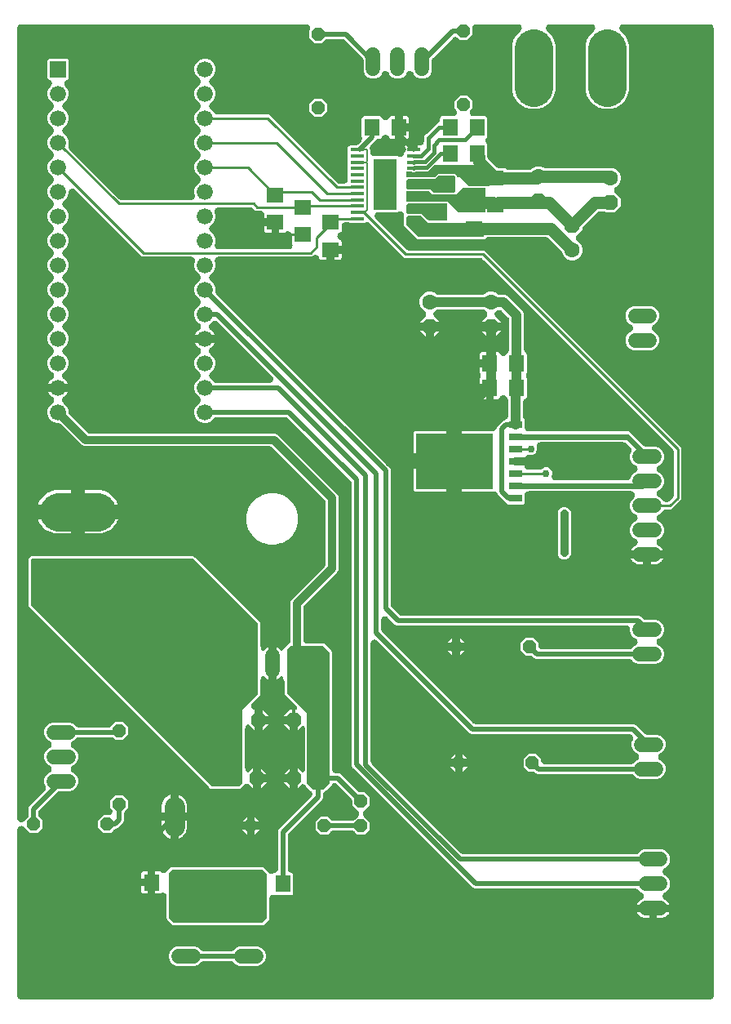
<source format=gbr>
G04 EAGLE Gerber RS-274X export*
G75*
%MOMM*%
%FSLAX34Y34*%
%LPD*%
%INTop Copper*%
%IPPOS*%
%AMOC8*
5,1,8,0,0,1.08239X$1,22.5*%
G01*
%ADD10R,1.600000X1.800000*%
%ADD11R,1.800000X1.600000*%
%ADD12P,1.732040X8X112.500000*%
%ADD13C,1.600200*%
%ADD14P,1.732040X8X292.500000*%
%ADD15R,1.803000X1.600000*%
%ADD16R,1.676400X1.676400*%
%ADD17C,1.676400*%
%ADD18R,1.473200X0.355600*%
%ADD19R,2.413000X5.283200*%
%ADD20R,1.400000X0.800000*%
%ADD21R,8.000000X5.800000*%
%ADD22C,1.524000*%
%ADD23R,1.600000X1.803000*%
%ADD24C,2.095500*%
%ADD25P,1.732040X8X22.500000*%
%ADD26P,1.732040X8X202.500000*%
%ADD27C,4.016000*%
%ADD28C,1.508000*%
%ADD29P,1.429621X8X22.500000*%
%ADD30P,1.429621X8X292.500000*%
%ADD31P,1.429621X8X112.500000*%
%ADD32P,1.429621X8X202.500000*%
%ADD33C,0.152400*%
%ADD34C,0.508000*%
%ADD35C,0.812800*%
%ADD36C,0.254000*%
%ADD37C,1.016000*%
%ADD38C,0.756400*%
%ADD39C,6.000000*%
%ADD40C,0.406400*%
%ADD41C,1.270000*%
%ADD42C,0.609600*%

G36*
X722405Y-21573D02*
X722405Y-21573D01*
X722636Y-21563D01*
X722690Y-21553D01*
X722744Y-21549D01*
X722970Y-21501D01*
X723196Y-21459D01*
X723248Y-21442D01*
X723302Y-21430D01*
X723518Y-21351D01*
X723736Y-21278D01*
X723785Y-21253D01*
X723837Y-21234D01*
X724040Y-21126D01*
X724245Y-21023D01*
X724291Y-20992D01*
X724339Y-20966D01*
X724525Y-20830D01*
X724714Y-20699D01*
X724755Y-20662D01*
X724799Y-20629D01*
X724964Y-20469D01*
X725133Y-20313D01*
X725168Y-20270D01*
X725207Y-20232D01*
X725348Y-20050D01*
X725494Y-19872D01*
X725522Y-19824D01*
X725556Y-19781D01*
X725670Y-19581D01*
X725789Y-19384D01*
X725811Y-19334D01*
X725838Y-19286D01*
X725923Y-19072D01*
X726014Y-18861D01*
X726028Y-18808D01*
X726048Y-18757D01*
X726103Y-18532D01*
X726163Y-18311D01*
X726167Y-18267D01*
X726183Y-18203D01*
X726238Y-17636D01*
X726235Y-17570D01*
X726239Y-17526D01*
X726239Y985776D01*
X726223Y986005D01*
X726213Y986236D01*
X726203Y986290D01*
X726199Y986344D01*
X726151Y986570D01*
X726109Y986796D01*
X726092Y986848D01*
X726080Y986902D01*
X726001Y987118D01*
X725928Y987336D01*
X725903Y987385D01*
X725884Y987437D01*
X725776Y987640D01*
X725673Y987845D01*
X725642Y987891D01*
X725616Y987939D01*
X725480Y988125D01*
X725349Y988314D01*
X725312Y988355D01*
X725279Y988399D01*
X725119Y988564D01*
X724963Y988733D01*
X724920Y988768D01*
X724882Y988807D01*
X724700Y988948D01*
X724522Y989094D01*
X724474Y989122D01*
X724431Y989156D01*
X724231Y989270D01*
X724034Y989389D01*
X723984Y989411D01*
X723936Y989438D01*
X723722Y989523D01*
X723511Y989614D01*
X723458Y989628D01*
X723407Y989648D01*
X723182Y989703D01*
X722961Y989763D01*
X722917Y989767D01*
X722853Y989783D01*
X722286Y989838D01*
X722220Y989835D01*
X722176Y989839D01*
X632553Y989839D01*
X632438Y989831D01*
X632323Y989833D01*
X632155Y989811D01*
X631985Y989799D01*
X631872Y989775D01*
X631758Y989761D01*
X631594Y989716D01*
X631428Y989680D01*
X631320Y989641D01*
X631208Y989610D01*
X631052Y989543D01*
X630893Y989484D01*
X630791Y989430D01*
X630685Y989384D01*
X630540Y989296D01*
X630390Y989216D01*
X630297Y989148D01*
X630199Y989088D01*
X630067Y988980D01*
X629930Y988879D01*
X629848Y988799D01*
X629759Y988726D01*
X629644Y988600D01*
X629522Y988482D01*
X629452Y988391D01*
X629374Y988306D01*
X629277Y988166D01*
X629173Y988031D01*
X629116Y987931D01*
X629051Y987836D01*
X628975Y987684D01*
X628891Y987536D01*
X628849Y987429D01*
X628797Y987326D01*
X628744Y987165D01*
X628681Y987007D01*
X628654Y986894D01*
X628617Y986785D01*
X628587Y986618D01*
X628547Y986453D01*
X628536Y986338D01*
X628515Y986225D01*
X628508Y986055D01*
X628492Y985886D01*
X628497Y985771D01*
X628492Y985655D01*
X628509Y985486D01*
X628516Y985316D01*
X628537Y985203D01*
X628549Y985089D01*
X628589Y984923D01*
X628620Y984756D01*
X628657Y984647D01*
X628684Y984535D01*
X628747Y984377D01*
X628801Y984216D01*
X628853Y984113D01*
X628896Y984006D01*
X628980Y983859D01*
X629057Y983707D01*
X629122Y983612D01*
X629179Y983512D01*
X629253Y983423D01*
X629380Y983238D01*
X629605Y982994D01*
X629680Y982903D01*
X634051Y978532D01*
X637029Y973374D01*
X638571Y967621D01*
X638571Y921504D01*
X637029Y915751D01*
X634051Y910593D01*
X629839Y906381D01*
X624681Y903403D01*
X618928Y901862D01*
X612972Y901862D01*
X607219Y903403D01*
X602061Y906381D01*
X597849Y910593D01*
X594871Y915751D01*
X593329Y921504D01*
X593329Y967621D01*
X594871Y973374D01*
X597849Y978532D01*
X602220Y982903D01*
X602295Y982990D01*
X602378Y983070D01*
X602482Y983205D01*
X602593Y983333D01*
X602656Y983430D01*
X602727Y983521D01*
X602811Y983668D01*
X602903Y983811D01*
X602952Y983916D01*
X603009Y984016D01*
X603072Y984174D01*
X603143Y984328D01*
X603177Y984438D01*
X603219Y984545D01*
X603259Y984711D01*
X603308Y984873D01*
X603326Y984987D01*
X603353Y985099D01*
X603370Y985269D01*
X603396Y985436D01*
X603397Y985551D01*
X603408Y985666D01*
X603401Y985836D01*
X603403Y986006D01*
X603389Y986120D01*
X603384Y986236D01*
X603353Y986403D01*
X603331Y986571D01*
X603301Y986683D01*
X603280Y986796D01*
X603226Y986957D01*
X603181Y987121D01*
X603135Y987227D01*
X603099Y987336D01*
X603022Y987488D01*
X602955Y987644D01*
X602895Y987742D01*
X602843Y987845D01*
X602747Y987985D01*
X602658Y988130D01*
X602585Y988219D01*
X602520Y988314D01*
X602404Y988439D01*
X602296Y988571D01*
X602211Y988648D01*
X602133Y988733D01*
X602001Y988841D01*
X601876Y988956D01*
X601782Y989021D01*
X601692Y989094D01*
X601547Y989182D01*
X601407Y989278D01*
X601304Y989330D01*
X601205Y989389D01*
X601049Y989456D01*
X600897Y989532D01*
X600787Y989568D01*
X600681Y989614D01*
X600517Y989658D01*
X600356Y989712D01*
X600243Y989733D01*
X600131Y989763D01*
X600017Y989774D01*
X599795Y989814D01*
X599464Y989828D01*
X599347Y989839D01*
X556353Y989839D01*
X556238Y989831D01*
X556123Y989833D01*
X555955Y989811D01*
X555785Y989799D01*
X555672Y989775D01*
X555558Y989761D01*
X555394Y989716D01*
X555228Y989680D01*
X555120Y989641D01*
X555008Y989610D01*
X554852Y989543D01*
X554693Y989484D01*
X554591Y989430D01*
X554485Y989384D01*
X554340Y989296D01*
X554190Y989216D01*
X554097Y989148D01*
X553999Y989088D01*
X553867Y988980D01*
X553730Y988879D01*
X553648Y988799D01*
X553559Y988726D01*
X553444Y988600D01*
X553322Y988482D01*
X553252Y988391D01*
X553174Y988306D01*
X553077Y988166D01*
X552973Y988031D01*
X552916Y987931D01*
X552851Y987836D01*
X552775Y987684D01*
X552691Y987536D01*
X552649Y987429D01*
X552597Y987326D01*
X552544Y987165D01*
X552481Y987007D01*
X552454Y986894D01*
X552417Y986785D01*
X552387Y986618D01*
X552347Y986453D01*
X552336Y986338D01*
X552315Y986225D01*
X552308Y986055D01*
X552292Y985886D01*
X552297Y985771D01*
X552292Y985655D01*
X552309Y985486D01*
X552316Y985316D01*
X552337Y985203D01*
X552349Y985089D01*
X552389Y984923D01*
X552420Y984756D01*
X552457Y984647D01*
X552484Y984535D01*
X552547Y984377D01*
X552601Y984216D01*
X552653Y984113D01*
X552696Y984006D01*
X552780Y983859D01*
X552857Y983707D01*
X552922Y983612D01*
X552979Y983512D01*
X553053Y983423D01*
X553180Y983238D01*
X553405Y982994D01*
X553480Y982903D01*
X557851Y978532D01*
X560829Y973374D01*
X562371Y967621D01*
X562371Y921504D01*
X560829Y915751D01*
X557851Y910593D01*
X553639Y906381D01*
X548481Y903403D01*
X542728Y901862D01*
X536772Y901862D01*
X531019Y903403D01*
X525861Y906381D01*
X521649Y910593D01*
X518671Y915751D01*
X517129Y921504D01*
X517129Y967621D01*
X518671Y973374D01*
X521649Y978532D01*
X526020Y982903D01*
X526095Y982990D01*
X526178Y983070D01*
X526282Y983205D01*
X526393Y983333D01*
X526456Y983430D01*
X526527Y983521D01*
X526611Y983668D01*
X526703Y983811D01*
X526752Y983916D01*
X526809Y984016D01*
X526872Y984174D01*
X526943Y984328D01*
X526977Y984438D01*
X527019Y984545D01*
X527059Y984711D01*
X527108Y984873D01*
X527126Y984987D01*
X527153Y985099D01*
X527170Y985269D01*
X527196Y985436D01*
X527197Y985551D01*
X527208Y985666D01*
X527201Y985836D01*
X527203Y986006D01*
X527189Y986120D01*
X527184Y986236D01*
X527153Y986403D01*
X527131Y986571D01*
X527101Y986683D01*
X527080Y986796D01*
X527026Y986957D01*
X526981Y987121D01*
X526935Y987227D01*
X526899Y987336D01*
X526822Y987488D01*
X526755Y987644D01*
X526695Y987742D01*
X526643Y987845D01*
X526547Y987985D01*
X526458Y988130D01*
X526385Y988219D01*
X526320Y988314D01*
X526204Y988439D01*
X526096Y988571D01*
X526011Y988648D01*
X525933Y988733D01*
X525801Y988841D01*
X525676Y988956D01*
X525582Y989021D01*
X525492Y989094D01*
X525347Y989182D01*
X525207Y989278D01*
X525104Y989330D01*
X525005Y989389D01*
X524849Y989456D01*
X524697Y989532D01*
X524587Y989568D01*
X524481Y989614D01*
X524317Y989658D01*
X524156Y989712D01*
X524043Y989733D01*
X523931Y989763D01*
X523817Y989774D01*
X523595Y989814D01*
X523264Y989828D01*
X523147Y989839D01*
X479933Y989839D01*
X479704Y989823D01*
X479473Y989813D01*
X479419Y989803D01*
X479365Y989799D01*
X479139Y989751D01*
X478913Y989709D01*
X478861Y989692D01*
X478807Y989680D01*
X478591Y989601D01*
X478373Y989528D01*
X478324Y989503D01*
X478272Y989484D01*
X478069Y989376D01*
X477864Y989273D01*
X477818Y989242D01*
X477770Y989216D01*
X477584Y989080D01*
X477395Y988949D01*
X477354Y988912D01*
X477310Y988879D01*
X477145Y988719D01*
X476976Y988563D01*
X476941Y988520D01*
X476902Y988482D01*
X476761Y988300D01*
X476615Y988122D01*
X476587Y988074D01*
X476553Y988031D01*
X476439Y987831D01*
X476320Y987634D01*
X476298Y987584D01*
X476271Y987536D01*
X476186Y987322D01*
X476095Y987111D01*
X476081Y987058D01*
X476061Y987007D01*
X476006Y986782D01*
X475946Y986561D01*
X475942Y986517D01*
X475926Y986453D01*
X475871Y985886D01*
X475874Y985820D01*
X475870Y985776D01*
X475870Y978875D01*
X470513Y973518D01*
X462937Y973518D01*
X461168Y975287D01*
X460995Y975438D01*
X460825Y975593D01*
X460780Y975624D01*
X460738Y975660D01*
X460545Y975786D01*
X460355Y975916D01*
X460306Y975940D01*
X460260Y975970D01*
X460051Y976067D01*
X459845Y976170D01*
X459793Y976187D01*
X459743Y976210D01*
X459523Y976277D01*
X459304Y976349D01*
X459250Y976359D01*
X459198Y976375D01*
X458971Y976410D01*
X458744Y976452D01*
X458689Y976454D01*
X458635Y976463D01*
X458405Y976466D01*
X458175Y976475D01*
X458120Y976470D01*
X458065Y976470D01*
X457837Y976441D01*
X457608Y976418D01*
X457554Y976405D01*
X457500Y976398D01*
X457278Y976337D01*
X457054Y976283D01*
X457003Y976262D01*
X456950Y976248D01*
X456739Y976157D01*
X456525Y976071D01*
X456477Y976044D01*
X456427Y976022D01*
X456231Y975902D01*
X456031Y975787D01*
X455997Y975759D01*
X455941Y975725D01*
X455501Y975363D01*
X455456Y975315D01*
X455422Y975287D01*
X435133Y954998D01*
X435094Y954952D01*
X435049Y954912D01*
X434907Y954738D01*
X434760Y954568D01*
X434727Y954517D01*
X434689Y954471D01*
X434572Y954278D01*
X434450Y954090D01*
X434424Y954035D01*
X434393Y953983D01*
X434305Y953777D01*
X434210Y953573D01*
X434192Y953515D01*
X434169Y953460D01*
X434110Y953243D01*
X434045Y953028D01*
X434036Y952968D01*
X434020Y952910D01*
X434008Y952793D01*
X433957Y952465D01*
X433954Y952240D01*
X433943Y952125D01*
X433943Y941367D01*
X432409Y937662D01*
X429573Y934826D01*
X425868Y933292D01*
X421857Y933292D01*
X418152Y934826D01*
X415316Y937662D01*
X414916Y938628D01*
X414865Y938731D01*
X414822Y938838D01*
X414738Y938985D01*
X414662Y939138D01*
X414597Y939233D01*
X414539Y939333D01*
X414435Y939467D01*
X414339Y939607D01*
X414261Y939692D01*
X414190Y939783D01*
X414068Y939901D01*
X413953Y940026D01*
X413864Y940099D01*
X413781Y940180D01*
X413644Y940280D01*
X413513Y940388D01*
X413414Y940448D01*
X413321Y940516D01*
X413171Y940596D01*
X413026Y940684D01*
X412920Y940730D01*
X412818Y940784D01*
X412659Y940842D01*
X412502Y940909D01*
X412391Y940939D01*
X412283Y940979D01*
X412117Y941014D01*
X411953Y941059D01*
X411838Y941073D01*
X411725Y941097D01*
X411556Y941109D01*
X411387Y941130D01*
X411272Y941128D01*
X411157Y941136D01*
X410987Y941124D01*
X410817Y941122D01*
X410704Y941104D01*
X410589Y941096D01*
X410422Y941060D01*
X410255Y941034D01*
X410145Y941000D01*
X410032Y940976D01*
X409872Y940917D01*
X409709Y940868D01*
X409605Y940819D01*
X409497Y940779D01*
X409347Y940699D01*
X409193Y940627D01*
X409096Y940564D01*
X408995Y940510D01*
X408858Y940409D01*
X408715Y940317D01*
X408628Y940241D01*
X408535Y940173D01*
X408414Y940054D01*
X408285Y939942D01*
X408210Y939855D01*
X408128Y939775D01*
X408024Y939640D01*
X407912Y939512D01*
X407850Y939415D01*
X407779Y939324D01*
X407725Y939222D01*
X407603Y939033D01*
X407464Y938732D01*
X407409Y938628D01*
X407009Y937662D01*
X404173Y934826D01*
X400468Y933292D01*
X396457Y933292D01*
X392752Y934826D01*
X389916Y937662D01*
X389516Y938628D01*
X389465Y938731D01*
X389422Y938838D01*
X389338Y938985D01*
X389262Y939138D01*
X389197Y939233D01*
X389139Y939333D01*
X389035Y939467D01*
X388939Y939607D01*
X388861Y939692D01*
X388790Y939783D01*
X388668Y939901D01*
X388553Y940026D01*
X388464Y940099D01*
X388381Y940180D01*
X388244Y940280D01*
X388113Y940388D01*
X388014Y940448D01*
X387921Y940516D01*
X387771Y940596D01*
X387626Y940684D01*
X387520Y940730D01*
X387418Y940784D01*
X387259Y940842D01*
X387102Y940909D01*
X386991Y940939D01*
X386883Y940979D01*
X386717Y941014D01*
X386553Y941059D01*
X386438Y941073D01*
X386325Y941097D01*
X386156Y941109D01*
X385987Y941130D01*
X385872Y941128D01*
X385757Y941136D01*
X385587Y941124D01*
X385417Y941122D01*
X385304Y941104D01*
X385189Y941096D01*
X385022Y941060D01*
X384855Y941034D01*
X384745Y941000D01*
X384632Y940976D01*
X384472Y940917D01*
X384309Y940868D01*
X384205Y940819D01*
X384097Y940779D01*
X383947Y940699D01*
X383793Y940627D01*
X383696Y940564D01*
X383595Y940510D01*
X383458Y940409D01*
X383315Y940317D01*
X383228Y940241D01*
X383135Y940173D01*
X383014Y940054D01*
X382885Y939942D01*
X382810Y939855D01*
X382728Y939775D01*
X382624Y939640D01*
X382512Y939512D01*
X382450Y939415D01*
X382379Y939324D01*
X382325Y939222D01*
X382203Y939033D01*
X382064Y938732D01*
X382009Y938628D01*
X381609Y937662D01*
X378773Y934826D01*
X375068Y933292D01*
X371057Y933292D01*
X367352Y934826D01*
X364516Y937662D01*
X362982Y941367D01*
X362982Y952125D01*
X362978Y952185D01*
X362980Y952245D01*
X362958Y952469D01*
X362942Y952693D01*
X362929Y952752D01*
X362923Y952812D01*
X362870Y953031D01*
X362823Y953251D01*
X362802Y953307D01*
X362788Y953366D01*
X362704Y953575D01*
X362627Y953786D01*
X362598Y953839D01*
X362576Y953895D01*
X362464Y954090D01*
X362358Y954288D01*
X362323Y954337D01*
X362292Y954389D01*
X362218Y954480D01*
X362022Y954748D01*
X361865Y954909D01*
X361792Y954998D01*
X343573Y973217D01*
X343527Y973256D01*
X343487Y973301D01*
X343313Y973443D01*
X343143Y973590D01*
X343092Y973623D01*
X343046Y973661D01*
X342853Y973778D01*
X342665Y973900D01*
X342610Y973926D01*
X342558Y973957D01*
X342352Y974045D01*
X342148Y974140D01*
X342090Y974158D01*
X342035Y974181D01*
X341818Y974240D01*
X341603Y974305D01*
X341543Y974314D01*
X341485Y974330D01*
X341368Y974342D01*
X341040Y974393D01*
X340815Y974396D01*
X340700Y974407D01*
X325447Y974407D01*
X325387Y974403D01*
X325327Y974405D01*
X325103Y974383D01*
X324879Y974367D01*
X324820Y974354D01*
X324760Y974348D01*
X324542Y974295D01*
X324322Y974248D01*
X324265Y974227D01*
X324206Y974213D01*
X323998Y974129D01*
X323787Y974052D01*
X323733Y974023D01*
X323677Y974001D01*
X323483Y973889D01*
X323284Y973783D01*
X323236Y973748D01*
X323183Y973717D01*
X323092Y973643D01*
X322824Y973447D01*
X322663Y973290D01*
X322574Y973217D01*
X319700Y970343D01*
X312125Y970343D01*
X306768Y975700D01*
X306768Y983332D01*
X306769Y983333D01*
X306832Y983430D01*
X306902Y983521D01*
X306986Y983668D01*
X307079Y983811D01*
X307127Y983916D01*
X307184Y984016D01*
X307247Y984174D01*
X307319Y984328D01*
X307352Y984438D01*
X307395Y984545D01*
X307435Y984711D01*
X307484Y984873D01*
X307502Y984987D01*
X307529Y985099D01*
X307545Y985268D01*
X307571Y985436D01*
X307573Y985551D01*
X307584Y985666D01*
X307577Y985836D01*
X307579Y986006D01*
X307564Y986120D01*
X307559Y986236D01*
X307528Y986403D01*
X307507Y986571D01*
X307476Y986682D01*
X307455Y986796D01*
X307401Y986957D01*
X307356Y987121D01*
X307311Y987227D01*
X307274Y987336D01*
X307198Y987488D01*
X307131Y987644D01*
X307071Y987742D01*
X307019Y987845D01*
X306922Y987985D01*
X306834Y988130D01*
X306761Y988219D01*
X306695Y988314D01*
X306580Y988439D01*
X306472Y988570D01*
X306387Y988648D01*
X306309Y988733D01*
X306177Y988841D01*
X306052Y988956D01*
X305957Y989021D01*
X305868Y989094D01*
X305722Y989182D01*
X305582Y989278D01*
X305479Y989330D01*
X305381Y989389D01*
X305224Y989456D01*
X305072Y989532D01*
X304963Y989568D01*
X304857Y989614D01*
X304693Y989658D01*
X304531Y989712D01*
X304418Y989733D01*
X304307Y989763D01*
X304192Y989774D01*
X303971Y989814D01*
X303639Y989828D01*
X303522Y989839D01*
X7874Y989839D01*
X7645Y989823D01*
X7414Y989813D01*
X7360Y989803D01*
X7306Y989799D01*
X7080Y989751D01*
X6854Y989709D01*
X6802Y989692D01*
X6748Y989680D01*
X6532Y989601D01*
X6314Y989528D01*
X6265Y989503D01*
X6213Y989484D01*
X6010Y989376D01*
X5805Y989273D01*
X5759Y989242D01*
X5711Y989216D01*
X5525Y989080D01*
X5336Y988949D01*
X5295Y988912D01*
X5251Y988879D01*
X5086Y988719D01*
X4917Y988563D01*
X4882Y988520D01*
X4843Y988482D01*
X4702Y988300D01*
X4556Y988122D01*
X4528Y988074D01*
X4494Y988031D01*
X4380Y987831D01*
X4261Y987634D01*
X4239Y987584D01*
X4212Y987536D01*
X4127Y987322D01*
X4036Y987111D01*
X4022Y987058D01*
X4002Y987007D01*
X3947Y986782D01*
X3887Y986561D01*
X3883Y986517D01*
X3867Y986453D01*
X3812Y985886D01*
X3815Y985820D01*
X3811Y985776D01*
X3811Y166253D01*
X3819Y166138D01*
X3817Y166023D01*
X3839Y165854D01*
X3851Y165684D01*
X3875Y165572D01*
X3889Y165457D01*
X3934Y165293D01*
X3970Y165127D01*
X4009Y165019D01*
X4040Y164908D01*
X4107Y164752D01*
X4166Y164592D01*
X4220Y164490D01*
X4266Y164385D01*
X4354Y164240D01*
X4434Y164090D01*
X4502Y163997D01*
X4562Y163898D01*
X4670Y163767D01*
X4771Y163630D01*
X4851Y163547D01*
X4924Y163458D01*
X5049Y163344D01*
X5168Y163222D01*
X5259Y163151D01*
X5344Y163073D01*
X5484Y162977D01*
X5619Y162873D01*
X5719Y162816D01*
X5814Y162751D01*
X5966Y162675D01*
X6114Y162591D01*
X6221Y162548D01*
X6324Y162497D01*
X6485Y162443D01*
X6643Y162380D01*
X6756Y162353D01*
X6865Y162317D01*
X7032Y162286D01*
X7197Y162246D01*
X7312Y162235D01*
X7425Y162214D01*
X7595Y162208D01*
X7764Y162191D01*
X7879Y162196D01*
X7995Y162191D01*
X8164Y162208D01*
X8334Y162216D01*
X8447Y162237D01*
X8561Y162248D01*
X8727Y162289D01*
X8894Y162320D01*
X9003Y162356D01*
X9115Y162384D01*
X9273Y162447D01*
X9434Y162501D01*
X9537Y162553D01*
X9644Y162595D01*
X9791Y162680D01*
X9943Y162756D01*
X10038Y162822D01*
X10138Y162879D01*
X10227Y162952D01*
X10412Y163080D01*
X10656Y163305D01*
X10747Y163380D01*
X14367Y166999D01*
X14406Y167045D01*
X14451Y167086D01*
X14593Y167260D01*
X14740Y167429D01*
X14773Y167480D01*
X14811Y167527D01*
X14928Y167719D01*
X15050Y167908D01*
X15076Y167962D01*
X15107Y168014D01*
X15195Y168220D01*
X15290Y168424D01*
X15308Y168482D01*
X15331Y168538D01*
X15390Y168754D01*
X15455Y168970D01*
X15464Y169029D01*
X15480Y169088D01*
X15492Y169205D01*
X15543Y169533D01*
X15546Y169758D01*
X15557Y169872D01*
X15557Y177223D01*
X16330Y179091D01*
X32141Y194901D01*
X32143Y194903D01*
X32145Y194905D01*
X32334Y195123D01*
X32515Y195332D01*
X32516Y195334D01*
X32518Y195336D01*
X32670Y195571D01*
X32825Y195810D01*
X32826Y195812D01*
X32827Y195815D01*
X32946Y196071D01*
X33065Y196327D01*
X33065Y196329D01*
X33066Y196332D01*
X33146Y196596D01*
X33230Y196872D01*
X33230Y196875D01*
X33231Y196877D01*
X33274Y197157D01*
X33317Y197435D01*
X33317Y197438D01*
X33318Y197440D01*
X33321Y197725D01*
X33325Y198005D01*
X33324Y198007D01*
X33324Y198010D01*
X33290Y198276D01*
X33253Y198570D01*
X33252Y198573D01*
X33252Y198575D01*
X33248Y198587D01*
X33185Y198816D01*
X33180Y198846D01*
X33165Y198889D01*
X33102Y199120D01*
X33047Y199248D01*
X33022Y199330D01*
X31592Y202782D01*
X31592Y206793D01*
X33126Y210498D01*
X35962Y213334D01*
X36928Y213734D01*
X37031Y213785D01*
X37138Y213828D01*
X37286Y213912D01*
X37438Y213988D01*
X37533Y214053D01*
X37633Y214111D01*
X37767Y214215D01*
X37907Y214311D01*
X37992Y214389D01*
X38083Y214460D01*
X38201Y214582D01*
X38326Y214697D01*
X38400Y214786D01*
X38480Y214869D01*
X38580Y215006D01*
X38688Y215137D01*
X38748Y215236D01*
X38816Y215329D01*
X38896Y215479D01*
X38984Y215624D01*
X39029Y215730D01*
X39084Y215832D01*
X39142Y215992D01*
X39209Y216148D01*
X39239Y216259D01*
X39279Y216367D01*
X39314Y216534D01*
X39359Y216697D01*
X39373Y216812D01*
X39397Y216924D01*
X39409Y217094D01*
X39430Y217263D01*
X39428Y217378D01*
X39436Y217493D01*
X39424Y217662D01*
X39422Y217832D01*
X39404Y217946D01*
X39396Y218061D01*
X39360Y218227D01*
X39334Y218395D01*
X39300Y218506D01*
X39276Y218618D01*
X39217Y218778D01*
X39168Y218940D01*
X39119Y219045D01*
X39079Y219153D01*
X38999Y219303D01*
X38927Y219457D01*
X38864Y219554D01*
X38810Y219655D01*
X38709Y219792D01*
X38617Y219935D01*
X38541Y220022D01*
X38473Y220115D01*
X38354Y220236D01*
X38242Y220364D01*
X38155Y220440D01*
X38075Y220522D01*
X37940Y220626D01*
X37812Y220738D01*
X37715Y220800D01*
X37624Y220870D01*
X37522Y220925D01*
X37333Y221047D01*
X37032Y221186D01*
X36928Y221241D01*
X35962Y221641D01*
X33126Y224477D01*
X31592Y228182D01*
X31592Y232193D01*
X33126Y235898D01*
X35962Y238734D01*
X36928Y239134D01*
X37031Y239185D01*
X37138Y239228D01*
X37286Y239312D01*
X37438Y239388D01*
X37533Y239453D01*
X37633Y239511D01*
X37767Y239615D01*
X37907Y239711D01*
X37992Y239789D01*
X38083Y239860D01*
X38201Y239982D01*
X38326Y240097D01*
X38400Y240186D01*
X38480Y240269D01*
X38580Y240406D01*
X38688Y240537D01*
X38748Y240636D01*
X38816Y240729D01*
X38896Y240879D01*
X38984Y241024D01*
X39029Y241130D01*
X39084Y241232D01*
X39142Y241392D01*
X39209Y241548D01*
X39239Y241659D01*
X39279Y241767D01*
X39314Y241934D01*
X39359Y242097D01*
X39373Y242212D01*
X39397Y242324D01*
X39409Y242494D01*
X39430Y242663D01*
X39428Y242778D01*
X39436Y242893D01*
X39424Y243062D01*
X39422Y243232D01*
X39404Y243346D01*
X39396Y243461D01*
X39360Y243627D01*
X39334Y243795D01*
X39300Y243906D01*
X39276Y244018D01*
X39217Y244178D01*
X39168Y244340D01*
X39119Y244445D01*
X39079Y244553D01*
X38999Y244703D01*
X38927Y244857D01*
X38864Y244954D01*
X38810Y245055D01*
X38709Y245192D01*
X38617Y245335D01*
X38541Y245422D01*
X38473Y245515D01*
X38354Y245636D01*
X38242Y245764D01*
X38155Y245840D01*
X38075Y245922D01*
X37940Y246026D01*
X37812Y246138D01*
X37715Y246200D01*
X37624Y246270D01*
X37522Y246325D01*
X37333Y246447D01*
X37032Y246586D01*
X36928Y246641D01*
X35962Y247041D01*
X33126Y249877D01*
X31592Y253582D01*
X31592Y257593D01*
X33126Y261298D01*
X35962Y264134D01*
X39667Y265668D01*
X58758Y265668D01*
X62463Y264134D01*
X64738Y261858D01*
X64783Y261819D01*
X64824Y261774D01*
X64999Y261632D01*
X65168Y261485D01*
X65219Y261452D01*
X65266Y261414D01*
X65458Y261297D01*
X65646Y261175D01*
X65701Y261149D01*
X65753Y261118D01*
X65959Y261030D01*
X66163Y260935D01*
X66221Y260917D01*
X66276Y260894D01*
X66493Y260835D01*
X66708Y260770D01*
X66768Y260761D01*
X66826Y260745D01*
X66943Y260733D01*
X67272Y260682D01*
X67496Y260679D01*
X67611Y260668D01*
X98415Y260668D01*
X98475Y260672D01*
X98536Y260670D01*
X98759Y260692D01*
X98983Y260708D01*
X99043Y260721D01*
X99103Y260727D01*
X99321Y260780D01*
X99541Y260827D01*
X99597Y260848D01*
X99656Y260862D01*
X99865Y260946D01*
X100076Y261023D01*
X100129Y261052D01*
X100185Y261074D01*
X100380Y261186D01*
X100578Y261292D01*
X100627Y261327D01*
X100679Y261358D01*
X100770Y261432D01*
X101038Y261628D01*
X101199Y261785D01*
X101288Y261858D01*
X105750Y266320D01*
X113325Y266320D01*
X118682Y260963D01*
X118682Y253387D01*
X113325Y248030D01*
X105750Y248030D01*
X104463Y249317D01*
X104418Y249356D01*
X104377Y249401D01*
X104202Y249543D01*
X104033Y249690D01*
X103982Y249723D01*
X103936Y249761D01*
X103744Y249878D01*
X103555Y250000D01*
X103500Y250026D01*
X103449Y250057D01*
X103242Y250145D01*
X103038Y250240D01*
X102980Y250258D01*
X102925Y250281D01*
X102708Y250340D01*
X102493Y250405D01*
X102433Y250414D01*
X102375Y250430D01*
X102258Y250442D01*
X101930Y250493D01*
X101705Y250496D01*
X101590Y250507D01*
X67611Y250507D01*
X67551Y250503D01*
X67491Y250505D01*
X67267Y250483D01*
X67043Y250467D01*
X66984Y250454D01*
X66924Y250448D01*
X66705Y250395D01*
X66486Y250348D01*
X66429Y250327D01*
X66370Y250313D01*
X66162Y250229D01*
X65950Y250152D01*
X65897Y250123D01*
X65841Y250101D01*
X65647Y249989D01*
X65448Y249883D01*
X65399Y249848D01*
X65347Y249817D01*
X65256Y249742D01*
X64988Y249547D01*
X64827Y249390D01*
X64738Y249317D01*
X62463Y247041D01*
X61497Y246641D01*
X61394Y246590D01*
X61287Y246547D01*
X61140Y246463D01*
X60987Y246387D01*
X60892Y246322D01*
X60792Y246264D01*
X60658Y246160D01*
X60518Y246064D01*
X60433Y245986D01*
X60342Y245915D01*
X60224Y245793D01*
X60099Y245678D01*
X60026Y245589D01*
X59945Y245506D01*
X59845Y245369D01*
X59737Y245238D01*
X59677Y245139D01*
X59609Y245046D01*
X59529Y244896D01*
X59441Y244751D01*
X59395Y244645D01*
X59341Y244543D01*
X59283Y244384D01*
X59216Y244227D01*
X59186Y244116D01*
X59146Y244008D01*
X59111Y243842D01*
X59066Y243678D01*
X59052Y243563D01*
X59028Y243450D01*
X59016Y243281D01*
X58995Y243112D01*
X58997Y242997D01*
X58989Y242882D01*
X59001Y242712D01*
X59003Y242542D01*
X59021Y242429D01*
X59029Y242314D01*
X59065Y242147D01*
X59091Y241980D01*
X59125Y241870D01*
X59149Y241757D01*
X59208Y241597D01*
X59257Y241434D01*
X59306Y241330D01*
X59346Y241222D01*
X59426Y241072D01*
X59498Y240918D01*
X59561Y240821D01*
X59615Y240720D01*
X59716Y240583D01*
X59808Y240440D01*
X59884Y240353D01*
X59952Y240260D01*
X60071Y240139D01*
X60183Y240010D01*
X60270Y239935D01*
X60350Y239853D01*
X60485Y239749D01*
X60613Y239637D01*
X60710Y239575D01*
X60801Y239504D01*
X60903Y239450D01*
X61092Y239328D01*
X61393Y239189D01*
X61497Y239134D01*
X62463Y238734D01*
X65299Y235898D01*
X66833Y232193D01*
X66833Y228182D01*
X65299Y224477D01*
X62463Y221641D01*
X61497Y221241D01*
X61394Y221190D01*
X61287Y221147D01*
X61140Y221063D01*
X60987Y220987D01*
X60892Y220922D01*
X60792Y220864D01*
X60658Y220760D01*
X60518Y220664D01*
X60433Y220586D01*
X60342Y220515D01*
X60224Y220393D01*
X60099Y220278D01*
X60026Y220189D01*
X59945Y220106D01*
X59845Y219969D01*
X59737Y219838D01*
X59677Y219739D01*
X59609Y219646D01*
X59529Y219496D01*
X59441Y219351D01*
X59395Y219245D01*
X59341Y219143D01*
X59283Y218984D01*
X59216Y218827D01*
X59186Y218716D01*
X59146Y218608D01*
X59111Y218442D01*
X59066Y218278D01*
X59052Y218163D01*
X59028Y218050D01*
X59016Y217881D01*
X58995Y217712D01*
X58997Y217597D01*
X58989Y217482D01*
X59001Y217312D01*
X59003Y217142D01*
X59021Y217029D01*
X59029Y216914D01*
X59065Y216747D01*
X59091Y216580D01*
X59125Y216470D01*
X59149Y216357D01*
X59208Y216197D01*
X59257Y216034D01*
X59306Y215930D01*
X59346Y215822D01*
X59426Y215672D01*
X59498Y215518D01*
X59561Y215421D01*
X59615Y215320D01*
X59716Y215183D01*
X59808Y215040D01*
X59884Y214953D01*
X59952Y214860D01*
X60071Y214739D01*
X60183Y214610D01*
X60270Y214535D01*
X60350Y214453D01*
X60485Y214349D01*
X60613Y214237D01*
X60710Y214175D01*
X60801Y214104D01*
X60903Y214050D01*
X61092Y213928D01*
X61393Y213789D01*
X61497Y213734D01*
X62463Y213334D01*
X65299Y210498D01*
X66833Y206793D01*
X66833Y202782D01*
X65299Y199077D01*
X62463Y196241D01*
X58758Y194707D01*
X48000Y194707D01*
X47940Y194703D01*
X47880Y194705D01*
X47656Y194683D01*
X47432Y194667D01*
X47373Y194654D01*
X47313Y194648D01*
X47094Y194595D01*
X46874Y194548D01*
X46818Y194527D01*
X46759Y194513D01*
X46550Y194429D01*
X46339Y194352D01*
X46286Y194323D01*
X46230Y194301D01*
X46035Y194189D01*
X45837Y194083D01*
X45788Y194048D01*
X45736Y194017D01*
X45645Y193943D01*
X45377Y193747D01*
X45216Y193590D01*
X45127Y193517D01*
X26908Y175298D01*
X26869Y175252D01*
X26824Y175212D01*
X26682Y175038D01*
X26535Y174868D01*
X26502Y174817D01*
X26464Y174771D01*
X26347Y174578D01*
X26225Y174390D01*
X26199Y174335D01*
X26168Y174283D01*
X26080Y174077D01*
X25985Y173873D01*
X25967Y173815D01*
X25944Y173760D01*
X25885Y173543D01*
X25820Y173328D01*
X25811Y173268D01*
X25795Y173210D01*
X25783Y173093D01*
X25732Y172765D01*
X25729Y172540D01*
X25718Y172425D01*
X25718Y169872D01*
X25722Y169812D01*
X25720Y169752D01*
X25742Y169528D01*
X25758Y169304D01*
X25771Y169245D01*
X25777Y169185D01*
X25830Y168966D01*
X25877Y168747D01*
X25898Y168690D01*
X25912Y168631D01*
X25996Y168423D01*
X26073Y168212D01*
X26102Y168158D01*
X26124Y168102D01*
X26236Y167908D01*
X26342Y167709D01*
X26378Y167661D01*
X26408Y167608D01*
X26482Y167517D01*
X26678Y167249D01*
X26835Y167088D01*
X26908Y166999D01*
X29782Y164125D01*
X29782Y156550D01*
X24425Y151193D01*
X16850Y151193D01*
X10747Y157295D01*
X10660Y157371D01*
X10580Y157453D01*
X10445Y157557D01*
X10317Y157669D01*
X10220Y157732D01*
X10129Y157802D01*
X9982Y157886D01*
X9839Y157979D01*
X9734Y158027D01*
X9634Y158084D01*
X9476Y158147D01*
X9322Y158219D01*
X9212Y158252D01*
X9105Y158295D01*
X8939Y158335D01*
X8777Y158384D01*
X8663Y158401D01*
X8551Y158429D01*
X8381Y158445D01*
X8214Y158471D01*
X8099Y158473D01*
X7984Y158484D01*
X7814Y158477D01*
X7644Y158479D01*
X7530Y158464D01*
X7414Y158459D01*
X7247Y158428D01*
X7079Y158407D01*
X6967Y158376D01*
X6854Y158355D01*
X6693Y158301D01*
X6529Y158256D01*
X6423Y158211D01*
X6314Y158174D01*
X6162Y158098D01*
X6006Y158031D01*
X5908Y157971D01*
X5805Y157919D01*
X5665Y157822D01*
X5520Y157734D01*
X5431Y157661D01*
X5336Y157595D01*
X5211Y157480D01*
X5079Y157372D01*
X5002Y157287D01*
X4917Y157209D01*
X4809Y157077D01*
X4694Y156952D01*
X4629Y156857D01*
X4556Y156768D01*
X4468Y156622D01*
X4372Y156482D01*
X4320Y156379D01*
X4261Y156281D01*
X4194Y156125D01*
X4118Y155972D01*
X4082Y155863D01*
X4036Y155757D01*
X3992Y155593D01*
X3938Y155431D01*
X3917Y155318D01*
X3887Y155207D01*
X3876Y155092D01*
X3836Y154871D01*
X3822Y154539D01*
X3811Y154422D01*
X3811Y-17526D01*
X3827Y-17755D01*
X3837Y-17986D01*
X3847Y-18040D01*
X3851Y-18094D01*
X3899Y-18320D01*
X3941Y-18546D01*
X3958Y-18598D01*
X3970Y-18652D01*
X4049Y-18868D01*
X4122Y-19086D01*
X4147Y-19135D01*
X4166Y-19187D01*
X4274Y-19390D01*
X4377Y-19595D01*
X4408Y-19641D01*
X4434Y-19689D01*
X4570Y-19875D01*
X4701Y-20064D01*
X4738Y-20105D01*
X4771Y-20149D01*
X4931Y-20314D01*
X5087Y-20483D01*
X5130Y-20518D01*
X5168Y-20557D01*
X5350Y-20698D01*
X5528Y-20844D01*
X5576Y-20872D01*
X5619Y-20906D01*
X5819Y-21020D01*
X6016Y-21139D01*
X6066Y-21161D01*
X6114Y-21188D01*
X6328Y-21273D01*
X6539Y-21364D01*
X6592Y-21378D01*
X6643Y-21398D01*
X6868Y-21453D01*
X7089Y-21513D01*
X7133Y-21517D01*
X7197Y-21533D01*
X7764Y-21588D01*
X7830Y-21585D01*
X7874Y-21589D01*
X722176Y-21589D01*
X722405Y-21573D01*
G37*
%LPC*%
G36*
X663575Y77088D02*
X663575Y77088D01*
X646792Y77088D01*
X647413Y78308D01*
X648346Y79592D01*
X649468Y80714D01*
X650752Y81647D01*
X651619Y82089D01*
X651824Y82212D01*
X652034Y82332D01*
X652069Y82359D01*
X652107Y82382D01*
X652294Y82534D01*
X652484Y82681D01*
X652515Y82713D01*
X652549Y82741D01*
X652713Y82918D01*
X652881Y83090D01*
X652907Y83126D01*
X652937Y83159D01*
X653075Y83357D01*
X653217Y83551D01*
X653237Y83590D01*
X653263Y83626D01*
X653372Y83841D01*
X653485Y84053D01*
X653500Y84095D01*
X653520Y84135D01*
X653597Y84362D01*
X653680Y84589D01*
X653689Y84632D01*
X653703Y84674D01*
X653748Y84910D01*
X653798Y85146D01*
X653801Y85190D01*
X653809Y85234D01*
X653821Y85474D01*
X653837Y85715D01*
X653834Y85759D01*
X653836Y85803D01*
X653814Y86043D01*
X653797Y86283D01*
X653787Y86326D01*
X653783Y86371D01*
X653727Y86604D01*
X653677Y86840D01*
X653661Y86882D01*
X653651Y86925D01*
X653563Y87148D01*
X653480Y87375D01*
X653459Y87414D01*
X653443Y87455D01*
X653325Y87665D01*
X653211Y87877D01*
X653184Y87913D01*
X653163Y87951D01*
X653016Y88142D01*
X652874Y88336D01*
X652843Y88368D01*
X652816Y88403D01*
X652645Y88571D01*
X652476Y88744D01*
X652440Y88771D01*
X652409Y88802D01*
X652215Y88945D01*
X652025Y89092D01*
X651993Y89109D01*
X651950Y89140D01*
X651449Y89411D01*
X651375Y89438D01*
X651329Y89463D01*
X650325Y89879D01*
X648050Y92154D01*
X648004Y92194D01*
X647963Y92238D01*
X647789Y92380D01*
X647619Y92528D01*
X647569Y92561D01*
X647522Y92599D01*
X647330Y92716D01*
X647141Y92838D01*
X647086Y92863D01*
X647035Y92894D01*
X646828Y92983D01*
X646624Y93078D01*
X646566Y93095D01*
X646511Y93119D01*
X646294Y93177D01*
X646079Y93243D01*
X646019Y93252D01*
X645961Y93268D01*
X645844Y93279D01*
X645516Y93330D01*
X645291Y93333D01*
X645176Y93344D01*
X478414Y93344D01*
X476547Y94118D01*
X351293Y219372D01*
X350519Y221239D01*
X350519Y513737D01*
X350515Y513798D01*
X350517Y513858D01*
X350495Y514081D01*
X350479Y514306D01*
X350467Y514365D01*
X350461Y514425D01*
X350407Y514643D01*
X350360Y514863D01*
X350340Y514920D01*
X350325Y514978D01*
X350242Y515187D01*
X350164Y515398D01*
X350136Y515451D01*
X350114Y515507D01*
X350002Y515702D01*
X349896Y515901D01*
X349860Y515949D01*
X349830Y516002D01*
X349755Y516093D01*
X349559Y516360D01*
X349402Y516522D01*
X349329Y516611D01*
X284836Y581104D01*
X284790Y581144D01*
X284749Y581188D01*
X284575Y581330D01*
X284405Y581478D01*
X284355Y581511D01*
X284308Y581549D01*
X284116Y581666D01*
X283927Y581788D01*
X283872Y581813D01*
X283821Y581844D01*
X283615Y581933D01*
X283410Y582028D01*
X283353Y582045D01*
X283297Y582069D01*
X283080Y582127D01*
X282865Y582193D01*
X282805Y582202D01*
X282747Y582218D01*
X282630Y582229D01*
X282302Y582280D01*
X282077Y582283D01*
X281962Y582294D01*
X210487Y582294D01*
X210427Y582290D01*
X210366Y582292D01*
X210143Y582270D01*
X209919Y582254D01*
X209859Y582242D01*
X209799Y582236D01*
X209581Y582182D01*
X209361Y582135D01*
X209305Y582115D01*
X209246Y582100D01*
X209038Y582017D01*
X208826Y581939D01*
X208773Y581911D01*
X208717Y581888D01*
X208522Y581777D01*
X208324Y581671D01*
X208275Y581635D01*
X208223Y581605D01*
X208132Y581530D01*
X207864Y581334D01*
X207703Y581177D01*
X207614Y581104D01*
X204625Y578115D01*
X200610Y576452D01*
X196265Y576452D01*
X192250Y578115D01*
X189178Y581188D01*
X187515Y585202D01*
X187515Y589548D01*
X189178Y593562D01*
X192817Y597202D01*
X192968Y597376D01*
X193124Y597545D01*
X193155Y597591D01*
X193191Y597632D01*
X193316Y597825D01*
X193446Y598015D01*
X193471Y598064D01*
X193501Y598110D01*
X193598Y598319D01*
X193700Y598525D01*
X193717Y598577D01*
X193741Y598627D01*
X193807Y598847D01*
X193880Y599066D01*
X193890Y599120D01*
X193906Y599172D01*
X193941Y599400D01*
X193983Y599626D01*
X193985Y599681D01*
X193993Y599735D01*
X193996Y599965D01*
X194006Y600196D01*
X194000Y600250D01*
X194001Y600305D01*
X193972Y600533D01*
X193949Y600763D01*
X193936Y600816D01*
X193929Y600870D01*
X193868Y601093D01*
X193864Y601107D01*
X193864Y601108D01*
X193813Y601316D01*
X193793Y601367D01*
X193778Y601420D01*
X193694Y601616D01*
X193683Y601648D01*
X193670Y601673D01*
X193602Y601845D01*
X193574Y601892D01*
X193552Y601943D01*
X193456Y602101D01*
X193428Y602157D01*
X193395Y602205D01*
X193318Y602339D01*
X193290Y602373D01*
X193256Y602429D01*
X193157Y602549D01*
X193104Y602626D01*
X193010Y602728D01*
X192894Y602870D01*
X192846Y602914D01*
X192817Y602948D01*
X189178Y606588D01*
X187515Y610602D01*
X187515Y614948D01*
X189178Y618962D01*
X192817Y622602D01*
X192968Y622776D01*
X193124Y622945D01*
X193155Y622991D01*
X193191Y623032D01*
X193316Y623225D01*
X193446Y623415D01*
X193471Y623464D01*
X193501Y623510D01*
X193598Y623719D01*
X193700Y623925D01*
X193717Y623977D01*
X193741Y624027D01*
X193807Y624247D01*
X193880Y624466D01*
X193890Y624520D01*
X193906Y624572D01*
X193941Y624800D01*
X193983Y625026D01*
X193985Y625081D01*
X193993Y625135D01*
X193996Y625365D01*
X194006Y625596D01*
X194000Y625650D01*
X194001Y625705D01*
X193972Y625934D01*
X193949Y626163D01*
X193936Y626216D01*
X193929Y626270D01*
X193868Y626493D01*
X193813Y626716D01*
X193793Y626767D01*
X193778Y626820D01*
X193687Y627032D01*
X193602Y627245D01*
X193574Y627292D01*
X193552Y627343D01*
X193432Y627540D01*
X193318Y627739D01*
X193290Y627773D01*
X193256Y627829D01*
X192894Y628270D01*
X192846Y628314D01*
X192817Y628348D01*
X189178Y631988D01*
X187515Y636002D01*
X187515Y640348D01*
X189178Y644362D01*
X192336Y647520D01*
X192481Y647620D01*
X192656Y647731D01*
X192715Y647782D01*
X192780Y647826D01*
X192932Y647966D01*
X193090Y648100D01*
X193141Y648159D01*
X193199Y648212D01*
X193331Y648372D01*
X193468Y648527D01*
X193511Y648592D01*
X193561Y648652D01*
X193668Y648829D01*
X193782Y649002D01*
X193816Y649072D01*
X193857Y649139D01*
X193939Y649329D01*
X194028Y649516D01*
X194051Y649590D01*
X194082Y649663D01*
X194136Y649862D01*
X194198Y650059D01*
X194211Y650137D01*
X194232Y650212D01*
X194258Y650418D01*
X194291Y650622D01*
X194293Y650700D01*
X194303Y650778D01*
X194300Y650984D01*
X194305Y651191D01*
X194296Y651269D01*
X194295Y651347D01*
X194263Y651552D01*
X194239Y651757D01*
X194219Y651833D01*
X194207Y651910D01*
X194146Y652108D01*
X194094Y652308D01*
X194064Y652380D01*
X194041Y652455D01*
X193953Y652643D01*
X193873Y652834D01*
X193833Y652901D01*
X193800Y652972D01*
X193687Y653146D01*
X193582Y653323D01*
X193533Y653384D01*
X193490Y653450D01*
X193354Y653606D01*
X193224Y653767D01*
X193178Y653808D01*
X193116Y653879D01*
X192685Y654253D01*
X192654Y654273D01*
X192634Y654290D01*
X191322Y655244D01*
X190106Y656459D01*
X189096Y657850D01*
X188315Y659382D01*
X188273Y659512D01*
X198437Y659512D01*
X198438Y659512D01*
X208602Y659512D01*
X208560Y659382D01*
X207779Y657850D01*
X206769Y656459D01*
X205553Y655244D01*
X204241Y654290D01*
X204082Y654157D01*
X203919Y654030D01*
X203864Y653974D01*
X203804Y653924D01*
X203666Y653770D01*
X203522Y653621D01*
X203476Y653558D01*
X203423Y653500D01*
X203308Y653328D01*
X203186Y653161D01*
X203149Y653092D01*
X203106Y653027D01*
X203015Y652840D01*
X202918Y652658D01*
X202891Y652585D01*
X202857Y652514D01*
X202794Y652317D01*
X202723Y652123D01*
X202707Y652046D01*
X202683Y651972D01*
X202648Y651768D01*
X202605Y651565D01*
X202599Y651487D01*
X202586Y651410D01*
X202580Y651203D01*
X202566Y650997D01*
X202571Y650919D01*
X202569Y650840D01*
X202592Y650635D01*
X202606Y650429D01*
X202623Y650352D01*
X202632Y650274D01*
X202683Y650074D01*
X202726Y649872D01*
X202753Y649798D01*
X202773Y649722D01*
X202852Y649531D01*
X202923Y649337D01*
X202960Y649268D01*
X202990Y649195D01*
X203094Y649017D01*
X203192Y648835D01*
X203239Y648772D01*
X203278Y648704D01*
X203407Y648542D01*
X203529Y648375D01*
X203584Y648319D01*
X203633Y648258D01*
X203783Y648116D01*
X203927Y647968D01*
X203990Y647920D01*
X204046Y647866D01*
X204215Y647746D01*
X204379Y647620D01*
X204433Y647590D01*
X204511Y647535D01*
X204539Y647521D01*
X207697Y644362D01*
X209360Y640348D01*
X209360Y636002D01*
X207697Y631988D01*
X204058Y628348D01*
X203907Y628174D01*
X203751Y628005D01*
X203720Y627960D01*
X203684Y627918D01*
X203559Y627725D01*
X203429Y627535D01*
X203404Y627486D01*
X203374Y627440D01*
X203277Y627231D01*
X203175Y627025D01*
X203158Y626973D01*
X203134Y626923D01*
X203068Y626703D01*
X202995Y626484D01*
X202985Y626430D01*
X202969Y626378D01*
X202934Y626150D01*
X202893Y625924D01*
X202890Y625869D01*
X202882Y625815D01*
X202879Y625585D01*
X202869Y625354D01*
X202875Y625300D01*
X202874Y625245D01*
X202903Y625016D01*
X202926Y624788D01*
X202939Y624734D01*
X202946Y624680D01*
X203007Y624457D01*
X203062Y624234D01*
X203082Y624183D01*
X203097Y624130D01*
X203188Y623919D01*
X203273Y623705D01*
X203301Y623657D01*
X203323Y623607D01*
X203442Y623410D01*
X203557Y623211D01*
X203585Y623177D01*
X203619Y623121D01*
X203981Y622680D01*
X204030Y622636D01*
X204058Y622602D01*
X207614Y619046D01*
X207659Y619006D01*
X207700Y618962D01*
X207875Y618819D01*
X208044Y618672D01*
X208095Y618639D01*
X208141Y618601D01*
X208333Y618485D01*
X208522Y618362D01*
X208577Y618337D01*
X208628Y618306D01*
X208835Y618217D01*
X209039Y618122D01*
X209097Y618105D01*
X209152Y618081D01*
X209369Y618023D01*
X209584Y617957D01*
X209644Y617948D01*
X209702Y617932D01*
X209819Y617921D01*
X210147Y617870D01*
X210372Y617867D01*
X210487Y617856D01*
X265262Y617856D01*
X265377Y617864D01*
X265492Y617862D01*
X265661Y617884D01*
X265830Y617896D01*
X265943Y617920D01*
X266057Y617934D01*
X266222Y617979D01*
X266388Y618015D01*
X266496Y618054D01*
X266607Y618085D01*
X266763Y618152D01*
X266923Y618211D01*
X267024Y618265D01*
X267130Y618311D01*
X267275Y618399D01*
X267425Y618479D01*
X267518Y618547D01*
X267616Y618607D01*
X267748Y618715D01*
X267885Y618816D01*
X267968Y618896D01*
X268057Y618969D01*
X268171Y619094D01*
X268293Y619213D01*
X268364Y619304D01*
X268442Y619389D01*
X268538Y619529D01*
X268642Y619664D01*
X268699Y619764D01*
X268764Y619859D01*
X268840Y620011D01*
X268924Y620159D01*
X268967Y620266D01*
X269018Y620369D01*
X269072Y620530D01*
X269134Y620688D01*
X269162Y620801D01*
X269198Y620910D01*
X269228Y621077D01*
X269268Y621242D01*
X269280Y621357D01*
X269300Y621470D01*
X269307Y621640D01*
X269324Y621809D01*
X269319Y621924D01*
X269323Y622040D01*
X269307Y622209D01*
X269299Y622379D01*
X269278Y622492D01*
X269267Y622606D01*
X269226Y622771D01*
X269195Y622939D01*
X269159Y623048D01*
X269131Y623160D01*
X269068Y623318D01*
X269014Y623479D01*
X268962Y623582D01*
X268919Y623689D01*
X268835Y623836D01*
X268759Y623988D01*
X268693Y624083D01*
X268636Y624183D01*
X268563Y624272D01*
X268435Y624457D01*
X268210Y624701D01*
X268135Y624792D01*
X211792Y681136D01*
X211618Y681287D01*
X211448Y681442D01*
X211403Y681473D01*
X211361Y681509D01*
X211168Y681635D01*
X210978Y681765D01*
X210929Y681789D01*
X210883Y681819D01*
X210675Y681916D01*
X210468Y682019D01*
X210416Y682036D01*
X210366Y682059D01*
X210146Y682126D01*
X209928Y682198D01*
X209874Y682208D01*
X209821Y682224D01*
X209594Y682260D01*
X209367Y682301D01*
X209312Y682303D01*
X209258Y682312D01*
X209028Y682315D01*
X208798Y682324D01*
X208743Y682319D01*
X208688Y682319D01*
X208460Y682290D01*
X208231Y682267D01*
X208178Y682254D01*
X208123Y682247D01*
X207901Y682186D01*
X207677Y682132D01*
X207626Y682111D01*
X207573Y682097D01*
X207362Y682005D01*
X207148Y681920D01*
X207101Y681893D01*
X207050Y681871D01*
X206854Y681751D01*
X206654Y681636D01*
X206620Y681608D01*
X206564Y681574D01*
X206124Y681212D01*
X206080Y681164D01*
X206045Y681136D01*
X204539Y679630D01*
X204394Y679529D01*
X204219Y679419D01*
X204160Y679368D01*
X204095Y679324D01*
X203943Y679183D01*
X203785Y679050D01*
X203733Y678991D01*
X203675Y678938D01*
X203544Y678778D01*
X203407Y678623D01*
X203364Y678558D01*
X203314Y678497D01*
X203207Y678321D01*
X203093Y678148D01*
X203059Y678078D01*
X203018Y678010D01*
X202936Y677821D01*
X202847Y677634D01*
X202824Y677559D01*
X202793Y677487D01*
X202739Y677288D01*
X202677Y677090D01*
X202664Y677013D01*
X202643Y676937D01*
X202617Y676732D01*
X202584Y676528D01*
X202582Y676450D01*
X202572Y676372D01*
X202575Y676165D01*
X202570Y675959D01*
X202579Y675881D01*
X202580Y675802D01*
X202612Y675598D01*
X202636Y675393D01*
X202656Y675317D01*
X202668Y675239D01*
X202729Y675041D01*
X202781Y674842D01*
X202811Y674769D01*
X202834Y674694D01*
X202922Y674507D01*
X203002Y674316D01*
X203042Y674249D01*
X203075Y674178D01*
X203187Y674005D01*
X203293Y673827D01*
X203343Y673766D01*
X203385Y673700D01*
X203521Y673544D01*
X203651Y673383D01*
X203697Y673342D01*
X203760Y673270D01*
X204190Y672897D01*
X204221Y672877D01*
X204241Y672860D01*
X205553Y671906D01*
X206769Y670691D01*
X207779Y669300D01*
X208560Y667768D01*
X208602Y667638D01*
X198438Y667638D01*
X198437Y667638D01*
X188273Y667638D01*
X188315Y667768D01*
X189096Y669300D01*
X190106Y670691D01*
X191322Y671906D01*
X192634Y672860D01*
X192793Y672993D01*
X192956Y673120D01*
X193011Y673176D01*
X193071Y673226D01*
X193209Y673380D01*
X193353Y673529D01*
X193399Y673592D01*
X193452Y673650D01*
X193567Y673822D01*
X193689Y673989D01*
X193726Y674058D01*
X193769Y674123D01*
X193860Y674309D01*
X193957Y674492D01*
X193984Y674565D01*
X194018Y674636D01*
X194081Y674833D01*
X194152Y675027D01*
X194168Y675104D01*
X194192Y675178D01*
X194227Y675382D01*
X194270Y675585D01*
X194276Y675663D01*
X194289Y675740D01*
X194295Y675947D01*
X194309Y676153D01*
X194304Y676231D01*
X194306Y676310D01*
X194283Y676515D01*
X194269Y676721D01*
X194252Y676798D01*
X194243Y676876D01*
X194192Y677076D01*
X194149Y677278D01*
X194122Y677352D01*
X194102Y677428D01*
X194023Y677619D01*
X193952Y677813D01*
X193915Y677882D01*
X193885Y677955D01*
X193781Y678133D01*
X193683Y678315D01*
X193636Y678378D01*
X193597Y678446D01*
X193468Y678608D01*
X193346Y678775D01*
X193291Y678831D01*
X193242Y678892D01*
X193092Y679034D01*
X192948Y679182D01*
X192885Y679230D01*
X192829Y679284D01*
X192660Y679404D01*
X192496Y679530D01*
X192442Y679560D01*
X192364Y679615D01*
X192336Y679629D01*
X189178Y682788D01*
X187515Y686802D01*
X187515Y691148D01*
X189178Y695162D01*
X192817Y698802D01*
X192892Y698888D01*
X192970Y698963D01*
X193038Y699051D01*
X193124Y699145D01*
X193155Y699191D01*
X193191Y699232D01*
X193260Y699339D01*
X193318Y699414D01*
X193367Y699499D01*
X193446Y699615D01*
X193471Y699664D01*
X193501Y699710D01*
X193560Y699838D01*
X193601Y699909D01*
X193632Y699988D01*
X193700Y700125D01*
X193717Y700177D01*
X193741Y700227D01*
X193785Y700374D01*
X193811Y700439D01*
X193828Y700509D01*
X193880Y700666D01*
X193890Y700720D01*
X193906Y700772D01*
X193931Y700936D01*
X193945Y700992D01*
X193951Y701052D01*
X193983Y701226D01*
X193985Y701281D01*
X193993Y701335D01*
X193996Y701512D01*
X194000Y701560D01*
X193998Y701609D01*
X194006Y701796D01*
X194000Y701850D01*
X194001Y701905D01*
X193977Y702090D01*
X193976Y702129D01*
X193968Y702168D01*
X193949Y702363D01*
X193936Y702416D01*
X193929Y702470D01*
X193877Y702659D01*
X193872Y702689D01*
X193861Y702719D01*
X193813Y702916D01*
X193793Y702967D01*
X193778Y703020D01*
X193698Y703206D01*
X193690Y703229D01*
X193679Y703252D01*
X193602Y703445D01*
X193574Y703492D01*
X193552Y703543D01*
X193444Y703720D01*
X193435Y703739D01*
X193423Y703756D01*
X193318Y703939D01*
X193290Y703973D01*
X193256Y704029D01*
X193122Y704192D01*
X193111Y704208D01*
X193093Y704228D01*
X192894Y704470D01*
X192846Y704514D01*
X192817Y704548D01*
X189178Y708188D01*
X187515Y712202D01*
X187515Y716548D01*
X189178Y720562D01*
X192817Y724202D01*
X192968Y724376D01*
X193124Y724545D01*
X193155Y724591D01*
X193191Y724632D01*
X193316Y724825D01*
X193446Y725015D01*
X193471Y725064D01*
X193501Y725110D01*
X193598Y725319D01*
X193700Y725525D01*
X193717Y725577D01*
X193741Y725627D01*
X193807Y725848D01*
X193880Y726066D01*
X193890Y726120D01*
X193906Y726172D01*
X193941Y726400D01*
X193983Y726626D01*
X193985Y726681D01*
X193993Y726735D01*
X193996Y726965D01*
X194006Y727196D01*
X194000Y727250D01*
X194001Y727305D01*
X193972Y727534D01*
X193949Y727763D01*
X193936Y727816D01*
X193929Y727870D01*
X193868Y728093D01*
X193813Y728316D01*
X193793Y728367D01*
X193778Y728420D01*
X193687Y728632D01*
X193602Y728845D01*
X193574Y728892D01*
X193552Y728943D01*
X193432Y729140D01*
X193318Y729339D01*
X193290Y729373D01*
X193256Y729429D01*
X192894Y729870D01*
X192846Y729914D01*
X192817Y729948D01*
X189178Y733588D01*
X187515Y737602D01*
X187515Y741948D01*
X187970Y743046D01*
X188024Y743210D01*
X188088Y743370D01*
X188115Y743480D01*
X188150Y743586D01*
X188182Y743756D01*
X188222Y743924D01*
X188233Y744036D01*
X188254Y744147D01*
X188261Y744319D01*
X188278Y744491D01*
X188273Y744604D01*
X188277Y744716D01*
X188260Y744888D01*
X188253Y745061D01*
X188232Y745171D01*
X188221Y745283D01*
X188180Y745451D01*
X188149Y745621D01*
X188113Y745727D01*
X188087Y745837D01*
X188023Y745997D01*
X187968Y746161D01*
X187917Y746262D01*
X187876Y746366D01*
X187790Y746516D01*
X187713Y746670D01*
X187649Y746763D01*
X187593Y746861D01*
X187487Y746997D01*
X187389Y747139D01*
X187312Y747222D01*
X187243Y747311D01*
X187120Y747431D01*
X187002Y747558D01*
X186915Y747629D01*
X186835Y747708D01*
X186695Y747809D01*
X186561Y747919D01*
X186465Y747977D01*
X186374Y748044D01*
X186222Y748125D01*
X186074Y748214D01*
X185971Y748259D01*
X185872Y748312D01*
X185709Y748371D01*
X185550Y748439D01*
X185442Y748468D01*
X185336Y748507D01*
X185167Y748543D01*
X185001Y748588D01*
X184916Y748596D01*
X184779Y748625D01*
X184229Y748663D01*
X184216Y748664D01*
X134179Y748664D01*
X132779Y749244D01*
X63897Y818127D01*
X63810Y818202D01*
X63729Y818285D01*
X63595Y818389D01*
X63466Y818500D01*
X63370Y818563D01*
X63279Y818634D01*
X63131Y818718D01*
X62988Y818810D01*
X62884Y818859D01*
X62784Y818916D01*
X62625Y818979D01*
X62471Y819050D01*
X62361Y819083D01*
X62254Y819126D01*
X62089Y819166D01*
X61926Y819215D01*
X61812Y819233D01*
X61700Y819260D01*
X61531Y819277D01*
X61363Y819303D01*
X61248Y819304D01*
X61133Y819315D01*
X60963Y819308D01*
X60793Y819310D01*
X60679Y819296D01*
X60564Y819291D01*
X60397Y819260D01*
X60228Y819238D01*
X60117Y819208D01*
X60004Y819187D01*
X59843Y819133D01*
X59679Y819088D01*
X59573Y819042D01*
X59464Y819005D01*
X59311Y818929D01*
X59155Y818862D01*
X59057Y818802D01*
X58954Y818750D01*
X58814Y818654D01*
X58669Y818565D01*
X58580Y818492D01*
X58485Y818426D01*
X58360Y818311D01*
X58229Y818203D01*
X58151Y818118D01*
X58066Y818040D01*
X57959Y817908D01*
X57844Y817783D01*
X57779Y817688D01*
X57706Y817599D01*
X57617Y817454D01*
X57521Y817314D01*
X57470Y817210D01*
X57410Y817112D01*
X57343Y816956D01*
X57267Y816803D01*
X57231Y816694D01*
X57186Y816588D01*
X57141Y816424D01*
X57088Y816263D01*
X57067Y816149D01*
X57037Y816038D01*
X57026Y815924D01*
X56985Y815702D01*
X56972Y815371D01*
X56960Y815254D01*
X56960Y813802D01*
X55297Y809788D01*
X51658Y806148D01*
X51507Y805974D01*
X51351Y805805D01*
X51320Y805759D01*
X51284Y805718D01*
X51159Y805525D01*
X51029Y805335D01*
X51004Y805286D01*
X50974Y805240D01*
X50877Y805031D01*
X50775Y804825D01*
X50758Y804773D01*
X50734Y804723D01*
X50668Y804503D01*
X50595Y804284D01*
X50585Y804230D01*
X50569Y804178D01*
X50534Y803951D01*
X50492Y803724D01*
X50490Y803669D01*
X50482Y803615D01*
X50479Y803385D01*
X50469Y803154D01*
X50475Y803100D01*
X50474Y803045D01*
X50503Y802817D01*
X50526Y802588D01*
X50539Y802534D01*
X50546Y802480D01*
X50607Y802257D01*
X50662Y802034D01*
X50682Y801983D01*
X50697Y801930D01*
X50788Y801719D01*
X50873Y801505D01*
X50901Y801457D01*
X50923Y801407D01*
X51042Y801211D01*
X51054Y801190D01*
X51059Y801181D01*
X51063Y801175D01*
X51157Y801011D01*
X51185Y800977D01*
X51219Y800921D01*
X51340Y800774D01*
X51382Y800712D01*
X51457Y800631D01*
X51581Y800480D01*
X51630Y800436D01*
X51658Y800402D01*
X55297Y796762D01*
X56960Y792748D01*
X56960Y788402D01*
X55297Y784388D01*
X51658Y780748D01*
X51507Y780574D01*
X51351Y780405D01*
X51320Y780359D01*
X51284Y780318D01*
X51159Y780125D01*
X51029Y779935D01*
X51004Y779886D01*
X50974Y779840D01*
X50877Y779631D01*
X50775Y779425D01*
X50758Y779373D01*
X50734Y779323D01*
X50668Y779103D01*
X50595Y778884D01*
X50585Y778830D01*
X50569Y778778D01*
X50534Y778550D01*
X50492Y778324D01*
X50490Y778269D01*
X50482Y778215D01*
X50479Y777985D01*
X50469Y777754D01*
X50475Y777700D01*
X50474Y777645D01*
X50503Y777417D01*
X50526Y777188D01*
X50539Y777134D01*
X50546Y777080D01*
X50607Y776857D01*
X50662Y776634D01*
X50682Y776583D01*
X50697Y776530D01*
X50788Y776319D01*
X50873Y776105D01*
X50901Y776057D01*
X50923Y776007D01*
X51042Y775811D01*
X51157Y775611D01*
X51185Y775577D01*
X51219Y775521D01*
X51581Y775080D01*
X51630Y775036D01*
X51658Y775002D01*
X55297Y771362D01*
X56960Y767348D01*
X56960Y763002D01*
X55297Y758988D01*
X51658Y755348D01*
X51507Y755174D01*
X51351Y755005D01*
X51320Y754959D01*
X51284Y754918D01*
X51159Y754725D01*
X51029Y754535D01*
X51004Y754486D01*
X50974Y754440D01*
X50877Y754231D01*
X50775Y754025D01*
X50758Y753973D01*
X50734Y753923D01*
X50668Y753703D01*
X50595Y753484D01*
X50585Y753430D01*
X50569Y753378D01*
X50534Y753151D01*
X50492Y752924D01*
X50490Y752869D01*
X50482Y752815D01*
X50479Y752585D01*
X50469Y752354D01*
X50475Y752300D01*
X50474Y752245D01*
X50503Y752017D01*
X50526Y751788D01*
X50539Y751734D01*
X50546Y751680D01*
X50607Y751457D01*
X50662Y751234D01*
X50682Y751183D01*
X50697Y751130D01*
X50788Y750919D01*
X50873Y750705D01*
X50901Y750657D01*
X50923Y750607D01*
X51042Y750411D01*
X51157Y750211D01*
X51185Y750177D01*
X51219Y750121D01*
X51581Y749680D01*
X51630Y749636D01*
X51658Y749602D01*
X55297Y745962D01*
X56960Y741948D01*
X56960Y737602D01*
X55297Y733588D01*
X51658Y729948D01*
X51507Y729774D01*
X51351Y729605D01*
X51320Y729559D01*
X51284Y729518D01*
X51159Y729325D01*
X51029Y729135D01*
X51004Y729086D01*
X50974Y729040D01*
X50877Y728831D01*
X50775Y728625D01*
X50758Y728573D01*
X50734Y728523D01*
X50668Y728303D01*
X50595Y728084D01*
X50585Y728030D01*
X50569Y727978D01*
X50534Y727751D01*
X50492Y727524D01*
X50490Y727469D01*
X50482Y727415D01*
X50479Y727185D01*
X50469Y726954D01*
X50475Y726900D01*
X50474Y726845D01*
X50503Y726617D01*
X50526Y726388D01*
X50539Y726334D01*
X50546Y726280D01*
X50607Y726057D01*
X50662Y725834D01*
X50682Y725783D01*
X50697Y725730D01*
X50788Y725519D01*
X50873Y725305D01*
X50901Y725257D01*
X50923Y725207D01*
X51042Y725011D01*
X51157Y724811D01*
X51185Y724777D01*
X51219Y724721D01*
X51581Y724280D01*
X51630Y724236D01*
X51658Y724202D01*
X55297Y720562D01*
X56960Y716548D01*
X56960Y712202D01*
X55297Y708188D01*
X51658Y704548D01*
X51518Y704388D01*
X51505Y704375D01*
X51494Y704361D01*
X51351Y704205D01*
X51320Y704159D01*
X51284Y704118D01*
X51169Y703940D01*
X51157Y703924D01*
X51147Y703908D01*
X51029Y703735D01*
X51004Y703686D01*
X50974Y703640D01*
X50886Y703450D01*
X50874Y703429D01*
X50866Y703408D01*
X50775Y703225D01*
X50758Y703173D01*
X50734Y703123D01*
X50675Y702927D01*
X50664Y702900D01*
X50658Y702872D01*
X50595Y702684D01*
X50585Y702630D01*
X50569Y702578D01*
X50539Y702382D01*
X50530Y702346D01*
X50527Y702311D01*
X50492Y702124D01*
X50490Y702069D01*
X50482Y702015D01*
X50479Y701824D01*
X50475Y701779D01*
X50477Y701735D01*
X50469Y701554D01*
X50475Y701500D01*
X50474Y701445D01*
X50497Y701266D01*
X50499Y701210D01*
X50509Y701157D01*
X50526Y700988D01*
X50539Y700934D01*
X50546Y700880D01*
X50591Y700715D01*
X50603Y700649D01*
X50624Y700588D01*
X50662Y700434D01*
X50682Y700383D01*
X50697Y700330D01*
X50759Y700185D01*
X50785Y700109D01*
X50819Y700041D01*
X50873Y699905D01*
X50901Y699857D01*
X50923Y699807D01*
X50998Y699683D01*
X51040Y699600D01*
X51091Y699526D01*
X51157Y699411D01*
X51185Y699377D01*
X51219Y699321D01*
X51304Y699218D01*
X51364Y699131D01*
X51470Y699016D01*
X51581Y698880D01*
X51630Y698836D01*
X51658Y698802D01*
X55297Y695162D01*
X56960Y691148D01*
X56960Y686802D01*
X55297Y682788D01*
X51658Y679148D01*
X51507Y678974D01*
X51351Y678805D01*
X51320Y678759D01*
X51284Y678718D01*
X51159Y678525D01*
X51029Y678335D01*
X51004Y678286D01*
X50974Y678240D01*
X50877Y678031D01*
X50775Y677825D01*
X50758Y677773D01*
X50734Y677723D01*
X50668Y677503D01*
X50595Y677284D01*
X50585Y677230D01*
X50569Y677178D01*
X50534Y676951D01*
X50492Y676724D01*
X50490Y676669D01*
X50482Y676615D01*
X50479Y676385D01*
X50469Y676154D01*
X50475Y676100D01*
X50474Y676045D01*
X50503Y675817D01*
X50526Y675588D01*
X50539Y675534D01*
X50546Y675480D01*
X50607Y675257D01*
X50662Y675034D01*
X50682Y674983D01*
X50697Y674930D01*
X50788Y674719D01*
X50873Y674505D01*
X50901Y674457D01*
X50923Y674407D01*
X51042Y674210D01*
X51157Y674011D01*
X51185Y673977D01*
X51219Y673921D01*
X51581Y673480D01*
X51630Y673436D01*
X51658Y673402D01*
X55297Y669762D01*
X56960Y665748D01*
X56960Y661402D01*
X55297Y657388D01*
X51658Y653748D01*
X51507Y653574D01*
X51351Y653405D01*
X51320Y653359D01*
X51284Y653318D01*
X51159Y653125D01*
X51029Y652935D01*
X51004Y652886D01*
X50974Y652840D01*
X50877Y652631D01*
X50775Y652425D01*
X50758Y652373D01*
X50734Y652323D01*
X50668Y652103D01*
X50595Y651884D01*
X50585Y651830D01*
X50569Y651778D01*
X50534Y651551D01*
X50492Y651324D01*
X50490Y651269D01*
X50482Y651215D01*
X50479Y650985D01*
X50469Y650754D01*
X50475Y650700D01*
X50474Y650645D01*
X50503Y650417D01*
X50526Y650188D01*
X50539Y650134D01*
X50546Y650080D01*
X50607Y649857D01*
X50662Y649634D01*
X50682Y649583D01*
X50697Y649530D01*
X50788Y649319D01*
X50873Y649105D01*
X50901Y649057D01*
X50923Y649007D01*
X51042Y648811D01*
X51157Y648611D01*
X51185Y648577D01*
X51219Y648521D01*
X51581Y648080D01*
X51630Y648036D01*
X51658Y648002D01*
X55297Y644362D01*
X56960Y640348D01*
X56960Y636002D01*
X55297Y631988D01*
X52139Y628830D01*
X51994Y628730D01*
X51819Y628619D01*
X51760Y628568D01*
X51695Y628524D01*
X51543Y628384D01*
X51385Y628250D01*
X51334Y628191D01*
X51276Y628138D01*
X51144Y627978D01*
X51007Y627823D01*
X50964Y627758D01*
X50914Y627698D01*
X50807Y627521D01*
X50693Y627348D01*
X50659Y627278D01*
X50618Y627211D01*
X50536Y627021D01*
X50447Y626834D01*
X50424Y626760D01*
X50393Y626687D01*
X50338Y626487D01*
X50277Y626291D01*
X50264Y626213D01*
X50243Y626138D01*
X50217Y625932D01*
X50184Y625728D01*
X50182Y625650D01*
X50172Y625572D01*
X50175Y625366D01*
X50170Y625159D01*
X50179Y625081D01*
X50180Y625003D01*
X50212Y624798D01*
X50236Y624593D01*
X50256Y624517D01*
X50268Y624440D01*
X50329Y624242D01*
X50381Y624042D01*
X50411Y623970D01*
X50434Y623895D01*
X50522Y623707D01*
X50602Y623516D01*
X50642Y623449D01*
X50675Y623378D01*
X50788Y623204D01*
X50893Y623027D01*
X50942Y622966D01*
X50985Y622900D01*
X51121Y622744D01*
X51251Y622583D01*
X51297Y622542D01*
X51359Y622471D01*
X51790Y622097D01*
X51821Y622077D01*
X51841Y622060D01*
X53153Y621106D01*
X54369Y619891D01*
X55379Y618500D01*
X56160Y616968D01*
X56202Y616838D01*
X46038Y616838D01*
X46037Y616838D01*
X35873Y616838D01*
X35915Y616968D01*
X36696Y618500D01*
X37706Y619891D01*
X38922Y621106D01*
X40234Y622060D01*
X40393Y622193D01*
X40556Y622320D01*
X40611Y622376D01*
X40671Y622426D01*
X40809Y622580D01*
X40953Y622729D01*
X40999Y622792D01*
X41052Y622850D01*
X41167Y623022D01*
X41289Y623189D01*
X41326Y623258D01*
X41369Y623323D01*
X41460Y623509D01*
X41557Y623692D01*
X41584Y623765D01*
X41618Y623836D01*
X41681Y624033D01*
X41752Y624227D01*
X41768Y624304D01*
X41792Y624378D01*
X41827Y624582D01*
X41870Y624785D01*
X41876Y624863D01*
X41889Y624940D01*
X41895Y625147D01*
X41909Y625353D01*
X41904Y625431D01*
X41906Y625510D01*
X41883Y625715D01*
X41869Y625921D01*
X41852Y625998D01*
X41843Y626076D01*
X41792Y626276D01*
X41749Y626478D01*
X41722Y626552D01*
X41702Y626628D01*
X41623Y626819D01*
X41552Y627013D01*
X41515Y627082D01*
X41485Y627155D01*
X41381Y627333D01*
X41283Y627515D01*
X41236Y627578D01*
X41197Y627646D01*
X41068Y627808D01*
X40946Y627975D01*
X40891Y628031D01*
X40842Y628092D01*
X40692Y628234D01*
X40548Y628382D01*
X40485Y628430D01*
X40429Y628484D01*
X40260Y628604D01*
X40096Y628730D01*
X40042Y628760D01*
X39964Y628815D01*
X39936Y628829D01*
X36778Y631988D01*
X35115Y636002D01*
X35115Y640348D01*
X36778Y644362D01*
X40417Y648002D01*
X40568Y648176D01*
X40724Y648345D01*
X40755Y648391D01*
X40791Y648432D01*
X40916Y648625D01*
X41046Y648815D01*
X41071Y648864D01*
X41101Y648910D01*
X41198Y649119D01*
X41300Y649325D01*
X41317Y649377D01*
X41341Y649427D01*
X41407Y649647D01*
X41480Y649866D01*
X41490Y649920D01*
X41506Y649972D01*
X41541Y650200D01*
X41583Y650426D01*
X41585Y650481D01*
X41593Y650535D01*
X41596Y650765D01*
X41606Y650996D01*
X41600Y651050D01*
X41601Y651105D01*
X41572Y651334D01*
X41549Y651563D01*
X41536Y651616D01*
X41529Y651670D01*
X41468Y651893D01*
X41413Y652116D01*
X41393Y652167D01*
X41378Y652220D01*
X41287Y652432D01*
X41202Y652645D01*
X41174Y652692D01*
X41152Y652743D01*
X41032Y652940D01*
X40918Y653139D01*
X40890Y653173D01*
X40856Y653229D01*
X40494Y653670D01*
X40446Y653714D01*
X40417Y653748D01*
X36778Y657388D01*
X35115Y661402D01*
X35115Y665748D01*
X36778Y669762D01*
X40417Y673402D01*
X40568Y673576D01*
X40724Y673745D01*
X40755Y673791D01*
X40791Y673832D01*
X40916Y674025D01*
X41046Y674215D01*
X41071Y674264D01*
X41101Y674310D01*
X41198Y674519D01*
X41300Y674725D01*
X41317Y674777D01*
X41341Y674827D01*
X41407Y675048D01*
X41480Y675266D01*
X41490Y675320D01*
X41506Y675372D01*
X41541Y675600D01*
X41583Y675826D01*
X41585Y675881D01*
X41593Y675935D01*
X41596Y676165D01*
X41606Y676396D01*
X41600Y676450D01*
X41601Y676505D01*
X41572Y676734D01*
X41549Y676963D01*
X41536Y677016D01*
X41529Y677070D01*
X41468Y677293D01*
X41413Y677516D01*
X41393Y677567D01*
X41378Y677620D01*
X41287Y677832D01*
X41202Y678045D01*
X41174Y678092D01*
X41152Y678143D01*
X41032Y678340D01*
X40918Y678539D01*
X40890Y678573D01*
X40856Y678629D01*
X40494Y679070D01*
X40446Y679114D01*
X40417Y679148D01*
X36778Y682788D01*
X35115Y686802D01*
X35115Y691148D01*
X36778Y695162D01*
X40417Y698802D01*
X40492Y698888D01*
X40570Y698963D01*
X40638Y699051D01*
X40724Y699145D01*
X40755Y699191D01*
X40791Y699232D01*
X40860Y699339D01*
X40918Y699414D01*
X40967Y699499D01*
X41046Y699615D01*
X41071Y699664D01*
X41101Y699710D01*
X41160Y699838D01*
X41201Y699909D01*
X41232Y699988D01*
X41300Y700125D01*
X41317Y700177D01*
X41341Y700227D01*
X41385Y700374D01*
X41411Y700439D01*
X41428Y700509D01*
X41480Y700666D01*
X41490Y700720D01*
X41506Y700772D01*
X41531Y700936D01*
X41545Y700992D01*
X41551Y701052D01*
X41583Y701226D01*
X41585Y701281D01*
X41593Y701335D01*
X41596Y701512D01*
X41600Y701560D01*
X41598Y701609D01*
X41606Y701796D01*
X41600Y701850D01*
X41601Y701905D01*
X41577Y702090D01*
X41576Y702129D01*
X41568Y702168D01*
X41549Y702363D01*
X41536Y702416D01*
X41529Y702470D01*
X41477Y702659D01*
X41472Y702689D01*
X41461Y702719D01*
X41413Y702916D01*
X41393Y702967D01*
X41378Y703020D01*
X41298Y703206D01*
X41290Y703229D01*
X41279Y703252D01*
X41202Y703445D01*
X41174Y703492D01*
X41152Y703543D01*
X41044Y703720D01*
X41035Y703739D01*
X41023Y703756D01*
X40918Y703939D01*
X40890Y703973D01*
X40856Y704029D01*
X40722Y704192D01*
X40711Y704208D01*
X40693Y704228D01*
X40494Y704470D01*
X40446Y704514D01*
X40417Y704548D01*
X36778Y708188D01*
X35115Y712202D01*
X35115Y716548D01*
X36778Y720562D01*
X40417Y724202D01*
X40568Y724376D01*
X40724Y724545D01*
X40755Y724591D01*
X40791Y724632D01*
X40916Y724825D01*
X41046Y725015D01*
X41071Y725064D01*
X41101Y725110D01*
X41198Y725319D01*
X41300Y725525D01*
X41317Y725577D01*
X41341Y725627D01*
X41407Y725848D01*
X41480Y726066D01*
X41490Y726120D01*
X41506Y726172D01*
X41541Y726400D01*
X41583Y726626D01*
X41585Y726681D01*
X41593Y726735D01*
X41596Y726965D01*
X41606Y727196D01*
X41600Y727250D01*
X41601Y727305D01*
X41572Y727534D01*
X41549Y727763D01*
X41536Y727816D01*
X41529Y727870D01*
X41468Y728093D01*
X41413Y728316D01*
X41393Y728367D01*
X41378Y728420D01*
X41287Y728632D01*
X41202Y728845D01*
X41174Y728892D01*
X41152Y728943D01*
X41032Y729140D01*
X40918Y729339D01*
X40890Y729373D01*
X40856Y729429D01*
X40494Y729870D01*
X40446Y729914D01*
X40417Y729948D01*
X36778Y733588D01*
X35115Y737602D01*
X35115Y741948D01*
X36778Y745962D01*
X40417Y749602D01*
X40568Y749776D01*
X40724Y749945D01*
X40755Y749991D01*
X40791Y750032D01*
X40916Y750225D01*
X41046Y750415D01*
X41071Y750464D01*
X41101Y750510D01*
X41198Y750719D01*
X41300Y750925D01*
X41317Y750977D01*
X41341Y751027D01*
X41407Y751248D01*
X41480Y751466D01*
X41490Y751520D01*
X41506Y751572D01*
X41541Y751800D01*
X41583Y752026D01*
X41585Y752081D01*
X41593Y752135D01*
X41596Y752365D01*
X41606Y752596D01*
X41600Y752650D01*
X41601Y752705D01*
X41572Y752934D01*
X41549Y753163D01*
X41536Y753216D01*
X41529Y753270D01*
X41468Y753493D01*
X41413Y753716D01*
X41393Y753767D01*
X41378Y753820D01*
X41287Y754032D01*
X41202Y754245D01*
X41174Y754292D01*
X41152Y754343D01*
X41032Y754540D01*
X40918Y754739D01*
X40890Y754773D01*
X40856Y754829D01*
X40494Y755270D01*
X40446Y755314D01*
X40417Y755348D01*
X36778Y758988D01*
X35115Y763002D01*
X35115Y767348D01*
X36778Y771362D01*
X40417Y775002D01*
X40568Y775176D01*
X40724Y775345D01*
X40755Y775391D01*
X40791Y775432D01*
X40916Y775625D01*
X41046Y775815D01*
X41071Y775864D01*
X41101Y775910D01*
X41198Y776119D01*
X41300Y776325D01*
X41317Y776377D01*
X41341Y776427D01*
X41407Y776648D01*
X41480Y776866D01*
X41490Y776920D01*
X41506Y776972D01*
X41541Y777200D01*
X41583Y777426D01*
X41585Y777481D01*
X41593Y777535D01*
X41596Y777765D01*
X41606Y777996D01*
X41600Y778050D01*
X41601Y778105D01*
X41572Y778334D01*
X41549Y778563D01*
X41536Y778616D01*
X41529Y778670D01*
X41468Y778893D01*
X41413Y779116D01*
X41393Y779167D01*
X41378Y779220D01*
X41287Y779432D01*
X41202Y779645D01*
X41174Y779692D01*
X41152Y779743D01*
X41032Y779940D01*
X40918Y780139D01*
X40890Y780173D01*
X40856Y780229D01*
X40494Y780670D01*
X40446Y780714D01*
X40417Y780748D01*
X36778Y784388D01*
X35115Y788402D01*
X35115Y792748D01*
X36778Y796762D01*
X40417Y800402D01*
X40489Y800485D01*
X40551Y800545D01*
X40610Y800622D01*
X40724Y800745D01*
X40755Y800791D01*
X40791Y800832D01*
X40882Y800973D01*
X40900Y800995D01*
X40919Y801030D01*
X41046Y801215D01*
X41071Y801264D01*
X41101Y801310D01*
X41198Y801519D01*
X41300Y801725D01*
X41317Y801777D01*
X41341Y801827D01*
X41407Y802048D01*
X41480Y802266D01*
X41490Y802320D01*
X41506Y802372D01*
X41541Y802600D01*
X41583Y802826D01*
X41585Y802881D01*
X41593Y802935D01*
X41596Y803165D01*
X41606Y803396D01*
X41600Y803450D01*
X41601Y803505D01*
X41572Y803734D01*
X41549Y803963D01*
X41536Y804016D01*
X41529Y804070D01*
X41468Y804293D01*
X41413Y804516D01*
X41393Y804567D01*
X41378Y804620D01*
X41287Y804832D01*
X41202Y805045D01*
X41174Y805092D01*
X41152Y805143D01*
X41032Y805340D01*
X40918Y805539D01*
X40890Y805573D01*
X40856Y805629D01*
X40494Y806070D01*
X40446Y806114D01*
X40417Y806148D01*
X36778Y809788D01*
X35115Y813802D01*
X35115Y818148D01*
X36778Y822162D01*
X40417Y825802D01*
X40568Y825976D01*
X40724Y826145D01*
X40755Y826191D01*
X40791Y826232D01*
X40916Y826425D01*
X41046Y826615D01*
X41071Y826664D01*
X41101Y826710D01*
X41198Y826919D01*
X41300Y827125D01*
X41317Y827177D01*
X41341Y827227D01*
X41407Y827448D01*
X41480Y827666D01*
X41490Y827720D01*
X41506Y827772D01*
X41541Y828000D01*
X41583Y828226D01*
X41585Y828281D01*
X41593Y828335D01*
X41596Y828565D01*
X41606Y828796D01*
X41600Y828850D01*
X41601Y828905D01*
X41572Y829134D01*
X41549Y829363D01*
X41536Y829416D01*
X41529Y829470D01*
X41468Y829693D01*
X41413Y829916D01*
X41393Y829967D01*
X41378Y830020D01*
X41287Y830232D01*
X41202Y830445D01*
X41174Y830492D01*
X41152Y830543D01*
X41032Y830740D01*
X40918Y830939D01*
X40890Y830973D01*
X40856Y831029D01*
X40494Y831470D01*
X40446Y831514D01*
X40417Y831548D01*
X36778Y835188D01*
X35115Y839202D01*
X35115Y843548D01*
X36778Y847562D01*
X40417Y851202D01*
X40568Y851376D01*
X40724Y851545D01*
X40755Y851591D01*
X40791Y851632D01*
X40916Y851825D01*
X41046Y852015D01*
X41071Y852064D01*
X41101Y852110D01*
X41198Y852319D01*
X41300Y852525D01*
X41317Y852577D01*
X41341Y852627D01*
X41407Y852848D01*
X41480Y853066D01*
X41490Y853120D01*
X41506Y853172D01*
X41541Y853400D01*
X41583Y853626D01*
X41585Y853681D01*
X41593Y853735D01*
X41596Y853965D01*
X41606Y854196D01*
X41600Y854250D01*
X41601Y854305D01*
X41572Y854534D01*
X41549Y854763D01*
X41536Y854816D01*
X41529Y854870D01*
X41468Y855093D01*
X41413Y855316D01*
X41393Y855367D01*
X41378Y855420D01*
X41287Y855632D01*
X41202Y855845D01*
X41174Y855892D01*
X41152Y855943D01*
X41032Y856140D01*
X40918Y856339D01*
X40890Y856373D01*
X40856Y856429D01*
X40494Y856870D01*
X40446Y856914D01*
X40417Y856948D01*
X36778Y860588D01*
X35115Y864602D01*
X35115Y868948D01*
X36778Y872962D01*
X40417Y876602D01*
X40568Y876776D01*
X40724Y876945D01*
X40755Y876991D01*
X40791Y877032D01*
X40916Y877225D01*
X41046Y877415D01*
X41071Y877464D01*
X41101Y877510D01*
X41198Y877719D01*
X41300Y877925D01*
X41317Y877977D01*
X41341Y878027D01*
X41407Y878248D01*
X41480Y878466D01*
X41490Y878520D01*
X41506Y878572D01*
X41541Y878800D01*
X41583Y879026D01*
X41585Y879081D01*
X41593Y879135D01*
X41596Y879365D01*
X41606Y879596D01*
X41600Y879650D01*
X41601Y879705D01*
X41572Y879934D01*
X41549Y880163D01*
X41536Y880216D01*
X41529Y880270D01*
X41468Y880492D01*
X41413Y880716D01*
X41393Y880767D01*
X41378Y880820D01*
X41287Y881032D01*
X41202Y881245D01*
X41174Y881292D01*
X41152Y881343D01*
X41032Y881540D01*
X40918Y881739D01*
X40890Y881773D01*
X40856Y881829D01*
X40494Y882270D01*
X40446Y882314D01*
X40417Y882348D01*
X36778Y885988D01*
X35115Y890002D01*
X35115Y894348D01*
X36778Y898362D01*
X40417Y902002D01*
X40486Y902081D01*
X40532Y902126D01*
X40583Y902192D01*
X40724Y902345D01*
X40755Y902391D01*
X40791Y902432D01*
X40916Y902625D01*
X41046Y902815D01*
X41071Y902864D01*
X41101Y902910D01*
X41198Y903119D01*
X41300Y903325D01*
X41317Y903377D01*
X41341Y903427D01*
X41407Y903648D01*
X41480Y903866D01*
X41490Y903920D01*
X41506Y903972D01*
X41541Y904200D01*
X41583Y904426D01*
X41585Y904481D01*
X41593Y904535D01*
X41596Y904765D01*
X41606Y904996D01*
X41600Y905050D01*
X41601Y905105D01*
X41572Y905334D01*
X41549Y905563D01*
X41536Y905616D01*
X41529Y905670D01*
X41468Y905893D01*
X41413Y906116D01*
X41393Y906167D01*
X41378Y906220D01*
X41287Y906432D01*
X41202Y906645D01*
X41174Y906692D01*
X41152Y906743D01*
X41032Y906940D01*
X40918Y907139D01*
X40890Y907173D01*
X40856Y907229D01*
X40494Y907670D01*
X40446Y907714D01*
X40417Y907748D01*
X36778Y911388D01*
X35115Y915402D01*
X35115Y919748D01*
X36778Y923762D01*
X38449Y925433D01*
X38562Y925563D01*
X38682Y925688D01*
X38749Y925779D01*
X38822Y925863D01*
X38916Y926008D01*
X39018Y926148D01*
X39071Y926247D01*
X39132Y926342D01*
X39205Y926498D01*
X39286Y926651D01*
X39325Y926756D01*
X39372Y926858D01*
X39422Y927024D01*
X39481Y927186D01*
X39505Y927296D01*
X39537Y927404D01*
X39564Y927575D01*
X39600Y927743D01*
X39607Y927856D01*
X39625Y927967D01*
X39627Y928139D01*
X39639Y928312D01*
X39631Y928424D01*
X39632Y928537D01*
X39610Y928708D01*
X39598Y928880D01*
X39574Y928990D01*
X39560Y929102D01*
X39515Y929268D01*
X39478Y929437D01*
X39439Y929543D01*
X39410Y929651D01*
X39341Y929810D01*
X39282Y929972D01*
X39228Y930071D01*
X39184Y930174D01*
X39094Y930322D01*
X39012Y930474D01*
X38946Y930565D01*
X38887Y930661D01*
X38777Y930794D01*
X38675Y930934D01*
X38597Y931014D01*
X38525Y931101D01*
X38398Y931218D01*
X38277Y931341D01*
X38188Y931410D01*
X38105Y931486D01*
X37963Y931584D01*
X37826Y931689D01*
X37751Y931730D01*
X37636Y931809D01*
X37142Y932054D01*
X37130Y932060D01*
X36216Y932439D01*
X35502Y933154D01*
X35115Y934088D01*
X35115Y951862D01*
X35502Y952796D01*
X36216Y953511D01*
X37150Y953898D01*
X54925Y953898D01*
X55859Y953511D01*
X56573Y952796D01*
X56960Y951862D01*
X56960Y934088D01*
X56573Y933154D01*
X55859Y932439D01*
X54945Y932060D01*
X54790Y931983D01*
X54631Y931915D01*
X54535Y931856D01*
X54435Y931806D01*
X54293Y931708D01*
X54145Y931618D01*
X54058Y931547D01*
X53965Y931483D01*
X53838Y931366D01*
X53705Y931256D01*
X53629Y931173D01*
X53546Y931097D01*
X53436Y930963D01*
X53320Y930836D01*
X53256Y930744D01*
X53185Y930656D01*
X53095Y930509D01*
X52997Y930367D01*
X52947Y930266D01*
X52889Y930170D01*
X52820Y930011D01*
X52743Y929856D01*
X52708Y929750D01*
X52663Y929646D01*
X52618Y929479D01*
X52564Y929316D01*
X52543Y929205D01*
X52514Y929097D01*
X52492Y928925D01*
X52461Y928755D01*
X52456Y928643D01*
X52442Y928531D01*
X52445Y928359D01*
X52438Y928186D01*
X52449Y928074D01*
X52451Y927961D01*
X52478Y927791D01*
X52495Y927619D01*
X52521Y927510D01*
X52539Y927399D01*
X52589Y927233D01*
X52630Y927065D01*
X52672Y926961D01*
X52705Y926853D01*
X52778Y926697D01*
X52842Y926536D01*
X52898Y926439D01*
X52945Y926337D01*
X53040Y926192D01*
X53126Y926042D01*
X53180Y925976D01*
X53256Y925859D01*
X53618Y925443D01*
X53626Y925433D01*
X53630Y925430D01*
X53630Y925429D01*
X55297Y923762D01*
X56960Y919748D01*
X56960Y915402D01*
X55297Y911388D01*
X51658Y907748D01*
X51507Y907574D01*
X51351Y907405D01*
X51320Y907359D01*
X51284Y907318D01*
X51159Y907125D01*
X51029Y906935D01*
X51004Y906886D01*
X50974Y906840D01*
X50877Y906631D01*
X50775Y906425D01*
X50758Y906373D01*
X50734Y906323D01*
X50668Y906103D01*
X50595Y905884D01*
X50585Y905830D01*
X50569Y905778D01*
X50534Y905551D01*
X50492Y905324D01*
X50490Y905269D01*
X50482Y905215D01*
X50479Y904985D01*
X50469Y904754D01*
X50475Y904700D01*
X50474Y904645D01*
X50503Y904417D01*
X50526Y904188D01*
X50539Y904134D01*
X50546Y904080D01*
X50607Y903857D01*
X50662Y903634D01*
X50682Y903583D01*
X50697Y903530D01*
X50788Y903319D01*
X50873Y903105D01*
X50901Y903057D01*
X50923Y903007D01*
X51042Y902811D01*
X51157Y902611D01*
X51185Y902577D01*
X51219Y902521D01*
X51376Y902330D01*
X51401Y902294D01*
X51445Y902246D01*
X51581Y902080D01*
X51630Y902036D01*
X51658Y902002D01*
X55297Y898362D01*
X56960Y894348D01*
X56960Y890002D01*
X55297Y885988D01*
X51658Y882348D01*
X51507Y882174D01*
X51351Y882005D01*
X51320Y881959D01*
X51284Y881918D01*
X51159Y881725D01*
X51029Y881535D01*
X51004Y881486D01*
X50974Y881440D01*
X50877Y881231D01*
X50775Y881025D01*
X50758Y880973D01*
X50734Y880923D01*
X50668Y880703D01*
X50595Y880484D01*
X50585Y880430D01*
X50569Y880378D01*
X50534Y880151D01*
X50492Y879924D01*
X50490Y879869D01*
X50482Y879815D01*
X50479Y879585D01*
X50469Y879354D01*
X50475Y879300D01*
X50474Y879245D01*
X50503Y879017D01*
X50526Y878788D01*
X50539Y878734D01*
X50546Y878680D01*
X50607Y878457D01*
X50662Y878234D01*
X50682Y878183D01*
X50697Y878130D01*
X50788Y877919D01*
X50873Y877705D01*
X50901Y877657D01*
X50923Y877607D01*
X51042Y877411D01*
X51157Y877211D01*
X51185Y877177D01*
X51219Y877121D01*
X51581Y876680D01*
X51630Y876636D01*
X51658Y876602D01*
X55297Y872962D01*
X56960Y868948D01*
X56960Y864571D01*
X56917Y864442D01*
X56834Y864194D01*
X56834Y864191D01*
X56833Y864188D01*
X56778Y863888D01*
X56731Y863634D01*
X56731Y863631D01*
X56730Y863628D01*
X56719Y863340D01*
X56707Y863064D01*
X56707Y863061D01*
X56707Y863059D01*
X56736Y862774D01*
X56763Y862497D01*
X56764Y862495D01*
X56764Y862492D01*
X56835Y862201D01*
X56898Y861944D01*
X56899Y861941D01*
X56900Y861938D01*
X57006Y861671D01*
X57109Y861414D01*
X57110Y861412D01*
X57111Y861409D01*
X57255Y861159D01*
X57392Y860920D01*
X57393Y860917D01*
X57395Y860915D01*
X57403Y860905D01*
X57741Y860469D01*
X57841Y860372D01*
X57896Y860306D01*
X109545Y808657D01*
X109590Y808617D01*
X109631Y808573D01*
X109805Y808431D01*
X109975Y808283D01*
X110026Y808250D01*
X110072Y808212D01*
X110265Y808095D01*
X110453Y807973D01*
X110508Y807948D01*
X110560Y807917D01*
X110766Y807828D01*
X110970Y807733D01*
X111028Y807716D01*
X111083Y807692D01*
X111300Y807634D01*
X111515Y807568D01*
X111575Y807559D01*
X111633Y807543D01*
X111750Y807532D01*
X112078Y807481D01*
X112303Y807478D01*
X112418Y807467D01*
X184058Y807467D01*
X184231Y807479D01*
X184403Y807481D01*
X184514Y807499D01*
X184626Y807507D01*
X184795Y807543D01*
X184966Y807569D01*
X185074Y807602D01*
X185184Y807626D01*
X185346Y807685D01*
X185511Y807735D01*
X185613Y807783D01*
X185719Y807822D01*
X185871Y807903D01*
X186028Y807976D01*
X186122Y808037D01*
X186221Y808090D01*
X186361Y808192D01*
X186505Y808286D01*
X186590Y808360D01*
X186681Y808427D01*
X186805Y808547D01*
X186935Y808661D01*
X187009Y808746D01*
X187089Y808824D01*
X187195Y808961D01*
X187308Y809091D01*
X187369Y809186D01*
X187438Y809275D01*
X187523Y809425D01*
X187617Y809570D01*
X187664Y809672D01*
X187720Y809770D01*
X187784Y809931D01*
X187856Y810087D01*
X187889Y810195D01*
X187930Y810299D01*
X187971Y810468D01*
X188021Y810633D01*
X188038Y810744D01*
X188064Y810853D01*
X188081Y811025D01*
X188107Y811196D01*
X188109Y811308D01*
X188120Y811420D01*
X188112Y811593D01*
X188114Y811766D01*
X188100Y811877D01*
X188095Y811990D01*
X188064Y812160D01*
X188042Y812331D01*
X188017Y812412D01*
X187991Y812550D01*
X187816Y813072D01*
X187812Y813085D01*
X187515Y813802D01*
X187515Y818148D01*
X189178Y822162D01*
X192817Y825802D01*
X192968Y825976D01*
X193124Y826145D01*
X193155Y826191D01*
X193191Y826232D01*
X193316Y826425D01*
X193446Y826615D01*
X193471Y826664D01*
X193501Y826710D01*
X193598Y826919D01*
X193700Y827125D01*
X193717Y827177D01*
X193741Y827227D01*
X193807Y827448D01*
X193880Y827666D01*
X193890Y827720D01*
X193906Y827772D01*
X193941Y828000D01*
X193983Y828226D01*
X193985Y828281D01*
X193993Y828335D01*
X193996Y828565D01*
X194006Y828796D01*
X194000Y828850D01*
X194001Y828905D01*
X193972Y829134D01*
X193949Y829363D01*
X193936Y829416D01*
X193929Y829470D01*
X193868Y829693D01*
X193813Y829916D01*
X193793Y829967D01*
X193778Y830020D01*
X193687Y830232D01*
X193602Y830445D01*
X193574Y830492D01*
X193552Y830543D01*
X193432Y830740D01*
X193318Y830939D01*
X193290Y830973D01*
X193256Y831029D01*
X192894Y831470D01*
X192846Y831514D01*
X192817Y831548D01*
X189178Y835188D01*
X187515Y839202D01*
X187515Y843548D01*
X189178Y847562D01*
X192817Y851202D01*
X192968Y851376D01*
X193124Y851545D01*
X193155Y851591D01*
X193191Y851632D01*
X193316Y851825D01*
X193446Y852015D01*
X193471Y852064D01*
X193501Y852110D01*
X193598Y852319D01*
X193700Y852525D01*
X193717Y852577D01*
X193741Y852627D01*
X193807Y852848D01*
X193880Y853066D01*
X193890Y853120D01*
X193906Y853172D01*
X193941Y853400D01*
X193983Y853626D01*
X193985Y853681D01*
X193993Y853735D01*
X193996Y853965D01*
X194006Y854196D01*
X194000Y854250D01*
X194001Y854305D01*
X193972Y854534D01*
X193949Y854763D01*
X193936Y854816D01*
X193929Y854870D01*
X193868Y855093D01*
X193813Y855316D01*
X193793Y855367D01*
X193778Y855420D01*
X193687Y855632D01*
X193602Y855845D01*
X193574Y855892D01*
X193552Y855943D01*
X193432Y856140D01*
X193318Y856339D01*
X193290Y856373D01*
X193256Y856429D01*
X192894Y856870D01*
X192846Y856914D01*
X192817Y856948D01*
X189178Y860588D01*
X187515Y864602D01*
X187515Y868948D01*
X189178Y872962D01*
X192817Y876602D01*
X192968Y876776D01*
X193124Y876945D01*
X193155Y876991D01*
X193191Y877032D01*
X193316Y877225D01*
X193446Y877415D01*
X193471Y877464D01*
X193501Y877510D01*
X193598Y877719D01*
X193700Y877925D01*
X193717Y877977D01*
X193741Y878027D01*
X193807Y878248D01*
X193880Y878466D01*
X193890Y878520D01*
X193906Y878572D01*
X193941Y878800D01*
X193983Y879026D01*
X193985Y879081D01*
X193993Y879135D01*
X193996Y879365D01*
X194006Y879596D01*
X194000Y879650D01*
X194001Y879705D01*
X193972Y879934D01*
X193949Y880163D01*
X193936Y880216D01*
X193929Y880270D01*
X193868Y880492D01*
X193813Y880716D01*
X193793Y880767D01*
X193778Y880820D01*
X193687Y881032D01*
X193602Y881245D01*
X193574Y881292D01*
X193552Y881343D01*
X193432Y881540D01*
X193318Y881739D01*
X193290Y881773D01*
X193256Y881829D01*
X192894Y882270D01*
X192846Y882314D01*
X192817Y882348D01*
X189178Y885988D01*
X187515Y890002D01*
X187515Y894348D01*
X189178Y898362D01*
X192817Y902002D01*
X192886Y902081D01*
X192932Y902126D01*
X192983Y902192D01*
X193124Y902345D01*
X193155Y902391D01*
X193191Y902432D01*
X193316Y902625D01*
X193446Y902815D01*
X193471Y902864D01*
X193501Y902910D01*
X193598Y903119D01*
X193700Y903325D01*
X193717Y903377D01*
X193741Y903427D01*
X193807Y903648D01*
X193880Y903866D01*
X193890Y903920D01*
X193906Y903972D01*
X193941Y904200D01*
X193983Y904426D01*
X193985Y904481D01*
X193993Y904535D01*
X193996Y904765D01*
X194006Y904996D01*
X194000Y905050D01*
X194001Y905105D01*
X193972Y905334D01*
X193949Y905563D01*
X193936Y905616D01*
X193929Y905670D01*
X193868Y905893D01*
X193813Y906116D01*
X193793Y906167D01*
X193778Y906220D01*
X193687Y906432D01*
X193602Y906645D01*
X193574Y906692D01*
X193552Y906743D01*
X193432Y906940D01*
X193318Y907139D01*
X193290Y907173D01*
X193256Y907229D01*
X192894Y907670D01*
X192846Y907714D01*
X192817Y907748D01*
X189178Y911388D01*
X187515Y915402D01*
X187515Y919748D01*
X189178Y923762D01*
X192817Y927402D01*
X192968Y927576D01*
X193124Y927745D01*
X193155Y927791D01*
X193191Y927832D01*
X193316Y928025D01*
X193446Y928215D01*
X193471Y928264D01*
X193501Y928310D01*
X193598Y928519D01*
X193700Y928725D01*
X193717Y928777D01*
X193741Y928827D01*
X193807Y929048D01*
X193880Y929266D01*
X193890Y929320D01*
X193906Y929372D01*
X193941Y929600D01*
X193983Y929826D01*
X193985Y929881D01*
X193993Y929935D01*
X193996Y930165D01*
X194006Y930396D01*
X194000Y930450D01*
X194001Y930505D01*
X193972Y930734D01*
X193949Y930963D01*
X193936Y931016D01*
X193929Y931070D01*
X193868Y931293D01*
X193813Y931516D01*
X193793Y931567D01*
X193778Y931620D01*
X193687Y931832D01*
X193602Y932045D01*
X193574Y932092D01*
X193552Y932143D01*
X193432Y932340D01*
X193318Y932539D01*
X193290Y932573D01*
X193256Y932629D01*
X192894Y933070D01*
X192846Y933114D01*
X192817Y933148D01*
X189178Y936788D01*
X187515Y940802D01*
X187515Y945148D01*
X189178Y949162D01*
X192250Y952235D01*
X196265Y953898D01*
X200610Y953898D01*
X204625Y952235D01*
X207697Y949162D01*
X209360Y945148D01*
X209360Y940802D01*
X207697Y936788D01*
X204058Y933148D01*
X203907Y932974D01*
X203751Y932805D01*
X203720Y932759D01*
X203684Y932718D01*
X203559Y932525D01*
X203429Y932335D01*
X203404Y932286D01*
X203374Y932240D01*
X203277Y932031D01*
X203175Y931825D01*
X203158Y931773D01*
X203134Y931723D01*
X203068Y931502D01*
X202995Y931284D01*
X202985Y931230D01*
X202969Y931178D01*
X202934Y930951D01*
X202892Y930724D01*
X202890Y930669D01*
X202882Y930615D01*
X202879Y930385D01*
X202869Y930154D01*
X202875Y930100D01*
X202874Y930045D01*
X202903Y929817D01*
X202926Y929588D01*
X202939Y929534D01*
X202946Y929480D01*
X203007Y929257D01*
X203062Y929034D01*
X203082Y928983D01*
X203097Y928930D01*
X203188Y928719D01*
X203273Y928505D01*
X203301Y928457D01*
X203323Y928407D01*
X203442Y928211D01*
X203557Y928011D01*
X203585Y927977D01*
X203619Y927921D01*
X203981Y927480D01*
X204030Y927436D01*
X204058Y927402D01*
X207697Y923762D01*
X209360Y919748D01*
X209360Y915402D01*
X207697Y911388D01*
X204058Y907748D01*
X203907Y907574D01*
X203751Y907405D01*
X203720Y907359D01*
X203684Y907318D01*
X203559Y907125D01*
X203429Y906935D01*
X203404Y906886D01*
X203374Y906840D01*
X203277Y906631D01*
X203175Y906425D01*
X203158Y906373D01*
X203134Y906323D01*
X203068Y906103D01*
X202995Y905884D01*
X202985Y905830D01*
X202969Y905778D01*
X202934Y905551D01*
X202892Y905324D01*
X202890Y905269D01*
X202882Y905215D01*
X202879Y904985D01*
X202869Y904754D01*
X202875Y904700D01*
X202874Y904645D01*
X202903Y904417D01*
X202926Y904188D01*
X202939Y904134D01*
X202946Y904080D01*
X203007Y903857D01*
X203062Y903634D01*
X203082Y903583D01*
X203097Y903530D01*
X203188Y903319D01*
X203273Y903105D01*
X203301Y903057D01*
X203323Y903007D01*
X203442Y902811D01*
X203557Y902611D01*
X203585Y902577D01*
X203619Y902521D01*
X203776Y902330D01*
X203801Y902294D01*
X203845Y902246D01*
X203981Y902080D01*
X204030Y902036D01*
X204058Y902002D01*
X207719Y898340D01*
X207774Y898230D01*
X207897Y897984D01*
X207899Y897982D01*
X207900Y897980D01*
X208066Y897739D01*
X208220Y897515D01*
X208222Y897513D01*
X208224Y897511D01*
X208420Y897298D01*
X208606Y897096D01*
X208608Y897094D01*
X208610Y897092D01*
X208834Y896909D01*
X209047Y896734D01*
X209049Y896733D01*
X209051Y896731D01*
X209294Y896584D01*
X209533Y896438D01*
X209536Y896437D01*
X209538Y896436D01*
X209801Y896323D01*
X210057Y896213D01*
X210059Y896212D01*
X210062Y896211D01*
X210336Y896137D01*
X210607Y896063D01*
X210609Y896063D01*
X210612Y896062D01*
X210625Y896061D01*
X211172Y895992D01*
X211312Y895994D01*
X211397Y895986D01*
X264283Y895986D01*
X265684Y895406D01*
X335426Y825663D01*
X335471Y825624D01*
X335512Y825579D01*
X335686Y825437D01*
X335856Y825290D01*
X335907Y825257D01*
X335953Y825219D01*
X336146Y825102D01*
X336334Y824980D01*
X336389Y824954D01*
X336441Y824923D01*
X336647Y824835D01*
X336851Y824740D01*
X336909Y824722D01*
X336964Y824699D01*
X337181Y824640D01*
X337396Y824575D01*
X337456Y824566D01*
X337514Y824550D01*
X337631Y824538D01*
X337959Y824487D01*
X338184Y824484D01*
X338299Y824473D01*
X342583Y824473D01*
X342812Y824489D01*
X343042Y824499D01*
X343096Y824509D01*
X343151Y824513D01*
X343376Y824561D01*
X343602Y824603D01*
X343654Y824621D01*
X343708Y824632D01*
X343924Y824711D01*
X344142Y824785D01*
X344192Y824809D01*
X344243Y824828D01*
X344446Y824937D01*
X344652Y825040D01*
X344697Y825071D01*
X344746Y825097D01*
X344931Y825233D01*
X345121Y825364D01*
X345161Y825401D01*
X345205Y825433D01*
X345370Y825594D01*
X345540Y825750D01*
X345574Y825792D01*
X345614Y825831D01*
X345754Y826013D01*
X345900Y826191D01*
X345929Y826238D01*
X345962Y826281D01*
X346076Y826481D01*
X346196Y826678D01*
X346217Y826728D01*
X346245Y826776D01*
X346330Y826991D01*
X346420Y827202D01*
X346435Y827255D01*
X346455Y827306D01*
X346509Y827530D01*
X346569Y827752D01*
X346574Y827796D01*
X346589Y827860D01*
X346644Y828427D01*
X346641Y828492D01*
X346646Y828537D01*
X346646Y829740D01*
X346686Y829958D01*
X346688Y830019D01*
X346698Y830079D01*
X346700Y830303D01*
X346710Y830527D01*
X346704Y830588D01*
X346705Y830649D01*
X346676Y830871D01*
X346654Y831094D01*
X346646Y831127D01*
X346646Y836240D01*
X346686Y836458D01*
X346688Y836519D01*
X346698Y836578D01*
X346700Y836803D01*
X346710Y837028D01*
X346704Y837088D01*
X346705Y837148D01*
X346676Y837371D01*
X346654Y837595D01*
X346646Y837627D01*
X346646Y842740D01*
X346686Y842958D01*
X346688Y843019D01*
X346698Y843079D01*
X346700Y843303D01*
X346710Y843527D01*
X346704Y843588D01*
X346705Y843649D01*
X346676Y843871D01*
X346654Y844094D01*
X346646Y844127D01*
X346646Y849240D01*
X346686Y849458D01*
X346688Y849519D01*
X346698Y849578D01*
X346700Y849803D01*
X346710Y850028D01*
X346704Y850088D01*
X346705Y850148D01*
X346676Y850371D01*
X346654Y850595D01*
X346646Y850627D01*
X346646Y855740D01*
X346686Y855958D01*
X346688Y856019D01*
X346698Y856079D01*
X346700Y856304D01*
X346710Y856527D01*
X346704Y856588D01*
X346705Y856649D01*
X346676Y856871D01*
X346654Y857094D01*
X346646Y857127D01*
X346646Y861946D01*
X347033Y862880D01*
X347747Y863594D01*
X348681Y863981D01*
X354225Y863981D01*
X354286Y863985D01*
X354346Y863983D01*
X354569Y864005D01*
X354794Y864021D01*
X354853Y864034D01*
X354913Y864040D01*
X355131Y864093D01*
X355351Y864140D01*
X355408Y864161D01*
X355466Y864175D01*
X355675Y864259D01*
X355886Y864336D01*
X355939Y864365D01*
X355995Y864387D01*
X356190Y864499D01*
X356389Y864605D01*
X356437Y864640D01*
X356490Y864671D01*
X356581Y864745D01*
X356848Y864941D01*
X357010Y865098D01*
X357099Y865171D01*
X360430Y868502D01*
X360431Y868504D01*
X360434Y868506D01*
X360612Y868712D01*
X360803Y868933D01*
X360805Y868935D01*
X360807Y868937D01*
X360957Y869170D01*
X361113Y869411D01*
X361114Y869413D01*
X361116Y869416D01*
X361232Y869666D01*
X361353Y869928D01*
X361354Y869930D01*
X361355Y869933D01*
X361437Y870204D01*
X361518Y870473D01*
X361519Y870476D01*
X361519Y870478D01*
X361561Y870750D01*
X361606Y871036D01*
X361606Y871039D01*
X361606Y871041D01*
X361609Y871322D01*
X361613Y871606D01*
X361613Y871608D01*
X361613Y871611D01*
X361579Y871876D01*
X361541Y872171D01*
X361540Y872174D01*
X361540Y872176D01*
X361536Y872189D01*
X361391Y872720D01*
X361335Y872849D01*
X361310Y872931D01*
X361222Y873145D01*
X361222Y892155D01*
X361609Y893089D01*
X362323Y893804D01*
X363257Y894191D01*
X380268Y894191D01*
X381202Y893804D01*
X381916Y893089D01*
X382009Y892867D01*
X382060Y892764D01*
X382103Y892657D01*
X382187Y892509D01*
X382263Y892357D01*
X382328Y892262D01*
X382386Y892162D01*
X382490Y892028D01*
X382586Y891888D01*
X382664Y891803D01*
X382735Y891712D01*
X382857Y891593D01*
X382972Y891468D01*
X383061Y891395D01*
X383144Y891315D01*
X383281Y891215D01*
X383412Y891107D01*
X383511Y891047D01*
X383604Y890979D01*
X383754Y890899D01*
X383899Y890811D01*
X384005Y890765D01*
X384107Y890711D01*
X384266Y890653D01*
X384423Y890586D01*
X384534Y890555D01*
X384642Y890516D01*
X384809Y890481D01*
X384972Y890436D01*
X385087Y890422D01*
X385200Y890398D01*
X385369Y890386D01*
X385538Y890365D01*
X385653Y890366D01*
X385768Y890358D01*
X385937Y890371D01*
X386107Y890373D01*
X386222Y890391D01*
X386336Y890399D01*
X386502Y890435D01*
X386670Y890461D01*
X386781Y890495D01*
X386893Y890519D01*
X387053Y890578D01*
X387215Y890627D01*
X387320Y890676D01*
X387428Y890716D01*
X387578Y890796D01*
X387732Y890868D01*
X387829Y890931D01*
X387930Y890985D01*
X388067Y891086D01*
X388210Y891178D01*
X388297Y891254D01*
X388390Y891322D01*
X388512Y891441D01*
X388639Y891552D01*
X388715Y891639D01*
X388797Y891720D01*
X388901Y891855D01*
X389013Y891983D01*
X389075Y892080D01*
X389146Y892171D01*
X389200Y892273D01*
X389322Y892462D01*
X389461Y892763D01*
X389503Y892841D01*
X389789Y893270D01*
X390143Y893623D01*
X390559Y893902D01*
X391021Y894093D01*
X391512Y894191D01*
X395699Y894191D01*
X395699Y882650D01*
X395699Y871109D01*
X391512Y871109D01*
X391021Y871207D01*
X390559Y871398D01*
X390143Y871677D01*
X389789Y872030D01*
X389506Y872453D01*
X389465Y872536D01*
X389422Y872643D01*
X389338Y872791D01*
X389262Y872943D01*
X389197Y873038D01*
X389139Y873138D01*
X389035Y873272D01*
X388939Y873412D01*
X388861Y873497D01*
X388790Y873588D01*
X388668Y873707D01*
X388553Y873832D01*
X388464Y873905D01*
X388381Y873985D01*
X388244Y874085D01*
X388113Y874193D01*
X388014Y874253D01*
X387921Y874321D01*
X387771Y874401D01*
X387626Y874489D01*
X387520Y874535D01*
X387418Y874589D01*
X387258Y874647D01*
X387102Y874714D01*
X386991Y874745D01*
X386883Y874784D01*
X386717Y874819D01*
X386553Y874864D01*
X386438Y874878D01*
X386325Y874902D01*
X386156Y874914D01*
X385987Y874935D01*
X385872Y874934D01*
X385757Y874942D01*
X385588Y874929D01*
X385418Y874927D01*
X385304Y874909D01*
X385189Y874901D01*
X385022Y874865D01*
X384855Y874839D01*
X384745Y874805D01*
X384632Y874781D01*
X384472Y874722D01*
X384310Y874673D01*
X384205Y874624D01*
X384097Y874584D01*
X383947Y874504D01*
X383793Y874432D01*
X383696Y874370D01*
X383595Y874315D01*
X383458Y874214D01*
X383315Y874122D01*
X383229Y874046D01*
X383135Y873978D01*
X383014Y873859D01*
X382886Y873748D01*
X382810Y873661D01*
X382728Y873580D01*
X382624Y873445D01*
X382513Y873317D01*
X382450Y873220D01*
X382379Y873129D01*
X382325Y873027D01*
X382203Y872838D01*
X382064Y872537D01*
X382009Y872433D01*
X381916Y872211D01*
X381202Y871496D01*
X380268Y871109D01*
X379090Y871109D01*
X379030Y871105D01*
X378970Y871107D01*
X378746Y871085D01*
X378522Y871069D01*
X378463Y871057D01*
X378403Y871051D01*
X378184Y870997D01*
X377964Y870950D01*
X377908Y870930D01*
X377849Y870915D01*
X377640Y870832D01*
X377429Y870754D01*
X377376Y870726D01*
X377320Y870704D01*
X377125Y870592D01*
X376927Y870486D01*
X376878Y870450D01*
X376826Y870420D01*
X376735Y870345D01*
X376467Y870149D01*
X376306Y869992D01*
X376217Y869919D01*
X370698Y864400D01*
X370696Y864398D01*
X370694Y864396D01*
X370502Y864175D01*
X370324Y863970D01*
X370323Y863968D01*
X370321Y863966D01*
X370165Y863724D01*
X370015Y863492D01*
X370014Y863490D01*
X370012Y863487D01*
X369891Y863226D01*
X369775Y862975D01*
X369774Y862972D01*
X369773Y862970D01*
X369692Y862703D01*
X369610Y862430D01*
X369609Y862427D01*
X369608Y862425D01*
X369564Y862133D01*
X369522Y861867D01*
X369522Y861864D01*
X369522Y861861D01*
X369518Y861573D01*
X369515Y861297D01*
X369515Y861294D01*
X369515Y861292D01*
X369551Y861007D01*
X369587Y860732D01*
X369587Y860729D01*
X369588Y860726D01*
X369591Y860714D01*
X369737Y860182D01*
X369792Y860054D01*
X369817Y859972D01*
X370015Y859494D01*
X370015Y856932D01*
X370031Y856703D01*
X370041Y856473D01*
X370051Y856419D01*
X370055Y856364D01*
X370103Y856139D01*
X370145Y855913D01*
X370163Y855861D01*
X370174Y855807D01*
X370253Y855591D01*
X370327Y855373D01*
X370351Y855323D01*
X370370Y855272D01*
X370479Y855069D01*
X370582Y854863D01*
X370613Y854818D01*
X370639Y854769D01*
X370775Y854584D01*
X370906Y854394D01*
X370943Y854354D01*
X370975Y854310D01*
X371136Y854145D01*
X371292Y853975D01*
X371334Y853941D01*
X371373Y853901D01*
X371555Y853761D01*
X371733Y853615D01*
X371780Y853586D01*
X371823Y853553D01*
X372023Y853439D01*
X372220Y853319D01*
X372270Y853298D01*
X372318Y853270D01*
X372533Y853185D01*
X372744Y853095D01*
X372797Y853080D01*
X372848Y853060D01*
X373072Y853006D01*
X373294Y852946D01*
X373338Y852941D01*
X373402Y852926D01*
X373969Y852871D01*
X374034Y852874D01*
X374078Y852869D01*
X398333Y852869D01*
X399448Y852408D01*
X399611Y852353D01*
X399772Y852289D01*
X399882Y852262D01*
X399988Y852227D01*
X400157Y852196D01*
X400326Y852155D01*
X400438Y852144D01*
X400548Y852124D01*
X400721Y852116D01*
X400893Y852100D01*
X401005Y852105D01*
X401118Y852100D01*
X401289Y852117D01*
X401462Y852124D01*
X401573Y852145D01*
X401685Y852156D01*
X401853Y852197D01*
X402022Y852228D01*
X402129Y852264D01*
X402238Y852291D01*
X402399Y852355D01*
X402562Y852410D01*
X402663Y852460D01*
X402768Y852502D01*
X402917Y852587D01*
X403072Y852665D01*
X403165Y852729D01*
X403262Y852784D01*
X403399Y852890D01*
X403541Y852989D01*
X403624Y853065D01*
X403712Y853134D01*
X403833Y853258D01*
X403960Y853375D01*
X404031Y853462D01*
X404109Y853543D01*
X404211Y853682D01*
X404320Y853816D01*
X404379Y853912D01*
X404445Y854003D01*
X404526Y854155D01*
X404616Y854303D01*
X404660Y854406D01*
X404713Y854506D01*
X404772Y854668D01*
X404840Y854827D01*
X404870Y854935D01*
X404908Y855041D01*
X404929Y855140D01*
X404962Y855237D01*
X405041Y855454D01*
X405052Y855507D01*
X405069Y855557D01*
X405111Y855785D01*
X405159Y856012D01*
X405162Y856065D01*
X405172Y856118D01*
X405177Y856241D01*
X405612Y856559D01*
X405675Y856621D01*
X405722Y856656D01*
X405723Y856656D01*
X405869Y856809D01*
X406021Y856957D01*
X406066Y857015D01*
X406116Y857068D01*
X406240Y857240D01*
X406369Y857407D01*
X406406Y857471D01*
X406448Y857531D01*
X406547Y857719D01*
X406651Y857902D01*
X406679Y857971D01*
X406713Y858036D01*
X406784Y858235D01*
X406862Y858432D01*
X406879Y858503D01*
X406904Y858573D01*
X406946Y858780D01*
X406996Y858986D01*
X407003Y859059D01*
X407018Y859131D01*
X407031Y859342D01*
X407051Y859553D01*
X407048Y859626D01*
X407052Y859700D01*
X407036Y859911D01*
X407026Y860122D01*
X407013Y860194D01*
X407007Y860268D01*
X406961Y860474D01*
X406922Y860682D01*
X406899Y860752D01*
X406883Y860824D01*
X406808Y861022D01*
X406741Y861223D01*
X406708Y861288D01*
X406682Y861357D01*
X406581Y861543D01*
X406486Y861732D01*
X406444Y861793D01*
X406409Y861857D01*
X406283Y862026D01*
X406162Y862201D01*
X406112Y862255D01*
X406069Y862314D01*
X405920Y862464D01*
X405776Y862620D01*
X405719Y862666D01*
X405667Y862718D01*
X405499Y862846D01*
X405493Y862851D01*
X405633Y863060D01*
X405987Y863414D01*
X406366Y863668D01*
X406547Y863808D01*
X406732Y863943D01*
X406772Y863982D01*
X406817Y864017D01*
X406976Y864180D01*
X407140Y864340D01*
X407175Y864385D01*
X407214Y864425D01*
X407349Y864610D01*
X407489Y864791D01*
X407517Y864840D01*
X407550Y864885D01*
X407658Y865087D01*
X407771Y865286D01*
X407792Y865338D01*
X407818Y865388D01*
X407897Y865602D01*
X407942Y865716D01*
X407957Y865695D01*
X408087Y865506D01*
X408125Y865465D01*
X408159Y865419D01*
X408318Y865256D01*
X408473Y865087D01*
X408517Y865052D01*
X408556Y865011D01*
X408737Y864872D01*
X408914Y864727D01*
X408963Y864697D01*
X409007Y864663D01*
X409205Y864550D01*
X409402Y864431D01*
X409453Y864409D01*
X409502Y864381D01*
X409715Y864297D01*
X409925Y864207D01*
X409980Y864192D01*
X410032Y864171D01*
X410255Y864118D01*
X410475Y864058D01*
X410521Y864053D01*
X410586Y864038D01*
X410909Y864006D01*
X410909Y861798D01*
X410925Y861569D01*
X410935Y861339D01*
X410945Y861285D01*
X410949Y861230D01*
X410997Y861005D01*
X411039Y860779D01*
X411057Y860727D01*
X411068Y860673D01*
X411147Y860457D01*
X411220Y860238D01*
X411245Y860189D01*
X411264Y860138D01*
X411373Y859935D01*
X411476Y859729D01*
X411507Y859684D01*
X411533Y859635D01*
X411668Y859450D01*
X411799Y859260D01*
X411837Y859220D01*
X411869Y859175D01*
X412029Y859011D01*
X412186Y858841D01*
X412228Y858807D01*
X412267Y858767D01*
X412448Y858626D01*
X412627Y858481D01*
X412674Y858452D01*
X412717Y858418D01*
X412917Y858304D01*
X413114Y858185D01*
X413164Y858164D01*
X413212Y858136D01*
X413427Y858051D01*
X413638Y857961D01*
X413690Y857946D01*
X413742Y857926D01*
X413966Y857872D01*
X414188Y857812D01*
X414232Y857807D01*
X414296Y857792D01*
X414863Y857737D01*
X414928Y857739D01*
X414972Y857735D01*
X414973Y857735D01*
X415202Y857751D01*
X415432Y857761D01*
X415486Y857771D01*
X415541Y857775D01*
X415766Y857823D01*
X415992Y857865D01*
X416045Y857883D01*
X416098Y857894D01*
X416314Y857973D01*
X416533Y858047D01*
X416582Y858071D01*
X416633Y858090D01*
X416836Y858199D01*
X417042Y858302D01*
X417087Y858333D01*
X417136Y858359D01*
X417321Y858495D01*
X417511Y858626D01*
X417551Y858663D01*
X417596Y858695D01*
X417760Y858856D01*
X417930Y859012D01*
X417965Y859054D01*
X418004Y859093D01*
X418145Y859274D01*
X418291Y859453D01*
X418319Y859500D01*
X418353Y859543D01*
X418467Y859743D01*
X418586Y859940D01*
X418608Y859990D01*
X418635Y860038D01*
X418720Y860253D01*
X418810Y860464D01*
X418825Y860517D01*
X418845Y860568D01*
X418899Y860792D01*
X418959Y861014D01*
X418964Y861058D01*
X418979Y861122D01*
X419034Y861689D01*
X419032Y861754D01*
X419036Y861798D01*
X419036Y863981D01*
X421577Y863981D01*
X421806Y863997D01*
X422036Y864007D01*
X422090Y864017D01*
X422145Y864021D01*
X422370Y864069D01*
X422596Y864111D01*
X422648Y864129D01*
X422702Y864140D01*
X422918Y864219D01*
X423136Y864293D01*
X423186Y864317D01*
X423237Y864336D01*
X423440Y864445D01*
X423646Y864548D01*
X423691Y864579D01*
X423740Y864605D01*
X423925Y864741D01*
X424115Y864872D01*
X424155Y864909D01*
X424199Y864941D01*
X424364Y865102D01*
X424534Y865258D01*
X424568Y865300D01*
X424608Y865339D01*
X424748Y865521D01*
X424894Y865699D01*
X424923Y865746D01*
X424956Y865789D01*
X425070Y865989D01*
X425190Y866186D01*
X425211Y866236D01*
X425239Y866284D01*
X425324Y866499D01*
X425414Y866710D01*
X425429Y866763D01*
X425449Y866814D01*
X425503Y867038D01*
X425563Y867260D01*
X425568Y867304D01*
X425583Y867368D01*
X425638Y867935D01*
X425635Y868000D01*
X425640Y868044D01*
X425640Y872447D01*
X426336Y874128D01*
X428194Y875985D01*
X428194Y875986D01*
X436877Y884669D01*
X438735Y886527D01*
X439676Y886916D01*
X439678Y886918D01*
X439681Y886919D01*
X439942Y887049D01*
X440186Y887171D01*
X440188Y887172D01*
X440190Y887174D01*
X440425Y887336D01*
X440655Y887494D01*
X440657Y887496D01*
X440659Y887497D01*
X440869Y887691D01*
X441074Y887880D01*
X441076Y887882D01*
X441078Y887884D01*
X441260Y888106D01*
X441436Y888320D01*
X441437Y888323D01*
X441439Y888325D01*
X441586Y888568D01*
X441732Y888807D01*
X441733Y888810D01*
X441734Y888812D01*
X441841Y889061D01*
X441957Y889331D01*
X441958Y889333D01*
X441959Y889336D01*
X442030Y889599D01*
X442107Y889880D01*
X442107Y889883D01*
X442108Y889886D01*
X442109Y889898D01*
X442178Y890446D01*
X442176Y890585D01*
X442184Y890670D01*
X442184Y892155D01*
X442571Y893089D01*
X443286Y893804D01*
X444220Y894191D01*
X455738Y894191D01*
X455910Y894203D01*
X456083Y894205D01*
X456193Y894223D01*
X456306Y894231D01*
X456475Y894267D01*
X456646Y894293D01*
X456753Y894326D01*
X456863Y894350D01*
X457025Y894409D01*
X457191Y894459D01*
X457292Y894507D01*
X457398Y894546D01*
X457551Y894627D01*
X457707Y894700D01*
X457802Y894761D01*
X457901Y894814D01*
X458040Y894916D01*
X458185Y895010D01*
X458270Y895084D01*
X458361Y895151D01*
X458484Y895271D01*
X458615Y895385D01*
X458688Y895470D01*
X458769Y895548D01*
X458875Y895685D01*
X458988Y895815D01*
X459049Y895910D01*
X459118Y895999D01*
X459203Y896149D01*
X459297Y896294D01*
X459344Y896396D01*
X459400Y896494D01*
X459464Y896655D01*
X459536Y896811D01*
X459568Y896919D01*
X459610Y897023D01*
X459651Y897191D01*
X459701Y897357D01*
X459718Y897468D01*
X459744Y897577D01*
X459761Y897749D01*
X459787Y897920D01*
X459788Y898032D01*
X459799Y898144D01*
X459792Y898317D01*
X459794Y898490D01*
X459780Y898601D01*
X459775Y898714D01*
X459743Y898884D01*
X459721Y899055D01*
X459696Y899136D01*
X459671Y899274D01*
X459495Y899797D01*
X459492Y899809D01*
X459490Y899814D01*
X459489Y899814D01*
X459126Y900692D01*
X459073Y900797D01*
X459029Y900907D01*
X458946Y901052D01*
X458871Y901201D01*
X458805Y901299D01*
X458746Y901401D01*
X458673Y901489D01*
X458548Y901671D01*
X458319Y901920D01*
X458245Y902010D01*
X457580Y902675D01*
X457580Y910250D01*
X462937Y915607D01*
X470513Y915607D01*
X475870Y910250D01*
X475870Y902675D01*
X474322Y901127D01*
X474247Y901040D01*
X474164Y900960D01*
X474060Y900825D01*
X473949Y900697D01*
X473886Y900600D01*
X473815Y900509D01*
X473731Y900362D01*
X473639Y900219D01*
X473590Y900114D01*
X473533Y900014D01*
X473470Y899856D01*
X473399Y899702D01*
X473365Y899592D01*
X473323Y899485D01*
X473283Y899319D01*
X473234Y899157D01*
X473216Y899043D01*
X473189Y898931D01*
X473172Y898761D01*
X473146Y898594D01*
X473145Y898479D01*
X473134Y898364D01*
X473141Y898194D01*
X473139Y898024D01*
X473153Y897910D01*
X473158Y897794D01*
X473189Y897627D01*
X473211Y897459D01*
X473241Y897347D01*
X473262Y897234D01*
X473316Y897073D01*
X473361Y896909D01*
X473407Y896803D01*
X473443Y896694D01*
X473520Y896542D01*
X473587Y896386D01*
X473647Y896288D01*
X473699Y896185D01*
X473795Y896045D01*
X473884Y895900D01*
X473957Y895811D01*
X474022Y895716D01*
X474138Y895591D01*
X474246Y895459D01*
X474331Y895382D01*
X474409Y895297D01*
X474540Y895189D01*
X474666Y895074D01*
X474760Y895009D01*
X474850Y894936D01*
X474995Y894848D01*
X475135Y894752D01*
X475239Y894700D01*
X475337Y894641D01*
X475493Y894574D01*
X475645Y894498D01*
X475755Y894462D01*
X475861Y894416D01*
X476025Y894372D01*
X476186Y894318D01*
X476299Y894297D01*
X476411Y894267D01*
X476525Y894256D01*
X476747Y894216D01*
X477078Y894202D01*
X477195Y894191D01*
X489230Y894191D01*
X490164Y893804D01*
X490879Y893089D01*
X491266Y892155D01*
X491266Y873145D01*
X490879Y872211D01*
X490698Y872029D01*
X490547Y871856D01*
X490391Y871686D01*
X490360Y871641D01*
X490324Y871599D01*
X490199Y871406D01*
X490068Y871216D01*
X490044Y871167D01*
X490014Y871121D01*
X489917Y870912D01*
X489815Y870706D01*
X489797Y870654D01*
X489774Y870604D01*
X489708Y870384D01*
X489635Y870166D01*
X489625Y870111D01*
X489609Y870059D01*
X489574Y869832D01*
X489532Y869605D01*
X489530Y869550D01*
X489522Y869496D01*
X489519Y869266D01*
X489509Y869036D01*
X489515Y868981D01*
X489514Y868926D01*
X489543Y868698D01*
X489566Y868469D01*
X489579Y868415D01*
X489586Y868361D01*
X489647Y868139D01*
X489702Y867915D01*
X489722Y867864D01*
X489736Y867811D01*
X489828Y867600D01*
X489913Y867386D01*
X489941Y867339D01*
X489962Y867288D01*
X490082Y867092D01*
X490197Y866892D01*
X490225Y866858D01*
X490259Y866802D01*
X490621Y866362D01*
X490669Y866318D01*
X490698Y866283D01*
X490879Y866102D01*
X491266Y865168D01*
X491266Y855320D01*
X491274Y855202D01*
X491273Y855084D01*
X491294Y854919D01*
X491306Y854752D01*
X491330Y854636D01*
X491345Y854519D01*
X491379Y854410D01*
X491425Y854194D01*
X491491Y854014D01*
X491491Y852803D01*
X491495Y852743D01*
X491493Y852683D01*
X491515Y852459D01*
X491531Y852235D01*
X491543Y852176D01*
X491549Y852116D01*
X491603Y851897D01*
X491650Y851678D01*
X491670Y851621D01*
X491685Y851562D01*
X491768Y851354D01*
X491846Y851143D01*
X491874Y851089D01*
X491896Y851033D01*
X492008Y850838D01*
X492114Y850640D01*
X492150Y850591D01*
X492180Y850539D01*
X492255Y850448D01*
X492451Y850180D01*
X492608Y850019D01*
X492681Y849930D01*
X500905Y841706D01*
X500951Y841666D01*
X500992Y841622D01*
X501166Y841480D01*
X501335Y841332D01*
X501386Y841299D01*
X501433Y841261D01*
X501625Y841144D01*
X501813Y841022D01*
X501868Y840997D01*
X501920Y840966D01*
X502126Y840877D01*
X502330Y840782D01*
X502388Y840765D01*
X502444Y840741D01*
X502660Y840683D01*
X502876Y840617D01*
X502935Y840608D01*
X502994Y840592D01*
X503111Y840581D01*
X503439Y840530D01*
X503664Y840527D01*
X503778Y840516D01*
X509568Y840516D01*
X510502Y840129D01*
X510575Y840056D01*
X510620Y840016D01*
X510661Y839972D01*
X510835Y839830D01*
X511005Y839682D01*
X511056Y839649D01*
X511102Y839611D01*
X511295Y839494D01*
X511483Y839372D01*
X511538Y839347D01*
X511590Y839316D01*
X511796Y839227D01*
X512000Y839132D01*
X512058Y839115D01*
X512113Y839091D01*
X512330Y839033D01*
X512545Y838967D01*
X512605Y838958D01*
X512663Y838942D01*
X512780Y838931D01*
X513108Y838880D01*
X513333Y838877D01*
X513448Y838866D01*
X534937Y838866D01*
X534997Y838870D01*
X535057Y838868D01*
X535281Y838890D01*
X535505Y838906D01*
X535564Y838918D01*
X535624Y838924D01*
X535843Y838978D01*
X536062Y839025D01*
X536119Y839045D01*
X536178Y839060D01*
X536387Y839143D01*
X536598Y839221D01*
X536651Y839249D01*
X536707Y839271D01*
X536902Y839383D01*
X537100Y839489D01*
X537149Y839525D01*
X537201Y839555D01*
X537292Y839630D01*
X537560Y839826D01*
X537721Y839983D01*
X537810Y840056D01*
X538541Y840787D01*
X542416Y842392D01*
X546609Y842392D01*
X549849Y841050D01*
X549961Y841013D01*
X550069Y840966D01*
X550230Y840922D01*
X550389Y840869D01*
X550505Y840848D01*
X550619Y840817D01*
X550733Y840806D01*
X550949Y840766D01*
X551288Y840752D01*
X551404Y840741D01*
X616067Y840741D01*
X616184Y840749D01*
X616302Y840748D01*
X616468Y840769D01*
X616635Y840781D01*
X616745Y840804D01*
X621222Y840804D01*
X625096Y839199D01*
X628062Y836234D01*
X629667Y832359D01*
X629667Y828166D01*
X628062Y824291D01*
X625064Y821293D01*
X624983Y821244D01*
X624883Y821194D01*
X624741Y821096D01*
X624593Y821006D01*
X624506Y820935D01*
X624414Y820871D01*
X624286Y820754D01*
X624153Y820644D01*
X624077Y820561D01*
X623994Y820485D01*
X623885Y820352D01*
X623768Y820224D01*
X623704Y820131D01*
X623633Y820045D01*
X623543Y819897D01*
X623445Y819755D01*
X623395Y819654D01*
X623337Y819558D01*
X623268Y819399D01*
X623192Y819244D01*
X623156Y819138D01*
X623112Y819034D01*
X623066Y818868D01*
X623012Y818704D01*
X622991Y818593D01*
X622962Y818485D01*
X622940Y818313D01*
X622909Y818143D01*
X622905Y818031D01*
X622891Y817919D01*
X622893Y817747D01*
X622886Y817574D01*
X622897Y817462D01*
X622899Y817350D01*
X622926Y817179D01*
X622943Y817007D01*
X622970Y816898D01*
X622987Y816787D01*
X623037Y816621D01*
X623078Y816453D01*
X623120Y816349D01*
X623153Y816242D01*
X623226Y816085D01*
X623290Y815924D01*
X623346Y815827D01*
X623394Y815725D01*
X623488Y815580D01*
X623574Y815430D01*
X623628Y815364D01*
X623704Y815247D01*
X624066Y814831D01*
X624074Y814821D01*
X629667Y809229D01*
X629667Y800496D01*
X623492Y794321D01*
X614758Y794321D01*
X614298Y794782D01*
X614252Y794821D01*
X614211Y794866D01*
X614037Y795008D01*
X613867Y795155D01*
X613817Y795188D01*
X613770Y795226D01*
X613578Y795343D01*
X613389Y795465D01*
X613334Y795491D01*
X613283Y795522D01*
X613076Y795610D01*
X612872Y795705D01*
X612815Y795723D01*
X612759Y795746D01*
X612542Y795805D01*
X612327Y795870D01*
X612267Y795879D01*
X612209Y795895D01*
X612092Y795907D01*
X611764Y795958D01*
X611539Y795961D01*
X611424Y795972D01*
X608616Y795972D01*
X608556Y795968D01*
X608495Y795970D01*
X608272Y795948D01*
X608047Y795932D01*
X607988Y795919D01*
X607928Y795913D01*
X607710Y795860D01*
X607490Y795813D01*
X607434Y795792D01*
X607375Y795778D01*
X607166Y795694D01*
X606955Y795617D01*
X606902Y795588D01*
X606846Y795566D01*
X606651Y795454D01*
X606453Y795348D01*
X606404Y795313D01*
X606352Y795282D01*
X606261Y795208D01*
X605993Y795012D01*
X605832Y794855D01*
X605743Y794782D01*
X591169Y780208D01*
X591130Y780163D01*
X591085Y780122D01*
X590943Y779948D01*
X590796Y779778D01*
X590763Y779728D01*
X590725Y779681D01*
X590608Y779488D01*
X590486Y779300D01*
X590460Y779245D01*
X590429Y779194D01*
X590341Y778987D01*
X590246Y778783D01*
X590228Y778725D01*
X590205Y778670D01*
X590146Y778453D01*
X590081Y778238D01*
X590072Y778178D01*
X590056Y778120D01*
X590044Y778003D01*
X589993Y777675D01*
X589990Y777450D01*
X589979Y777335D01*
X589979Y776683D01*
X584387Y771091D01*
X584274Y770961D01*
X584153Y770837D01*
X584087Y770746D01*
X584013Y770661D01*
X583919Y770516D01*
X583817Y770376D01*
X583765Y770277D01*
X583703Y770183D01*
X583631Y770026D01*
X583549Y769874D01*
X583511Y769768D01*
X583464Y769666D01*
X583413Y769501D01*
X583354Y769338D01*
X583331Y769228D01*
X583298Y769121D01*
X583272Y768950D01*
X583236Y768781D01*
X583228Y768669D01*
X583211Y768558D01*
X583209Y768385D01*
X583197Y768212D01*
X583205Y768100D01*
X583203Y767988D01*
X583225Y767816D01*
X583238Y767644D01*
X583261Y767534D01*
X583275Y767423D01*
X583321Y767256D01*
X583357Y767087D01*
X583396Y766982D01*
X583426Y766873D01*
X583494Y766714D01*
X583554Y766552D01*
X583607Y766453D01*
X583652Y766350D01*
X583742Y766203D01*
X583823Y766050D01*
X583890Y765960D01*
X583949Y765864D01*
X584058Y765730D01*
X584161Y765591D01*
X584239Y765511D01*
X584310Y765424D01*
X584438Y765307D01*
X584559Y765183D01*
X584648Y765114D01*
X584730Y765038D01*
X584873Y764941D01*
X585010Y764835D01*
X585085Y764795D01*
X585200Y764716D01*
X585359Y764637D01*
X588374Y761621D01*
X589979Y757747D01*
X589979Y753553D01*
X588374Y749679D01*
X585409Y746713D01*
X581534Y745108D01*
X577341Y745108D01*
X573466Y746713D01*
X570501Y749679D01*
X569159Y752918D01*
X569106Y753023D01*
X569063Y753133D01*
X568979Y753278D01*
X568905Y753428D01*
X568838Y753525D01*
X568779Y753627D01*
X568706Y753715D01*
X568581Y753897D01*
X568352Y754146D01*
X568278Y754236D01*
X554432Y768082D01*
X554387Y768121D01*
X554346Y768166D01*
X554172Y768308D01*
X554002Y768455D01*
X553952Y768488D01*
X553905Y768526D01*
X553712Y768643D01*
X553524Y768765D01*
X553469Y768791D01*
X553418Y768822D01*
X553211Y768910D01*
X553007Y769005D01*
X552949Y769023D01*
X552894Y769046D01*
X552677Y769105D01*
X552462Y769170D01*
X552402Y769179D01*
X552344Y769195D01*
X552227Y769207D01*
X551899Y769258D01*
X551674Y769261D01*
X551559Y769272D01*
X493051Y769272D01*
X492990Y769268D01*
X492930Y769270D01*
X492707Y769248D01*
X492482Y769232D01*
X492423Y769219D01*
X492363Y769213D01*
X492145Y769160D01*
X491925Y769113D01*
X491868Y769092D01*
X491810Y769078D01*
X491601Y768994D01*
X491390Y768917D01*
X491337Y768888D01*
X491281Y768866D01*
X491086Y768754D01*
X490888Y768648D01*
X490839Y768613D01*
X490786Y768582D01*
X490695Y768508D01*
X490428Y768312D01*
X490267Y768155D01*
X490177Y768082D01*
X489233Y767138D01*
X488019Y766635D01*
X420031Y766635D01*
X418817Y767138D01*
X405188Y780767D01*
X404685Y781981D01*
X404685Y789644D01*
X404798Y789917D01*
X404817Y789974D01*
X404842Y790030D01*
X404907Y790244D01*
X404978Y790457D01*
X404989Y790517D01*
X405007Y790575D01*
X405041Y790797D01*
X405081Y791018D01*
X405084Y791078D01*
X405093Y791138D01*
X405096Y791363D01*
X405105Y791587D01*
X405099Y791647D01*
X405100Y791708D01*
X405071Y791931D01*
X405049Y792154D01*
X405035Y792213D01*
X405027Y792273D01*
X404993Y792383D01*
X404990Y792401D01*
X404963Y792572D01*
X404930Y792679D01*
X404907Y792789D01*
X404847Y792951D01*
X404797Y793117D01*
X404750Y793219D01*
X404711Y793324D01*
X404629Y793477D01*
X404556Y793633D01*
X404495Y793727D01*
X404442Y793827D01*
X404340Y793966D01*
X404246Y794111D01*
X404172Y794196D01*
X404106Y794287D01*
X403985Y794410D01*
X403872Y794541D01*
X403787Y794614D01*
X403708Y794695D01*
X403572Y794801D01*
X403441Y794914D01*
X403347Y794975D01*
X403258Y795044D01*
X403108Y795129D01*
X402963Y795223D01*
X402860Y795270D01*
X402763Y795326D01*
X402602Y795390D01*
X402445Y795462D01*
X402338Y795494D01*
X402233Y795536D01*
X402065Y795577D01*
X401900Y795626D01*
X401789Y795644D01*
X401679Y795670D01*
X401507Y795687D01*
X401337Y795713D01*
X401224Y795714D01*
X401112Y795725D01*
X400939Y795718D01*
X400767Y795720D01*
X400656Y795706D01*
X400543Y795701D01*
X400373Y795669D01*
X400202Y795647D01*
X400120Y795622D01*
X399983Y795597D01*
X399460Y795421D01*
X399448Y795417D01*
X399443Y795415D01*
X399442Y795415D01*
X398333Y794956D01*
X378533Y794956D01*
X378418Y794948D01*
X378302Y794949D01*
X378134Y794928D01*
X377964Y794916D01*
X377852Y794892D01*
X377737Y794877D01*
X377573Y794832D01*
X377407Y794797D01*
X377299Y794757D01*
X377188Y794727D01*
X377032Y794659D01*
X376872Y794601D01*
X376770Y794547D01*
X376665Y794501D01*
X376519Y794412D01*
X376370Y794332D01*
X376277Y794264D01*
X376178Y794204D01*
X376047Y794096D01*
X375910Y793996D01*
X375827Y793915D01*
X375738Y793842D01*
X375623Y793717D01*
X375501Y793598D01*
X375431Y793507D01*
X375353Y793422D01*
X375257Y793282D01*
X375153Y793148D01*
X375096Y793048D01*
X375030Y792953D01*
X374955Y792801D01*
X374870Y792653D01*
X374828Y792545D01*
X374777Y792442D01*
X374723Y792281D01*
X374660Y792123D01*
X374633Y792011D01*
X374597Y791902D01*
X374566Y791735D01*
X374526Y791569D01*
X374515Y791455D01*
X374494Y791341D01*
X374487Y791171D01*
X374471Y791002D01*
X374476Y790887D01*
X374471Y790772D01*
X374488Y790603D01*
X374495Y790433D01*
X374517Y790320D01*
X374528Y790205D01*
X374568Y790040D01*
X374599Y789873D01*
X374636Y789764D01*
X374664Y789652D01*
X374727Y789494D01*
X374781Y789333D01*
X374832Y789230D01*
X374875Y789123D01*
X374960Y788975D01*
X375036Y788823D01*
X375101Y788728D01*
X375159Y788628D01*
X375232Y788539D01*
X375360Y788354D01*
X375585Y788110D01*
X375659Y788019D01*
X407185Y756494D01*
X407230Y756455D01*
X407271Y756410D01*
X407445Y756268D01*
X407615Y756121D01*
X407665Y756088D01*
X407712Y756050D01*
X407904Y755933D01*
X408093Y755811D01*
X408148Y755785D01*
X408199Y755754D01*
X408406Y755666D01*
X408610Y755571D01*
X408668Y755553D01*
X408723Y755530D01*
X408940Y755471D01*
X409155Y755406D01*
X409215Y755397D01*
X409273Y755381D01*
X409390Y755369D01*
X409718Y755318D01*
X409943Y755315D01*
X410058Y755304D01*
X487515Y755304D01*
X488915Y754724D01*
X692206Y551434D01*
X692786Y550033D01*
X692786Y497717D01*
X692206Y496316D01*
X683196Y487307D01*
X681796Y486727D01*
X676813Y486727D01*
X676810Y486727D01*
X676807Y486727D01*
X676528Y486707D01*
X676244Y486687D01*
X676242Y486686D01*
X676239Y486686D01*
X675959Y486626D01*
X675687Y486568D01*
X675685Y486567D01*
X675682Y486566D01*
X675416Y486469D01*
X675152Y486372D01*
X675150Y486371D01*
X675147Y486370D01*
X674903Y486239D01*
X674650Y486103D01*
X674647Y486101D01*
X674645Y486100D01*
X674420Y485935D01*
X674190Y485767D01*
X674188Y485765D01*
X674186Y485763D01*
X673989Y485572D01*
X673782Y485369D01*
X673780Y485367D01*
X673778Y485365D01*
X673605Y485141D01*
X673537Y485053D01*
X670475Y481991D01*
X669510Y481591D01*
X669407Y481540D01*
X669299Y481497D01*
X669152Y481413D01*
X669000Y481337D01*
X668905Y481272D01*
X668805Y481214D01*
X668670Y481110D01*
X668531Y481014D01*
X668446Y480936D01*
X668355Y480865D01*
X668236Y480743D01*
X668111Y480628D01*
X668038Y480539D01*
X667958Y480456D01*
X667858Y480319D01*
X667750Y480188D01*
X667690Y480089D01*
X667622Y479996D01*
X667542Y479846D01*
X667454Y479701D01*
X667408Y479595D01*
X667354Y479493D01*
X667296Y479333D01*
X667229Y479177D01*
X667198Y479066D01*
X667159Y478958D01*
X667123Y478791D01*
X667079Y478628D01*
X667064Y478513D01*
X667040Y478401D01*
X667029Y478231D01*
X667007Y478062D01*
X667009Y477947D01*
X667001Y477832D01*
X667013Y477663D01*
X667016Y477493D01*
X667034Y477379D01*
X667042Y477264D01*
X667078Y477098D01*
X667104Y476930D01*
X667138Y476819D01*
X667162Y476707D01*
X667220Y476547D01*
X667270Y476385D01*
X667319Y476280D01*
X667358Y476172D01*
X667439Y476022D01*
X667510Y475868D01*
X667573Y475771D01*
X667628Y475670D01*
X667728Y475533D01*
X667821Y475390D01*
X667897Y475303D01*
X667965Y475210D01*
X668084Y475089D01*
X668195Y474961D01*
X668282Y474885D01*
X668363Y474803D01*
X668497Y474699D01*
X668626Y474587D01*
X668723Y474525D01*
X668814Y474455D01*
X668916Y474400D01*
X669104Y474278D01*
X669405Y474139D01*
X669510Y474084D01*
X670475Y473684D01*
X673311Y470848D01*
X674846Y467143D01*
X674846Y463132D01*
X673311Y459427D01*
X670475Y456591D01*
X669471Y456176D01*
X669256Y456068D01*
X669038Y455965D01*
X669001Y455941D01*
X668961Y455921D01*
X668763Y455785D01*
X668562Y455652D01*
X668529Y455623D01*
X668492Y455598D01*
X668315Y455435D01*
X668134Y455276D01*
X668105Y455242D01*
X668073Y455212D01*
X667920Y455026D01*
X667763Y454843D01*
X667739Y454806D01*
X667711Y454772D01*
X667586Y454565D01*
X667457Y454363D01*
X667438Y454323D01*
X667415Y454285D01*
X667320Y454064D01*
X667220Y453845D01*
X667207Y453802D01*
X667190Y453761D01*
X667127Y453530D01*
X667058Y453298D01*
X667052Y453254D01*
X667040Y453212D01*
X667010Y452973D01*
X666975Y452735D01*
X666974Y452690D01*
X666969Y452646D01*
X666972Y452406D01*
X666971Y452165D01*
X666977Y452121D01*
X666977Y452077D01*
X667015Y451839D01*
X667047Y451600D01*
X667059Y451558D01*
X667065Y451514D01*
X667136Y451283D01*
X667201Y451052D01*
X667218Y451011D01*
X667231Y450969D01*
X667333Y450750D01*
X667430Y450530D01*
X667453Y450492D01*
X667472Y450452D01*
X667603Y450250D01*
X667730Y450046D01*
X667758Y450012D01*
X667782Y449974D01*
X667941Y449793D01*
X668094Y449608D01*
X668127Y449578D01*
X668157Y449545D01*
X668339Y449387D01*
X668517Y449226D01*
X668547Y449206D01*
X668587Y449172D01*
X669066Y448862D01*
X669137Y448829D01*
X669181Y448801D01*
X670048Y448359D01*
X671332Y447427D01*
X672454Y446305D01*
X673387Y445021D01*
X674008Y443801D01*
X657225Y443801D01*
X640442Y443801D01*
X641063Y445021D01*
X641996Y446305D01*
X643118Y447427D01*
X644402Y448359D01*
X645269Y448801D01*
X645475Y448925D01*
X645684Y449045D01*
X645719Y449072D01*
X645757Y449095D01*
X645944Y449246D01*
X646134Y449394D01*
X646165Y449426D01*
X646199Y449454D01*
X646363Y449629D01*
X646531Y449803D01*
X646557Y449839D01*
X646587Y449871D01*
X646724Y450068D01*
X646867Y450263D01*
X646888Y450302D01*
X646913Y450339D01*
X647021Y450553D01*
X647135Y450766D01*
X647150Y450808D01*
X647170Y450847D01*
X647248Y451076D01*
X647330Y451301D01*
X647339Y451345D01*
X647353Y451387D01*
X647398Y451624D01*
X647448Y451859D01*
X647451Y451903D01*
X647459Y451947D01*
X647471Y452187D01*
X647487Y452427D01*
X647484Y452471D01*
X647486Y452516D01*
X647464Y452755D01*
X647447Y452995D01*
X647437Y453039D01*
X647433Y453083D01*
X647377Y453317D01*
X647327Y453552D01*
X647311Y453594D01*
X647301Y453637D01*
X647213Y453862D01*
X647130Y454087D01*
X647109Y454126D01*
X647093Y454168D01*
X646974Y454378D01*
X646861Y454589D01*
X646835Y454625D01*
X646813Y454664D01*
X646666Y454855D01*
X646524Y455049D01*
X646493Y455081D01*
X646466Y455116D01*
X646294Y455284D01*
X646126Y455456D01*
X646091Y455484D01*
X646059Y455515D01*
X645865Y455658D01*
X645675Y455805D01*
X645643Y455822D01*
X645600Y455853D01*
X645099Y456124D01*
X645025Y456151D01*
X644979Y456176D01*
X643975Y456591D01*
X641139Y459427D01*
X639604Y463132D01*
X639604Y467143D01*
X641139Y470848D01*
X643975Y473684D01*
X644940Y474084D01*
X645044Y474135D01*
X645151Y474178D01*
X645298Y474262D01*
X645450Y474338D01*
X645545Y474403D01*
X645645Y474461D01*
X645780Y474565D01*
X645920Y474661D01*
X646004Y474739D01*
X646095Y474810D01*
X646214Y474932D01*
X646339Y475047D01*
X646412Y475136D01*
X646492Y475219D01*
X646593Y475356D01*
X646700Y475487D01*
X646760Y475586D01*
X646828Y475679D01*
X646908Y475829D01*
X646996Y475974D01*
X647042Y476080D01*
X647096Y476182D01*
X647154Y476341D01*
X647222Y476498D01*
X647252Y476609D01*
X647291Y476717D01*
X647327Y476883D01*
X647371Y477047D01*
X647386Y477162D01*
X647410Y477275D01*
X647421Y477444D01*
X647443Y477613D01*
X647441Y477728D01*
X647449Y477843D01*
X647437Y478013D01*
X647434Y478183D01*
X647416Y478296D01*
X647408Y478411D01*
X647372Y478578D01*
X647346Y478745D01*
X647313Y478855D01*
X647288Y478968D01*
X647230Y479128D01*
X647180Y479291D01*
X647131Y479395D01*
X647092Y479503D01*
X647011Y479653D01*
X646940Y479807D01*
X646877Y479904D01*
X646822Y480005D01*
X646722Y480142D01*
X646629Y480285D01*
X646553Y480372D01*
X646485Y480465D01*
X646367Y480586D01*
X646255Y480715D01*
X646168Y480790D01*
X646087Y480872D01*
X645953Y480976D01*
X645824Y481088D01*
X645727Y481150D01*
X645636Y481221D01*
X645534Y481275D01*
X645346Y481397D01*
X645044Y481536D01*
X644940Y481591D01*
X643975Y481991D01*
X641139Y484827D01*
X639604Y488532D01*
X639604Y492543D01*
X641139Y496248D01*
X643541Y498650D01*
X643616Y498737D01*
X643699Y498817D01*
X643803Y498952D01*
X643915Y499080D01*
X643977Y499177D01*
X644048Y499268D01*
X644132Y499415D01*
X644225Y499558D01*
X644273Y499663D01*
X644330Y499763D01*
X644393Y499921D01*
X644464Y500075D01*
X644498Y500185D01*
X644540Y500292D01*
X644580Y500458D01*
X644630Y500620D01*
X644647Y500734D01*
X644674Y500846D01*
X644691Y501016D01*
X644717Y501183D01*
X644719Y501298D01*
X644730Y501413D01*
X644722Y501583D01*
X644725Y501753D01*
X644710Y501867D01*
X644705Y501983D01*
X644674Y502150D01*
X644653Y502318D01*
X644622Y502430D01*
X644601Y502543D01*
X644547Y502704D01*
X644502Y502868D01*
X644456Y502974D01*
X644420Y503083D01*
X644344Y503235D01*
X644276Y503391D01*
X644216Y503489D01*
X644165Y503592D01*
X644068Y503732D01*
X643980Y503877D01*
X643906Y503966D01*
X643841Y504061D01*
X643726Y504186D01*
X643618Y504318D01*
X643533Y504395D01*
X643455Y504480D01*
X643323Y504588D01*
X643198Y504703D01*
X643103Y504768D01*
X643014Y504841D01*
X642868Y504929D01*
X642728Y505025D01*
X642625Y505077D01*
X642526Y505136D01*
X642370Y505203D01*
X642218Y505279D01*
X642108Y505315D01*
X642003Y505361D01*
X641839Y505405D01*
X641677Y505459D01*
X641564Y505480D01*
X641453Y505510D01*
X641338Y505521D01*
X641117Y505561D01*
X640785Y505575D01*
X640668Y505586D01*
X534304Y505586D01*
X534075Y505570D01*
X533844Y505560D01*
X533790Y505550D01*
X533736Y505546D01*
X533510Y505498D01*
X533284Y505456D01*
X533232Y505439D01*
X533178Y505427D01*
X532962Y505348D01*
X532744Y505275D01*
X532695Y505250D01*
X532643Y505231D01*
X532440Y505123D01*
X532235Y505020D01*
X532189Y504989D01*
X532141Y504963D01*
X531955Y504827D01*
X531766Y504696D01*
X531725Y504659D01*
X531681Y504626D01*
X531516Y504466D01*
X531347Y504310D01*
X531312Y504267D01*
X531273Y504229D01*
X531132Y504047D01*
X530986Y503869D01*
X530958Y503821D01*
X530924Y503778D01*
X530810Y503578D01*
X530691Y503381D01*
X530669Y503331D01*
X530642Y503283D01*
X530557Y503069D01*
X530466Y502858D01*
X530452Y502805D01*
X530432Y502754D01*
X530377Y502529D01*
X530317Y502308D01*
X530313Y502264D01*
X530297Y502200D01*
X530242Y501633D01*
X530245Y501567D01*
X530241Y501523D01*
X530241Y493970D01*
X529854Y493036D01*
X529139Y492321D01*
X528205Y491934D01*
X513195Y491934D01*
X512261Y492321D01*
X511473Y493109D01*
X511470Y493116D01*
X511403Y493213D01*
X511344Y493315D01*
X511272Y493403D01*
X511147Y493585D01*
X510917Y493834D01*
X510843Y493924D01*
X508599Y496168D01*
X504155Y500613D01*
X504154Y500613D01*
X502154Y502614D01*
X502146Y502634D01*
X502093Y502738D01*
X502050Y502846D01*
X501966Y502992D01*
X501891Y503143D01*
X501825Y503240D01*
X501767Y503341D01*
X501663Y503474D01*
X501568Y503613D01*
X501489Y503698D01*
X501417Y503791D01*
X501296Y503908D01*
X501182Y504032D01*
X501092Y504106D01*
X501008Y504187D01*
X500872Y504286D01*
X500742Y504393D01*
X500642Y504454D01*
X500548Y504523D01*
X500399Y504602D01*
X500255Y504689D01*
X500148Y504736D01*
X500045Y504790D01*
X499886Y504848D01*
X499731Y504915D01*
X499619Y504945D01*
X499509Y504985D01*
X499344Y505020D01*
X499182Y505064D01*
X499066Y505079D01*
X498952Y505103D01*
X498783Y505115D01*
X498616Y505136D01*
X498500Y505134D01*
X498383Y505142D01*
X498269Y505131D01*
X498047Y505127D01*
X497715Y505075D01*
X497599Y505064D01*
X497450Y505034D01*
X465327Y505034D01*
X465327Y532511D01*
X465311Y532740D01*
X465301Y532970D01*
X465291Y533024D01*
X465287Y533079D01*
X465239Y533304D01*
X465197Y533531D01*
X465180Y533583D01*
X465168Y533636D01*
X465089Y533853D01*
X465016Y534071D01*
X464991Y534120D01*
X464972Y534172D01*
X464864Y534375D01*
X464761Y534580D01*
X464729Y534626D01*
X464704Y534674D01*
X464568Y534859D01*
X464437Y535049D01*
X464400Y535090D01*
X464367Y535134D01*
X464207Y535299D01*
X464051Y535468D01*
X464008Y535503D01*
X463970Y535542D01*
X463788Y535683D01*
X463610Y535829D01*
X463562Y535857D01*
X463519Y535891D01*
X463319Y536005D01*
X463122Y536124D01*
X463072Y536146D01*
X463024Y536173D01*
X462809Y536258D01*
X462599Y536349D01*
X462546Y536363D01*
X462495Y536383D01*
X462270Y536438D01*
X462049Y536498D01*
X462005Y536502D01*
X461941Y536517D01*
X461374Y536573D01*
X461308Y536570D01*
X461264Y536574D01*
X457199Y536574D01*
X457199Y536576D01*
X461264Y536576D01*
X461493Y536592D01*
X461723Y536602D01*
X461777Y536612D01*
X461832Y536616D01*
X462057Y536664D01*
X462284Y536706D01*
X462336Y536723D01*
X462390Y536735D01*
X462606Y536814D01*
X462824Y536887D01*
X462873Y536912D01*
X462925Y536931D01*
X463128Y537039D01*
X463333Y537142D01*
X463379Y537174D01*
X463427Y537199D01*
X463613Y537335D01*
X463802Y537466D01*
X463843Y537504D01*
X463887Y537536D01*
X464052Y537696D01*
X464221Y537852D01*
X464256Y537895D01*
X464295Y537933D01*
X464436Y538115D01*
X464582Y538294D01*
X464610Y538341D01*
X464644Y538384D01*
X464758Y538584D01*
X464877Y538781D01*
X464899Y538831D01*
X464926Y538879D01*
X465011Y539094D01*
X465102Y539304D01*
X465116Y539357D01*
X465136Y539409D01*
X465191Y539633D01*
X465251Y539854D01*
X465255Y539899D01*
X465270Y539962D01*
X465326Y540529D01*
X465323Y540595D01*
X465327Y540639D01*
X465327Y568116D01*
X497450Y568116D01*
X497453Y568116D01*
X497455Y568116D01*
X497733Y568136D01*
X498018Y568156D01*
X498021Y568156D01*
X498024Y568156D01*
X498301Y568216D01*
X498576Y568275D01*
X498578Y568276D01*
X498581Y568276D01*
X498845Y568373D01*
X499111Y568471D01*
X499113Y568472D01*
X499116Y568473D01*
X499356Y568602D01*
X499613Y568739D01*
X499615Y568741D01*
X499618Y568742D01*
X499844Y568908D01*
X500073Y569076D01*
X500075Y569078D01*
X500077Y569079D01*
X500269Y569267D01*
X500481Y569473D01*
X500483Y569475D01*
X500485Y569477D01*
X500656Y569699D01*
X500830Y569924D01*
X500831Y569926D01*
X500833Y569928D01*
X500839Y569940D01*
X501112Y570419D01*
X501164Y570549D01*
X501204Y570624D01*
X502154Y572917D01*
X504154Y574918D01*
X504155Y574918D01*
X508219Y578982D01*
X510571Y579956D01*
X510573Y579958D01*
X510576Y579959D01*
X510837Y580089D01*
X511081Y580211D01*
X511083Y580212D01*
X511085Y580214D01*
X511320Y580376D01*
X511550Y580534D01*
X511552Y580536D01*
X511554Y580537D01*
X511760Y580727D01*
X511969Y580920D01*
X511971Y580922D01*
X511973Y580924D01*
X512156Y581147D01*
X512331Y581360D01*
X512332Y581363D01*
X512334Y581365D01*
X512483Y581611D01*
X512627Y581847D01*
X512628Y581850D01*
X512629Y581852D01*
X512736Y582100D01*
X512852Y582371D01*
X512853Y582373D01*
X512854Y582376D01*
X512926Y582643D01*
X513002Y582920D01*
X513002Y582923D01*
X513003Y582926D01*
X513004Y582939D01*
X513073Y583486D01*
X513071Y583625D01*
X513079Y583710D01*
X513079Y599420D01*
X513075Y599480D01*
X513077Y599540D01*
X513055Y599764D01*
X513039Y599988D01*
X513027Y600047D01*
X513021Y600107D01*
X512967Y600325D01*
X512920Y600545D01*
X512900Y600602D01*
X512885Y600660D01*
X512802Y600869D01*
X512724Y601080D01*
X512696Y601134D01*
X512674Y601190D01*
X512562Y601384D01*
X512456Y601583D01*
X512420Y601631D01*
X512390Y601684D01*
X512315Y601775D01*
X512119Y602043D01*
X511962Y602204D01*
X511889Y602293D01*
X511846Y602336D01*
X511754Y602558D01*
X511703Y602661D01*
X511660Y602768D01*
X511575Y602916D01*
X511500Y603068D01*
X511434Y603163D01*
X511377Y603263D01*
X511273Y603397D01*
X511176Y603537D01*
X511098Y603622D01*
X511028Y603713D01*
X510905Y603832D01*
X510791Y603957D01*
X510702Y604029D01*
X510619Y604110D01*
X510481Y604210D01*
X510350Y604318D01*
X510252Y604378D01*
X510158Y604446D01*
X510008Y604526D01*
X509863Y604614D01*
X509758Y604660D01*
X509656Y604714D01*
X509496Y604772D01*
X509340Y604839D01*
X509229Y604870D01*
X509120Y604909D01*
X508954Y604944D01*
X508790Y604989D01*
X508676Y605003D01*
X508563Y605027D01*
X508393Y605039D01*
X508225Y605060D01*
X508110Y605059D01*
X507995Y605066D01*
X507825Y605054D01*
X507655Y605052D01*
X507541Y605034D01*
X507426Y605026D01*
X507260Y604990D01*
X507092Y604964D01*
X506982Y604930D01*
X506869Y604906D01*
X506709Y604847D01*
X506547Y604798D01*
X506443Y604749D01*
X506334Y604709D01*
X506184Y604629D01*
X506030Y604557D01*
X505934Y604494D01*
X505832Y604440D01*
X505695Y604339D01*
X505553Y604247D01*
X505466Y604171D01*
X505373Y604103D01*
X505251Y603984D01*
X505123Y603873D01*
X505048Y603785D01*
X504965Y603705D01*
X504861Y603570D01*
X504750Y603442D01*
X504687Y603345D01*
X504617Y603254D01*
X504563Y603152D01*
X504441Y602963D01*
X504301Y602662D01*
X504260Y602583D01*
X503973Y602155D01*
X503620Y601802D01*
X503203Y601523D01*
X502741Y601332D01*
X502250Y601234D01*
X498063Y601234D01*
X498063Y612775D01*
X498063Y638175D01*
X498063Y649716D01*
X502250Y649716D01*
X502741Y649618D01*
X503203Y649427D01*
X503620Y649148D01*
X503973Y648795D01*
X504256Y648372D01*
X504298Y648289D01*
X504340Y648182D01*
X504424Y648034D01*
X504500Y647882D01*
X504566Y647787D01*
X504623Y647687D01*
X504727Y647553D01*
X504824Y647413D01*
X504902Y647328D01*
X504972Y647237D01*
X505094Y647118D01*
X505209Y646993D01*
X505298Y646920D01*
X505381Y646840D01*
X505518Y646740D01*
X505650Y646632D01*
X505749Y646572D01*
X505842Y646504D01*
X505992Y646424D01*
X506137Y646336D01*
X506242Y646290D01*
X506344Y646236D01*
X506504Y646178D01*
X506660Y646111D01*
X506771Y646081D01*
X506880Y646041D01*
X507046Y646006D01*
X507210Y645961D01*
X507324Y645947D01*
X507437Y645923D01*
X507607Y645911D01*
X507775Y645890D01*
X507890Y645891D01*
X508005Y645884D01*
X508175Y645896D01*
X508345Y645898D01*
X508459Y645916D01*
X508574Y645924D01*
X508740Y645960D01*
X508908Y645986D01*
X509018Y646020D01*
X509131Y646044D01*
X509291Y646103D01*
X509453Y646152D01*
X509557Y646201D01*
X509666Y646241D01*
X509816Y646321D01*
X509970Y646393D01*
X510066Y646455D01*
X510168Y646510D01*
X510305Y646611D01*
X510447Y646703D01*
X510534Y646779D01*
X510627Y646847D01*
X510748Y646966D01*
X510877Y647077D01*
X510953Y647165D01*
X511035Y647245D01*
X511139Y647379D01*
X511250Y647508D01*
X511313Y647605D01*
X511383Y647696D01*
X511437Y647798D01*
X511559Y647987D01*
X511699Y648288D01*
X511754Y648392D01*
X511846Y648614D01*
X512878Y649646D01*
X513066Y649820D01*
X513270Y650007D01*
X513271Y650009D01*
X513273Y650010D01*
X513459Y650237D01*
X513631Y650447D01*
X513632Y650449D01*
X513634Y650452D01*
X513784Y650699D01*
X513927Y650934D01*
X513928Y650936D01*
X513929Y650939D01*
X514038Y651191D01*
X514152Y651458D01*
X514153Y651460D01*
X514154Y651462D01*
X514223Y651717D01*
X514302Y652007D01*
X514302Y652010D01*
X514303Y652012D01*
X514304Y652025D01*
X514373Y652573D01*
X514371Y652712D01*
X514379Y652797D01*
X514379Y682835D01*
X514375Y682895D01*
X514377Y682956D01*
X514355Y683179D01*
X514339Y683404D01*
X514327Y683463D01*
X514321Y683523D01*
X514267Y683741D01*
X514220Y683961D01*
X514200Y684017D01*
X514185Y684076D01*
X514102Y684285D01*
X514024Y684496D01*
X513996Y684549D01*
X513974Y684605D01*
X513862Y684800D01*
X513756Y684998D01*
X513720Y685047D01*
X513690Y685100D01*
X513615Y685191D01*
X513419Y685458D01*
X513262Y685619D01*
X513189Y685708D01*
X506589Y692309D01*
X506415Y692460D01*
X506245Y692616D01*
X506200Y692647D01*
X506158Y692683D01*
X505965Y692808D01*
X505775Y692938D01*
X505726Y692963D01*
X505680Y692993D01*
X505471Y693090D01*
X505265Y693192D01*
X505213Y693209D01*
X505163Y693232D01*
X504943Y693299D01*
X504724Y693372D01*
X504670Y693382D01*
X504618Y693398D01*
X504391Y693433D01*
X504164Y693474D01*
X504109Y693477D01*
X504055Y693485D01*
X503825Y693488D01*
X503594Y693497D01*
X503540Y693492D01*
X503485Y693493D01*
X503257Y693463D01*
X503028Y693440D01*
X502974Y693427D01*
X502920Y693421D01*
X502697Y693360D01*
X502474Y693305D01*
X502424Y693285D01*
X502371Y693270D01*
X502158Y693178D01*
X501945Y693093D01*
X501898Y693066D01*
X501847Y693044D01*
X501651Y692924D01*
X501451Y692810D01*
X501429Y692792D01*
X501413Y692784D01*
X501255Y692715D01*
X501158Y692657D01*
X501058Y692607D01*
X500916Y692509D01*
X500768Y692418D01*
X500681Y692347D01*
X500589Y692283D01*
X500461Y692166D01*
X500328Y692057D01*
X500252Y691974D01*
X500169Y691898D01*
X500060Y691764D01*
X499943Y691637D01*
X499879Y691544D01*
X499808Y691457D01*
X499718Y691309D01*
X499620Y691167D01*
X499570Y691067D01*
X499512Y690970D01*
X499443Y690811D01*
X499367Y690657D01*
X499331Y690550D01*
X499287Y690447D01*
X499241Y690280D01*
X499187Y690116D01*
X499166Y690006D01*
X499137Y689897D01*
X499115Y689726D01*
X499084Y689556D01*
X499080Y689443D01*
X499066Y689332D01*
X499068Y689159D01*
X499061Y688986D01*
X499072Y688874D01*
X499074Y688762D01*
X499101Y688591D01*
X499118Y688419D01*
X499145Y688310D01*
X499162Y688199D01*
X499212Y688034D01*
X499253Y687866D01*
X499295Y687761D01*
X499328Y687654D01*
X499401Y687498D01*
X499465Y687337D01*
X499521Y687239D01*
X499569Y687138D01*
X499663Y686993D01*
X499749Y686843D01*
X499803Y686777D01*
X499879Y686660D01*
X500241Y686244D01*
X500249Y686234D01*
X505842Y680642D01*
X505842Y680338D01*
X495300Y680338D01*
X484758Y680338D01*
X484758Y680642D01*
X490351Y686234D01*
X490464Y686364D01*
X490584Y686488D01*
X490650Y686579D01*
X490724Y686664D01*
X490818Y686809D01*
X490920Y686949D01*
X490973Y687048D01*
X491034Y687142D01*
X491107Y687299D01*
X491188Y687451D01*
X491227Y687557D01*
X491274Y687659D01*
X491324Y687824D01*
X491383Y687987D01*
X491407Y688097D01*
X491439Y688204D01*
X491466Y688375D01*
X491501Y688544D01*
X491509Y688656D01*
X491526Y688767D01*
X491529Y688940D01*
X491541Y689113D01*
X491533Y689225D01*
X491534Y689337D01*
X491512Y689509D01*
X491500Y689681D01*
X491476Y689791D01*
X491462Y689902D01*
X491416Y690069D01*
X491380Y690238D01*
X491341Y690343D01*
X491312Y690452D01*
X491243Y690611D01*
X491183Y690773D01*
X491130Y690872D01*
X491086Y690975D01*
X490996Y691122D01*
X490914Y691275D01*
X490848Y691365D01*
X490789Y691461D01*
X490679Y691595D01*
X490577Y691734D01*
X490499Y691814D01*
X490427Y691901D01*
X490300Y692018D01*
X490179Y692142D01*
X490090Y692211D01*
X490007Y692287D01*
X489865Y692384D01*
X489728Y692490D01*
X489652Y692530D01*
X489537Y692609D01*
X489378Y692688D01*
X489203Y692864D01*
X489157Y692904D01*
X489116Y692948D01*
X488942Y693091D01*
X488772Y693238D01*
X488722Y693271D01*
X488675Y693309D01*
X488483Y693425D01*
X488294Y693548D01*
X488239Y693573D01*
X488188Y693604D01*
X487982Y693693D01*
X487777Y693787D01*
X487720Y693805D01*
X487664Y693829D01*
X487447Y693888D01*
X487232Y693953D01*
X487173Y693962D01*
X487114Y693978D01*
X486997Y693989D01*
X486669Y694040D01*
X486444Y694043D01*
X486329Y694054D01*
X440771Y694054D01*
X440710Y694050D01*
X440650Y694052D01*
X440426Y694030D01*
X440202Y694014D01*
X440143Y694002D01*
X440083Y693996D01*
X439864Y693942D01*
X439645Y693895D01*
X439588Y693875D01*
X439530Y693860D01*
X439321Y693777D01*
X439110Y693699D01*
X439056Y693671D01*
X439001Y693648D01*
X438806Y693537D01*
X438607Y693431D01*
X438559Y693395D01*
X438506Y693365D01*
X438416Y693290D01*
X438148Y693094D01*
X437986Y692937D01*
X437897Y692864D01*
X437739Y692706D01*
X437658Y692657D01*
X437558Y692607D01*
X437416Y692509D01*
X437268Y692418D01*
X437181Y692347D01*
X437089Y692283D01*
X436961Y692166D01*
X436828Y692057D01*
X436752Y691974D01*
X436669Y691898D01*
X436560Y691764D01*
X436443Y691637D01*
X436379Y691544D01*
X436308Y691457D01*
X436218Y691309D01*
X436120Y691167D01*
X436070Y691067D01*
X436012Y690970D01*
X435943Y690811D01*
X435867Y690657D01*
X435831Y690550D01*
X435787Y690447D01*
X435741Y690280D01*
X435687Y690116D01*
X435666Y690006D01*
X435637Y689897D01*
X435615Y689726D01*
X435584Y689556D01*
X435580Y689443D01*
X435566Y689332D01*
X435568Y689159D01*
X435561Y688986D01*
X435572Y688874D01*
X435574Y688762D01*
X435601Y688591D01*
X435618Y688419D01*
X435645Y688310D01*
X435662Y688199D01*
X435712Y688034D01*
X435753Y687866D01*
X435795Y687761D01*
X435828Y687654D01*
X435901Y687498D01*
X435965Y687337D01*
X436021Y687239D01*
X436069Y687138D01*
X436163Y686993D01*
X436249Y686843D01*
X436303Y686777D01*
X436379Y686660D01*
X436741Y686244D01*
X436749Y686234D01*
X442342Y680642D01*
X442342Y680338D01*
X431800Y680338D01*
X421258Y680338D01*
X421258Y680642D01*
X426851Y686234D01*
X426964Y686364D01*
X427084Y686488D01*
X427150Y686579D01*
X427224Y686664D01*
X427318Y686809D01*
X427420Y686949D01*
X427473Y687048D01*
X427534Y687142D01*
X427607Y687299D01*
X427688Y687451D01*
X427727Y687557D01*
X427774Y687659D01*
X427824Y687824D01*
X427883Y687987D01*
X427907Y688097D01*
X427939Y688204D01*
X427966Y688375D01*
X428001Y688544D01*
X428009Y688656D01*
X428026Y688767D01*
X428029Y688940D01*
X428041Y689113D01*
X428033Y689225D01*
X428034Y689337D01*
X428012Y689509D01*
X428000Y689681D01*
X427976Y689791D01*
X427962Y689902D01*
X427916Y690069D01*
X427880Y690238D01*
X427841Y690343D01*
X427812Y690452D01*
X427743Y690611D01*
X427683Y690773D01*
X427630Y690872D01*
X427586Y690975D01*
X427496Y691122D01*
X427414Y691275D01*
X427348Y691365D01*
X427289Y691461D01*
X427179Y691595D01*
X427077Y691734D01*
X426999Y691814D01*
X426927Y691901D01*
X426800Y692018D01*
X426679Y692142D01*
X426590Y692211D01*
X426507Y692287D01*
X426365Y692384D01*
X426228Y692490D01*
X426152Y692530D01*
X426037Y692609D01*
X425878Y692688D01*
X422863Y695704D01*
X421258Y699578D01*
X421258Y703772D01*
X422863Y707646D01*
X425829Y710612D01*
X429703Y712217D01*
X433897Y712217D01*
X437771Y710612D01*
X437897Y710486D01*
X437943Y710446D01*
X437984Y710402D01*
X438158Y710259D01*
X438328Y710112D01*
X438378Y710079D01*
X438425Y710041D01*
X438617Y709925D01*
X438806Y709802D01*
X438861Y709777D01*
X438912Y709746D01*
X439118Y709657D01*
X439323Y709563D01*
X439380Y709545D01*
X439436Y709521D01*
X439653Y709462D01*
X439868Y709397D01*
X439927Y709388D01*
X439986Y709372D01*
X440103Y709361D01*
X440431Y709310D01*
X440656Y709307D01*
X440771Y709296D01*
X486329Y709296D01*
X486390Y709300D01*
X486450Y709298D01*
X486674Y709320D01*
X486898Y709336D01*
X486957Y709348D01*
X487017Y709354D01*
X487236Y709408D01*
X487455Y709455D01*
X487512Y709475D01*
X487570Y709490D01*
X487779Y709573D01*
X487990Y709651D01*
X488044Y709679D01*
X488099Y709702D01*
X488294Y709813D01*
X488493Y709919D01*
X488541Y709955D01*
X488594Y709985D01*
X488684Y710060D01*
X488952Y710256D01*
X489114Y710413D01*
X489203Y710486D01*
X489329Y710612D01*
X493203Y712217D01*
X497397Y712217D01*
X501271Y710612D01*
X501397Y710486D01*
X501443Y710446D01*
X501484Y710402D01*
X501658Y710259D01*
X501828Y710112D01*
X501878Y710079D01*
X501925Y710041D01*
X502117Y709925D01*
X502306Y709802D01*
X502361Y709777D01*
X502412Y709746D01*
X502618Y709657D01*
X502823Y709563D01*
X502880Y709545D01*
X502936Y709521D01*
X503153Y709462D01*
X503368Y709397D01*
X503427Y709388D01*
X503486Y709372D01*
X503603Y709361D01*
X503931Y709310D01*
X504156Y709307D01*
X504271Y709296D01*
X509516Y709296D01*
X512317Y708136D01*
X528461Y691992D01*
X529621Y689191D01*
X529621Y652797D01*
X529621Y652795D01*
X529621Y652792D01*
X529641Y652514D01*
X529661Y652229D01*
X529661Y652226D01*
X529661Y652224D01*
X529720Y651950D01*
X529780Y651672D01*
X529781Y651669D01*
X529781Y651667D01*
X529878Y651402D01*
X529976Y651136D01*
X529977Y651134D01*
X529978Y651132D01*
X530111Y650884D01*
X530244Y650634D01*
X530246Y650632D01*
X530247Y650630D01*
X530417Y650397D01*
X530581Y650174D01*
X530583Y650172D01*
X530584Y650170D01*
X530785Y649964D01*
X530978Y649766D01*
X530980Y649764D01*
X530982Y649762D01*
X531086Y649682D01*
X532154Y648614D01*
X532541Y647680D01*
X532541Y628670D01*
X531862Y627030D01*
X531842Y626973D01*
X531817Y626918D01*
X531752Y626703D01*
X531681Y626490D01*
X531670Y626430D01*
X531653Y626372D01*
X531618Y626150D01*
X531578Y625929D01*
X531575Y625869D01*
X531566Y625809D01*
X531563Y625584D01*
X531554Y625360D01*
X531560Y625300D01*
X531559Y625239D01*
X531588Y625017D01*
X531610Y624793D01*
X531624Y624734D01*
X531632Y624674D01*
X531666Y624562D01*
X531745Y624239D01*
X531828Y624030D01*
X531862Y623920D01*
X532541Y622280D01*
X532541Y603270D01*
X532154Y602336D01*
X531439Y601621D01*
X530829Y601368D01*
X530827Y601367D01*
X530824Y601366D01*
X530567Y601238D01*
X530319Y601114D01*
X530317Y601112D01*
X530315Y601111D01*
X530080Y600949D01*
X529850Y600791D01*
X529848Y600789D01*
X529846Y600787D01*
X529639Y600597D01*
X529431Y600405D01*
X529429Y600403D01*
X529427Y600401D01*
X529237Y600169D01*
X529069Y599964D01*
X529068Y599962D01*
X529066Y599960D01*
X528922Y599722D01*
X528773Y599478D01*
X528772Y599475D01*
X528771Y599473D01*
X528661Y599217D01*
X528548Y598954D01*
X528547Y598952D01*
X528546Y598949D01*
X528471Y598671D01*
X528398Y598404D01*
X528398Y598402D01*
X528397Y598399D01*
X528396Y598386D01*
X528327Y597839D01*
X528329Y597699D01*
X528321Y597614D01*
X528321Y583330D01*
X528325Y583270D01*
X528323Y583210D01*
X528345Y582986D01*
X528361Y582762D01*
X528373Y582703D01*
X528379Y582643D01*
X528433Y582425D01*
X528480Y582205D01*
X528500Y582148D01*
X528515Y582090D01*
X528598Y581881D01*
X528676Y581670D01*
X528704Y581616D01*
X528726Y581560D01*
X528838Y581366D01*
X528944Y581167D01*
X528980Y581119D01*
X529010Y581066D01*
X529085Y580975D01*
X529281Y580707D01*
X529438Y580546D01*
X529511Y580457D01*
X529854Y580114D01*
X530241Y579180D01*
X530241Y571627D01*
X530257Y571398D01*
X530267Y571167D01*
X530277Y571113D01*
X530281Y571059D01*
X530329Y570833D01*
X530371Y570607D01*
X530388Y570555D01*
X530400Y570501D01*
X530479Y570285D01*
X530552Y570067D01*
X530577Y570018D01*
X530596Y569966D01*
X530704Y569763D01*
X530807Y569558D01*
X530838Y569512D01*
X530864Y569464D01*
X531000Y569278D01*
X531131Y569089D01*
X531168Y569048D01*
X531201Y569004D01*
X531361Y568839D01*
X531517Y568670D01*
X531560Y568635D01*
X531598Y568596D01*
X531780Y568455D01*
X531958Y568309D01*
X532006Y568281D01*
X532049Y568247D01*
X532249Y568133D01*
X532446Y568014D01*
X532496Y567992D01*
X532544Y567965D01*
X532758Y567880D01*
X532969Y567789D01*
X533022Y567775D01*
X533073Y567755D01*
X533298Y567700D01*
X533519Y567640D01*
X533563Y567636D01*
X533627Y567620D01*
X534194Y567565D01*
X534260Y567568D01*
X534304Y567564D01*
X637699Y567564D01*
X639753Y566713D01*
X653858Y552608D01*
X653903Y552569D01*
X653944Y552524D01*
X654118Y552382D01*
X654288Y552235D01*
X654339Y552202D01*
X654385Y552164D01*
X654578Y552047D01*
X654766Y551925D01*
X654821Y551899D01*
X654873Y551868D01*
X655079Y551780D01*
X655283Y551685D01*
X655341Y551667D01*
X655396Y551644D01*
X655613Y551585D01*
X655828Y551520D01*
X655888Y551511D01*
X655946Y551495D01*
X656063Y551483D01*
X656391Y551432D01*
X656616Y551429D01*
X656731Y551418D01*
X666770Y551418D01*
X670475Y549884D01*
X673311Y547048D01*
X674846Y543343D01*
X674846Y539332D01*
X673311Y535627D01*
X670475Y532791D01*
X669510Y532391D01*
X669406Y532340D01*
X669299Y532297D01*
X669152Y532213D01*
X669000Y532137D01*
X668905Y532072D01*
X668805Y532014D01*
X668670Y531910D01*
X668530Y531814D01*
X668446Y531736D01*
X668355Y531665D01*
X668236Y531543D01*
X668111Y531428D01*
X668038Y531339D01*
X667958Y531256D01*
X667857Y531119D01*
X667750Y530988D01*
X667690Y530889D01*
X667622Y530796D01*
X667542Y530646D01*
X667454Y530501D01*
X667408Y530395D01*
X667354Y530293D01*
X667296Y530134D01*
X667228Y529977D01*
X667198Y529866D01*
X667159Y529758D01*
X667123Y529592D01*
X667079Y529428D01*
X667064Y529313D01*
X667040Y529200D01*
X667029Y529031D01*
X667007Y528862D01*
X667009Y528747D01*
X667001Y528632D01*
X667013Y528462D01*
X667016Y528292D01*
X667034Y528179D01*
X667042Y528064D01*
X667078Y527897D01*
X667104Y527730D01*
X667137Y527620D01*
X667162Y527507D01*
X667220Y527347D01*
X667270Y527184D01*
X667319Y527080D01*
X667358Y526972D01*
X667439Y526822D01*
X667510Y526668D01*
X667573Y526571D01*
X667628Y526470D01*
X667728Y526333D01*
X667821Y526190D01*
X667897Y526103D01*
X667965Y526010D01*
X668083Y525889D01*
X668195Y525760D01*
X668282Y525685D01*
X668363Y525603D01*
X668497Y525499D01*
X668626Y525387D01*
X668723Y525325D01*
X668814Y525254D01*
X668916Y525200D01*
X669104Y525078D01*
X669406Y524939D01*
X669510Y524884D01*
X670475Y524484D01*
X673311Y521648D01*
X674846Y517943D01*
X674846Y513932D01*
X673311Y510227D01*
X670475Y507391D01*
X669510Y506991D01*
X669407Y506940D01*
X669299Y506897D01*
X669152Y506813D01*
X669000Y506737D01*
X668905Y506672D01*
X668805Y506614D01*
X668670Y506510D01*
X668531Y506414D01*
X668446Y506336D01*
X668355Y506265D01*
X668236Y506143D01*
X668111Y506028D01*
X668038Y505939D01*
X667958Y505856D01*
X667858Y505719D01*
X667750Y505588D01*
X667690Y505489D01*
X667622Y505396D01*
X667542Y505246D01*
X667454Y505101D01*
X667408Y504995D01*
X667354Y504893D01*
X667296Y504733D01*
X667229Y504577D01*
X667198Y504466D01*
X667159Y504358D01*
X667123Y504191D01*
X667079Y504028D01*
X667064Y503913D01*
X667040Y503801D01*
X667029Y503631D01*
X667007Y503462D01*
X667009Y503347D01*
X667001Y503232D01*
X667013Y503063D01*
X667016Y502893D01*
X667034Y502779D01*
X667042Y502664D01*
X667078Y502498D01*
X667104Y502330D01*
X667138Y502219D01*
X667162Y502107D01*
X667220Y501947D01*
X667270Y501785D01*
X667319Y501680D01*
X667358Y501572D01*
X667439Y501422D01*
X667510Y501268D01*
X667573Y501171D01*
X667628Y501070D01*
X667728Y500933D01*
X667821Y500790D01*
X667897Y500703D01*
X667965Y500610D01*
X668084Y500489D01*
X668195Y500361D01*
X668282Y500285D01*
X668363Y500203D01*
X668497Y500099D01*
X668626Y499987D01*
X668723Y499925D01*
X668814Y499855D01*
X668916Y499800D01*
X669104Y499678D01*
X669405Y499539D01*
X669510Y499484D01*
X670475Y499084D01*
X673537Y496021D01*
X673636Y495878D01*
X673638Y495876D01*
X673640Y495873D01*
X673835Y495661D01*
X674022Y495458D01*
X674024Y495457D01*
X674026Y495454D01*
X674250Y495271D01*
X674463Y495097D01*
X674465Y495095D01*
X674467Y495094D01*
X674709Y494947D01*
X674949Y494801D01*
X674952Y494800D01*
X674954Y494798D01*
X675210Y494689D01*
X675473Y494576D01*
X675476Y494575D01*
X675478Y494574D01*
X675749Y494500D01*
X676023Y494426D01*
X676025Y494425D01*
X676028Y494425D01*
X676042Y494423D01*
X676588Y494354D01*
X676728Y494357D01*
X676813Y494348D01*
X677776Y494348D01*
X677836Y494352D01*
X677897Y494350D01*
X678120Y494372D01*
X678344Y494388D01*
X678404Y494401D01*
X678463Y494407D01*
X678682Y494460D01*
X678902Y494507D01*
X678958Y494528D01*
X679017Y494542D01*
X679226Y494626D01*
X679437Y494703D01*
X679490Y494732D01*
X679546Y494754D01*
X679741Y494866D01*
X679939Y494972D01*
X679988Y495007D01*
X680040Y495038D01*
X680131Y495112D01*
X680399Y495308D01*
X680560Y495465D01*
X680649Y495538D01*
X683974Y498863D01*
X684014Y498909D01*
X684058Y498950D01*
X684200Y499124D01*
X684348Y499294D01*
X684381Y499344D01*
X684419Y499391D01*
X684536Y499583D01*
X684658Y499772D01*
X684683Y499827D01*
X684714Y499878D01*
X684803Y500084D01*
X684898Y500289D01*
X684915Y500346D01*
X684939Y500402D01*
X684997Y500619D01*
X685063Y500834D01*
X685072Y500894D01*
X685088Y500952D01*
X685099Y501069D01*
X685150Y501397D01*
X685153Y501622D01*
X685164Y501737D01*
X685164Y546013D01*
X685160Y546074D01*
X685162Y546134D01*
X685140Y546357D01*
X685124Y546582D01*
X685112Y546641D01*
X685106Y546701D01*
X685052Y546919D01*
X685005Y547139D01*
X684985Y547196D01*
X684970Y547254D01*
X684887Y547463D01*
X684809Y547674D01*
X684781Y547727D01*
X684759Y547783D01*
X684647Y547978D01*
X684541Y548177D01*
X684505Y548225D01*
X684475Y548278D01*
X684400Y548369D01*
X684204Y548636D01*
X684047Y548798D01*
X683974Y548887D01*
X486368Y746493D01*
X486323Y746532D01*
X486282Y746577D01*
X486108Y746719D01*
X485938Y746866D01*
X485887Y746899D01*
X485841Y746937D01*
X485648Y747054D01*
X485460Y747176D01*
X485405Y747202D01*
X485353Y747233D01*
X485147Y747321D01*
X484943Y747416D01*
X484885Y747434D01*
X484830Y747457D01*
X484613Y747516D01*
X484398Y747581D01*
X484338Y747590D01*
X484280Y747606D01*
X484163Y747618D01*
X483835Y747669D01*
X483610Y747672D01*
X483495Y747683D01*
X406038Y747683D01*
X404638Y748263D01*
X369620Y783281D01*
X369618Y783283D01*
X369616Y783285D01*
X369412Y783461D01*
X369189Y783655D01*
X369187Y783656D01*
X369185Y783658D01*
X368949Y783810D01*
X368711Y783964D01*
X368709Y783966D01*
X368706Y783967D01*
X368448Y784087D01*
X368194Y784204D01*
X368192Y784205D01*
X368189Y784206D01*
X367924Y784286D01*
X367649Y784370D01*
X367646Y784370D01*
X367644Y784371D01*
X367365Y784414D01*
X367086Y784457D01*
X367083Y784457D01*
X367080Y784457D01*
X366793Y784461D01*
X366516Y784465D01*
X366514Y784464D01*
X366511Y784464D01*
X366232Y784428D01*
X365951Y784392D01*
X365948Y784392D01*
X365946Y784391D01*
X365933Y784388D01*
X365401Y784242D01*
X365273Y784187D01*
X365191Y784162D01*
X364424Y783844D01*
X348681Y783844D01*
X348201Y784042D01*
X348089Y784080D01*
X347981Y784126D01*
X347820Y784170D01*
X347661Y784223D01*
X347545Y784244D01*
X347431Y784275D01*
X347318Y784286D01*
X347101Y784326D01*
X346762Y784340D01*
X346646Y784352D01*
X344231Y784352D01*
X344002Y784336D01*
X343772Y784326D01*
X343718Y784316D01*
X343663Y784312D01*
X343438Y784264D01*
X343212Y784222D01*
X343160Y784204D01*
X343106Y784193D01*
X342890Y784114D01*
X342672Y784040D01*
X342622Y784016D01*
X342571Y783997D01*
X342368Y783888D01*
X342162Y783785D01*
X342117Y783754D01*
X342068Y783728D01*
X341883Y783592D01*
X341693Y783461D01*
X341653Y783424D01*
X341609Y783392D01*
X341444Y783231D01*
X341274Y783075D01*
X341240Y783033D01*
X341200Y782994D01*
X341060Y782812D01*
X340914Y782634D01*
X340885Y782587D01*
X340852Y782544D01*
X340738Y782344D01*
X340618Y782147D01*
X340597Y782097D01*
X340569Y782049D01*
X340484Y781834D01*
X340394Y781623D01*
X340379Y781570D01*
X340359Y781519D01*
X340305Y781295D01*
X340245Y781073D01*
X340240Y781029D01*
X340225Y780965D01*
X340170Y780398D01*
X340173Y780333D01*
X340168Y780289D01*
X340168Y775652D01*
X339781Y774718D01*
X339067Y774004D01*
X338313Y773691D01*
X338210Y773640D01*
X338103Y773597D01*
X337955Y773513D01*
X337803Y773437D01*
X337709Y773372D01*
X337608Y773314D01*
X337474Y773210D01*
X337334Y773114D01*
X337249Y773036D01*
X337158Y772965D01*
X337040Y772843D01*
X336915Y772728D01*
X336842Y772639D01*
X336761Y772556D01*
X336661Y772419D01*
X336553Y772288D01*
X336494Y772189D01*
X336426Y772096D01*
X336346Y771946D01*
X336257Y771801D01*
X336212Y771695D01*
X336158Y771593D01*
X336099Y771433D01*
X336032Y771277D01*
X336002Y771166D01*
X335962Y771058D01*
X335927Y770891D01*
X335882Y770728D01*
X335868Y770613D01*
X335844Y770501D01*
X335832Y770331D01*
X335811Y770162D01*
X335813Y770047D01*
X335805Y769932D01*
X335817Y769763D01*
X335820Y769593D01*
X335837Y769479D01*
X335846Y769364D01*
X335881Y769198D01*
X335908Y769030D01*
X335941Y768919D01*
X335965Y768807D01*
X336024Y768647D01*
X336074Y768484D01*
X336122Y768380D01*
X336162Y768272D01*
X336242Y768122D01*
X336314Y767968D01*
X336377Y767871D01*
X336431Y767770D01*
X336532Y767633D01*
X336625Y767490D01*
X336700Y767403D01*
X336768Y767310D01*
X336887Y767189D01*
X336999Y767061D01*
X337086Y766985D01*
X337166Y766903D01*
X337301Y766799D01*
X337429Y766687D01*
X337526Y766625D01*
X337618Y766555D01*
X337719Y766500D01*
X337908Y766378D01*
X338209Y766239D01*
X338313Y766184D01*
X338831Y765969D01*
X339247Y765691D01*
X339601Y765337D01*
X339879Y764921D01*
X340071Y764459D01*
X340168Y763968D01*
X340168Y759781D01*
X328613Y759781D01*
X328383Y759765D01*
X328153Y759755D01*
X328099Y759745D01*
X328044Y759741D01*
X327819Y759693D01*
X327593Y759651D01*
X327541Y759633D01*
X327487Y759622D01*
X327271Y759543D01*
X327053Y759470D01*
X327004Y759445D01*
X326952Y759426D01*
X326749Y759317D01*
X326543Y759214D01*
X326498Y759183D01*
X326450Y759157D01*
X326264Y759022D01*
X326075Y758891D01*
X326034Y758853D01*
X325990Y758821D01*
X325989Y758820D01*
X325825Y758660D01*
X325656Y758504D01*
X325655Y758504D01*
X325620Y758461D01*
X325581Y758423D01*
X325440Y758241D01*
X325294Y758063D01*
X325266Y758016D01*
X325232Y757972D01*
X325118Y757772D01*
X324999Y757576D01*
X324977Y757525D01*
X324950Y757477D01*
X324865Y757263D01*
X324775Y757052D01*
X324760Y756999D01*
X324740Y756948D01*
X324686Y756723D01*
X324626Y756502D01*
X324621Y756458D01*
X324606Y756394D01*
X324551Y755827D01*
X324553Y755761D01*
X324549Y755717D01*
X324549Y745177D01*
X319347Y745177D01*
X318856Y745274D01*
X318394Y745466D01*
X317978Y745744D01*
X317624Y746098D01*
X317346Y746514D01*
X317154Y746976D01*
X317096Y747268D01*
X317096Y747270D01*
X317096Y747271D01*
X317070Y747366D01*
X317066Y747385D01*
X317057Y747412D01*
X317021Y747545D01*
X316946Y747818D01*
X316946Y747819D01*
X316945Y747821D01*
X316825Y748101D01*
X316721Y748341D01*
X316720Y748342D01*
X316719Y748344D01*
X316571Y748587D01*
X316424Y748828D01*
X316423Y748829D01*
X316423Y748830D01*
X316255Y749034D01*
X316063Y749268D01*
X316062Y749269D01*
X316061Y749270D01*
X315854Y749460D01*
X315643Y749654D01*
X315642Y749654D01*
X315641Y749655D01*
X315408Y749815D01*
X315174Y749977D01*
X315172Y749977D01*
X315171Y749978D01*
X314920Y750103D01*
X314664Y750231D01*
X314662Y750231D01*
X314661Y750232D01*
X314384Y750324D01*
X314123Y750411D01*
X314122Y750411D01*
X314120Y750412D01*
X313826Y750466D01*
X313563Y750514D01*
X313561Y750514D01*
X313560Y750514D01*
X313260Y750526D01*
X312993Y750537D01*
X312992Y750537D01*
X312990Y750537D01*
X312692Y750507D01*
X312426Y750481D01*
X312425Y750480D01*
X312424Y750480D01*
X312136Y750410D01*
X311873Y750346D01*
X311872Y750345D01*
X311870Y750345D01*
X311580Y750229D01*
X311344Y750134D01*
X311342Y750134D01*
X311341Y750133D01*
X311088Y749988D01*
X310849Y749851D01*
X310848Y749850D01*
X310847Y749850D01*
X310841Y749845D01*
X310399Y749502D01*
X310303Y749403D01*
X310238Y749349D01*
X310134Y749244D01*
X308733Y748664D01*
X212659Y748664D01*
X212487Y748652D01*
X212314Y748650D01*
X212203Y748632D01*
X212091Y748624D01*
X211922Y748588D01*
X211751Y748562D01*
X211644Y748529D01*
X211534Y748505D01*
X211372Y748446D01*
X211206Y748396D01*
X211104Y748348D01*
X210999Y748309D01*
X210846Y748228D01*
X210690Y748155D01*
X210595Y748094D01*
X210496Y748041D01*
X210357Y747939D01*
X210212Y747845D01*
X210127Y747771D01*
X210036Y747704D01*
X209912Y747584D01*
X209782Y747470D01*
X209709Y747385D01*
X209628Y747307D01*
X209522Y747170D01*
X209409Y747040D01*
X209348Y746945D01*
X209279Y746856D01*
X209194Y746706D01*
X209100Y746561D01*
X209053Y746459D01*
X208997Y746361D01*
X208933Y746200D01*
X208861Y746044D01*
X208828Y745936D01*
X208787Y745832D01*
X208746Y745663D01*
X208696Y745498D01*
X208679Y745387D01*
X208653Y745278D01*
X208636Y745106D01*
X208610Y744935D01*
X208608Y744823D01*
X208597Y744711D01*
X208605Y744538D01*
X208603Y744365D01*
X208617Y744254D01*
X208622Y744141D01*
X208654Y743971D01*
X208676Y743800D01*
X208701Y743719D01*
X208726Y743581D01*
X208902Y743058D01*
X208905Y743046D01*
X209360Y741948D01*
X209360Y737602D01*
X207697Y733588D01*
X204058Y729948D01*
X203907Y729774D01*
X203751Y729605D01*
X203720Y729559D01*
X203684Y729518D01*
X203559Y729325D01*
X203429Y729135D01*
X203404Y729086D01*
X203374Y729040D01*
X203277Y728831D01*
X203175Y728625D01*
X203158Y728573D01*
X203134Y728523D01*
X203068Y728303D01*
X202995Y728084D01*
X202985Y728030D01*
X202969Y727978D01*
X202934Y727751D01*
X202892Y727524D01*
X202890Y727469D01*
X202882Y727415D01*
X202879Y727185D01*
X202869Y726954D01*
X202875Y726900D01*
X202874Y726845D01*
X202903Y726617D01*
X202926Y726388D01*
X202939Y726334D01*
X202946Y726280D01*
X203007Y726057D01*
X203062Y725834D01*
X203082Y725783D01*
X203097Y725730D01*
X203188Y725519D01*
X203273Y725305D01*
X203301Y725257D01*
X203323Y725207D01*
X203442Y725011D01*
X203557Y724811D01*
X203585Y724777D01*
X203619Y724721D01*
X203981Y724280D01*
X204030Y724236D01*
X204058Y724202D01*
X207697Y720562D01*
X209360Y716548D01*
X209360Y712321D01*
X209364Y712260D01*
X209362Y712200D01*
X209384Y711977D01*
X209400Y711752D01*
X209413Y711693D01*
X209419Y711633D01*
X209472Y711415D01*
X209519Y711195D01*
X209540Y711138D01*
X209554Y711080D01*
X209638Y710871D01*
X209715Y710660D01*
X209744Y710607D01*
X209766Y710551D01*
X209878Y710356D01*
X209984Y710157D01*
X210019Y710109D01*
X210050Y710056D01*
X210124Y709965D01*
X210320Y709698D01*
X210477Y709536D01*
X210550Y709447D01*
X388323Y531675D01*
X390324Y529674D01*
X391097Y527807D01*
X391097Y387963D01*
X391101Y387902D01*
X391099Y387842D01*
X391121Y387619D01*
X391137Y387394D01*
X391150Y387335D01*
X391156Y387275D01*
X391209Y387057D01*
X391256Y386837D01*
X391277Y386780D01*
X391291Y386722D01*
X391375Y386513D01*
X391452Y386302D01*
X391481Y386249D01*
X391503Y386193D01*
X391615Y385998D01*
X391721Y385799D01*
X391756Y385751D01*
X391787Y385698D01*
X391861Y385607D01*
X392057Y385340D01*
X392214Y385178D01*
X392287Y385089D01*
X399631Y377746D01*
X399656Y377724D01*
X399664Y377715D01*
X399681Y377702D01*
X399717Y377662D01*
X399891Y377520D01*
X400061Y377372D01*
X400112Y377339D01*
X400158Y377301D01*
X400351Y377184D01*
X400539Y377062D01*
X400594Y377037D01*
X400646Y377006D01*
X400852Y376917D01*
X401056Y376822D01*
X401114Y376805D01*
X401169Y376781D01*
X401386Y376723D01*
X401601Y376657D01*
X401661Y376648D01*
X401719Y376632D01*
X401836Y376621D01*
X402164Y376570D01*
X402389Y376567D01*
X402504Y376556D01*
X648711Y376556D01*
X650578Y375782D01*
X652579Y373782D01*
X652579Y373781D01*
X653139Y373221D01*
X653185Y373181D01*
X653226Y373137D01*
X653400Y372994D01*
X653569Y372847D01*
X653620Y372814D01*
X653667Y372776D01*
X653859Y372660D01*
X654048Y372537D01*
X654103Y372512D01*
X654154Y372481D01*
X654360Y372392D01*
X654564Y372298D01*
X654622Y372280D01*
X654678Y372256D01*
X654895Y372197D01*
X655110Y372132D01*
X655169Y372123D01*
X655228Y372107D01*
X655345Y372096D01*
X655673Y372045D01*
X655898Y372042D01*
X656013Y372031D01*
X666770Y372031D01*
X670475Y370496D01*
X673311Y367660D01*
X674846Y363955D01*
X674846Y359945D01*
X673311Y356240D01*
X670475Y353404D01*
X669510Y353004D01*
X669407Y352953D01*
X669299Y352910D01*
X669152Y352825D01*
X669000Y352750D01*
X668905Y352684D01*
X668805Y352627D01*
X668670Y352523D01*
X668531Y352426D01*
X668446Y352348D01*
X668355Y352278D01*
X668236Y352156D01*
X668111Y352041D01*
X668038Y351951D01*
X667958Y351869D01*
X667858Y351732D01*
X667750Y351600D01*
X667690Y351502D01*
X667622Y351409D01*
X667542Y351258D01*
X667454Y351113D01*
X667408Y351007D01*
X667354Y350906D01*
X667296Y350746D01*
X667229Y350590D01*
X667198Y350479D01*
X667159Y350370D01*
X667123Y350204D01*
X667079Y350040D01*
X667064Y349926D01*
X667040Y349813D01*
X667029Y349643D01*
X667007Y349475D01*
X667009Y349360D01*
X667001Y349245D01*
X667013Y349075D01*
X667016Y348905D01*
X667034Y348791D01*
X667042Y348676D01*
X667078Y348510D01*
X667104Y348342D01*
X667138Y348232D01*
X667162Y348119D01*
X667220Y347960D01*
X667270Y347797D01*
X667319Y347692D01*
X667358Y347584D01*
X667439Y347435D01*
X667510Y347281D01*
X667573Y347184D01*
X667628Y347082D01*
X667728Y346945D01*
X667821Y346803D01*
X667897Y346716D01*
X667965Y346623D01*
X668084Y346501D01*
X668195Y346373D01*
X668282Y346298D01*
X668363Y346215D01*
X668497Y346111D01*
X668626Y346000D01*
X668723Y345937D01*
X668814Y345867D01*
X668916Y345813D01*
X669104Y345691D01*
X669405Y345552D01*
X669510Y345496D01*
X670475Y345096D01*
X673311Y342260D01*
X674846Y338555D01*
X674846Y334545D01*
X673311Y330840D01*
X670475Y328004D01*
X666770Y326469D01*
X647680Y326469D01*
X643975Y328004D01*
X641700Y330279D01*
X641654Y330319D01*
X641613Y330363D01*
X641439Y330505D01*
X641269Y330653D01*
X641219Y330686D01*
X641172Y330724D01*
X640980Y330841D01*
X640791Y330963D01*
X640736Y330988D01*
X640685Y331019D01*
X640478Y331108D01*
X640274Y331203D01*
X640216Y331220D01*
X640161Y331244D01*
X639944Y331302D01*
X639729Y331368D01*
X639669Y331377D01*
X639611Y331393D01*
X639494Y331404D01*
X639166Y331455D01*
X638941Y331458D01*
X638826Y331469D01*
X541914Y331469D01*
X540047Y332243D01*
X538137Y334153D01*
X538091Y334192D01*
X538051Y334237D01*
X537877Y334379D01*
X537707Y334526D01*
X537656Y334559D01*
X537610Y334597D01*
X537417Y334714D01*
X537229Y334836D01*
X537174Y334862D01*
X537122Y334893D01*
X536916Y334981D01*
X536712Y335076D01*
X536654Y335094D01*
X536599Y335117D01*
X536382Y335176D01*
X536167Y335241D01*
X536107Y335250D01*
X536049Y335266D01*
X535932Y335278D01*
X535604Y335329D01*
X535379Y335332D01*
X535264Y335343D01*
X531200Y335343D01*
X525843Y340700D01*
X525843Y348275D01*
X531200Y353632D01*
X538775Y353632D01*
X544132Y348275D01*
X544132Y345694D01*
X544148Y345465D01*
X544158Y345234D01*
X544168Y345180D01*
X544172Y345126D01*
X544220Y344900D01*
X544262Y344674D01*
X544280Y344622D01*
X544291Y344568D01*
X544370Y344352D01*
X544444Y344134D01*
X544468Y344085D01*
X544487Y344033D01*
X544596Y343830D01*
X544699Y343625D01*
X544730Y343579D01*
X544756Y343531D01*
X544892Y343345D01*
X545023Y343156D01*
X545060Y343115D01*
X545092Y343071D01*
X545253Y342906D01*
X545409Y342737D01*
X545451Y342702D01*
X545490Y342663D01*
X545672Y342522D01*
X545850Y342376D01*
X545897Y342348D01*
X545940Y342314D01*
X546140Y342200D01*
X546337Y342081D01*
X546387Y342059D01*
X546435Y342032D01*
X546650Y341947D01*
X546861Y341856D01*
X546914Y341842D01*
X546965Y341822D01*
X547189Y341767D01*
X547411Y341707D01*
X547455Y341703D01*
X547519Y341687D01*
X548086Y341632D01*
X548151Y341635D01*
X548195Y341631D01*
X638826Y341631D01*
X638887Y341635D01*
X638947Y341633D01*
X639170Y341655D01*
X639395Y341671D01*
X639454Y341683D01*
X639514Y341689D01*
X639732Y341743D01*
X639952Y341790D01*
X640009Y341810D01*
X640067Y341825D01*
X640276Y341908D01*
X640487Y341986D01*
X640540Y342014D01*
X640596Y342036D01*
X640791Y342148D01*
X640989Y342254D01*
X641038Y342290D01*
X641091Y342320D01*
X641182Y342395D01*
X641449Y342591D01*
X641610Y342748D01*
X641700Y342821D01*
X643975Y345096D01*
X644940Y345496D01*
X645044Y345548D01*
X645151Y345590D01*
X645298Y345674D01*
X645450Y345750D01*
X645545Y345816D01*
X645645Y345873D01*
X645780Y345977D01*
X645920Y346074D01*
X646004Y346152D01*
X646095Y346222D01*
X646214Y346345D01*
X646339Y346459D01*
X646412Y346548D01*
X646492Y346631D01*
X646593Y346769D01*
X646700Y346900D01*
X646760Y346998D01*
X646828Y347092D01*
X646908Y347241D01*
X646996Y347387D01*
X647042Y347493D01*
X647096Y347594D01*
X647154Y347754D01*
X647222Y347910D01*
X647252Y348021D01*
X647291Y348130D01*
X647327Y348296D01*
X647371Y348460D01*
X647386Y348574D01*
X647410Y348687D01*
X647421Y348857D01*
X647443Y349025D01*
X647441Y349140D01*
X647449Y349256D01*
X647437Y349425D01*
X647434Y349595D01*
X647416Y349709D01*
X647408Y349824D01*
X647372Y349990D01*
X647346Y350158D01*
X647313Y350268D01*
X647288Y350381D01*
X647230Y350541D01*
X647180Y350703D01*
X647131Y350807D01*
X647092Y350916D01*
X647011Y351066D01*
X646940Y351220D01*
X646877Y351316D01*
X646822Y351418D01*
X646722Y351555D01*
X646629Y351697D01*
X646553Y351784D01*
X646485Y351877D01*
X646367Y351999D01*
X646255Y352127D01*
X646168Y352203D01*
X646087Y352285D01*
X645953Y352389D01*
X645824Y352500D01*
X645727Y352563D01*
X645636Y352633D01*
X645534Y352687D01*
X645346Y352809D01*
X645044Y352949D01*
X644940Y353004D01*
X643975Y353404D01*
X641139Y356240D01*
X639604Y359945D01*
X639604Y362331D01*
X639588Y362560D01*
X639578Y362791D01*
X639568Y362845D01*
X639564Y362899D01*
X639516Y363125D01*
X639474Y363351D01*
X639457Y363403D01*
X639445Y363457D01*
X639366Y363673D01*
X639293Y363891D01*
X639268Y363940D01*
X639249Y363992D01*
X639141Y364195D01*
X639038Y364400D01*
X639007Y364446D01*
X638981Y364494D01*
X638845Y364680D01*
X638714Y364869D01*
X638677Y364910D01*
X638644Y364954D01*
X638484Y365119D01*
X638328Y365288D01*
X638285Y365323D01*
X638247Y365362D01*
X638065Y365503D01*
X637887Y365649D01*
X637839Y365677D01*
X637796Y365711D01*
X637596Y365825D01*
X637399Y365944D01*
X637349Y365966D01*
X637301Y365993D01*
X637087Y366078D01*
X636876Y366169D01*
X636823Y366183D01*
X636772Y366203D01*
X636547Y366258D01*
X636326Y366318D01*
X636282Y366322D01*
X636218Y366338D01*
X635651Y366393D01*
X635585Y366390D01*
X635541Y366394D01*
X397706Y366394D01*
X395838Y367168D01*
X393838Y369168D01*
X388255Y374752D01*
X388168Y374827D01*
X388087Y374910D01*
X387953Y375014D01*
X387824Y375125D01*
X387728Y375188D01*
X387637Y375258D01*
X387489Y375343D01*
X387346Y375435D01*
X387242Y375484D01*
X387142Y375541D01*
X386984Y375603D01*
X386829Y375675D01*
X386719Y375708D01*
X386612Y375751D01*
X386447Y375791D01*
X386284Y375840D01*
X386170Y375858D01*
X386058Y375885D01*
X385889Y375901D01*
X385721Y375928D01*
X385606Y375929D01*
X385491Y375940D01*
X385321Y375933D01*
X385151Y375935D01*
X385037Y375921D01*
X384922Y375916D01*
X384755Y375885D01*
X384586Y375863D01*
X384475Y375833D01*
X384362Y375812D01*
X384201Y375758D01*
X384037Y375713D01*
X383931Y375667D01*
X383822Y375630D01*
X383669Y375554D01*
X383513Y375487D01*
X383415Y375427D01*
X383312Y375375D01*
X383172Y375279D01*
X383027Y375190D01*
X382938Y375117D01*
X382843Y375051D01*
X382718Y374936D01*
X382587Y374828D01*
X382509Y374743D01*
X382424Y374665D01*
X382317Y374533D01*
X382202Y374408D01*
X382137Y374314D01*
X382064Y374224D01*
X381975Y374078D01*
X381879Y373939D01*
X381828Y373835D01*
X381768Y373737D01*
X381701Y373581D01*
X381625Y373428D01*
X381589Y373319D01*
X381544Y373213D01*
X381499Y373049D01*
X381446Y372888D01*
X381425Y372774D01*
X381395Y372663D01*
X381384Y372548D01*
X381343Y372327D01*
X381330Y371996D01*
X381318Y371878D01*
X381318Y362563D01*
X381322Y362502D01*
X381320Y362442D01*
X381342Y362219D01*
X381358Y361994D01*
X381371Y361935D01*
X381377Y361875D01*
X381430Y361657D01*
X381477Y361437D01*
X381498Y361380D01*
X381512Y361322D01*
X381596Y361113D01*
X381673Y360902D01*
X381702Y360849D01*
X381724Y360793D01*
X381836Y360598D01*
X381942Y360399D01*
X381977Y360351D01*
X382008Y360298D01*
X382082Y360207D01*
X382278Y359940D01*
X382435Y359778D01*
X382508Y359689D01*
X477164Y265033D01*
X477210Y264994D01*
X477251Y264949D01*
X477425Y264807D01*
X477595Y264660D01*
X477645Y264627D01*
X477692Y264589D01*
X477884Y264472D01*
X478073Y264350D01*
X478128Y264324D01*
X478179Y264293D01*
X478386Y264205D01*
X478590Y264110D01*
X478647Y264092D01*
X478703Y264069D01*
X478920Y264010D01*
X479135Y263945D01*
X479195Y263936D01*
X479253Y263920D01*
X479370Y263908D01*
X479698Y263857D01*
X479923Y263854D01*
X480038Y263843D01*
X643948Y263843D01*
X645816Y263070D01*
X654727Y254158D01*
X654772Y254119D01*
X654813Y254074D01*
X654987Y253932D01*
X655157Y253785D01*
X655208Y253752D01*
X655254Y253714D01*
X655447Y253597D01*
X655635Y253475D01*
X655690Y253449D01*
X655742Y253418D01*
X655948Y253330D01*
X656152Y253235D01*
X656210Y253217D01*
X656265Y253194D01*
X656482Y253135D01*
X656697Y253070D01*
X656757Y253061D01*
X656815Y253045D01*
X656932Y253033D01*
X657260Y252982D01*
X657485Y252979D01*
X657600Y252968D01*
X668358Y252968D01*
X672063Y251434D01*
X674899Y248598D01*
X676433Y244893D01*
X676433Y240882D01*
X674899Y237177D01*
X672063Y234341D01*
X671097Y233941D01*
X670994Y233890D01*
X670887Y233847D01*
X670739Y233763D01*
X670587Y233687D01*
X670492Y233622D01*
X670392Y233564D01*
X670258Y233460D01*
X670118Y233364D01*
X670033Y233286D01*
X669942Y233215D01*
X669824Y233093D01*
X669699Y232978D01*
X669625Y232889D01*
X669545Y232806D01*
X669445Y232669D01*
X669337Y232538D01*
X669277Y232439D01*
X669209Y232346D01*
X669129Y232196D01*
X669041Y232051D01*
X668996Y231945D01*
X668941Y231843D01*
X668883Y231683D01*
X668816Y231527D01*
X668786Y231416D01*
X668746Y231308D01*
X668711Y231141D01*
X668666Y230978D01*
X668652Y230863D01*
X668628Y230751D01*
X668616Y230581D01*
X668595Y230412D01*
X668597Y230297D01*
X668589Y230182D01*
X668601Y230013D01*
X668603Y229843D01*
X668621Y229729D01*
X668629Y229614D01*
X668665Y229448D01*
X668691Y229280D01*
X668725Y229169D01*
X668749Y229057D01*
X668808Y228897D01*
X668857Y228735D01*
X668906Y228630D01*
X668946Y228522D01*
X669026Y228372D01*
X669098Y228218D01*
X669161Y228121D01*
X669215Y228020D01*
X669316Y227883D01*
X669408Y227740D01*
X669484Y227653D01*
X669552Y227560D01*
X669671Y227439D01*
X669783Y227311D01*
X669870Y227235D01*
X669950Y227153D01*
X670085Y227049D01*
X670213Y226937D01*
X670310Y226875D01*
X670401Y226805D01*
X670503Y226750D01*
X670692Y226628D01*
X670993Y226489D01*
X671097Y226434D01*
X672063Y226034D01*
X674899Y223198D01*
X676433Y219493D01*
X676433Y215482D01*
X674899Y211777D01*
X672063Y208941D01*
X668358Y207407D01*
X649267Y207407D01*
X645562Y208941D01*
X643287Y211217D01*
X643241Y211256D01*
X643201Y211301D01*
X643026Y211443D01*
X642857Y211590D01*
X642806Y211623D01*
X642759Y211661D01*
X642567Y211778D01*
X642379Y211900D01*
X642324Y211926D01*
X642272Y211957D01*
X642066Y212045D01*
X641862Y212140D01*
X641804Y212158D01*
X641749Y212181D01*
X641532Y212240D01*
X641317Y212305D01*
X641257Y212314D01*
X641199Y212330D01*
X641081Y212342D01*
X640753Y212393D01*
X640529Y212396D01*
X640414Y212407D01*
X543502Y212407D01*
X541634Y213180D01*
X541312Y213503D01*
X541266Y213542D01*
X541226Y213587D01*
X541052Y213729D01*
X540882Y213876D01*
X540831Y213909D01*
X540785Y213947D01*
X540592Y214064D01*
X540404Y214186D01*
X540349Y214212D01*
X540297Y214243D01*
X540091Y214331D01*
X539887Y214426D01*
X539829Y214444D01*
X539774Y214467D01*
X539557Y214526D01*
X539342Y214591D01*
X539282Y214600D01*
X539224Y214616D01*
X539107Y214628D01*
X538779Y214679D01*
X538554Y214682D01*
X538439Y214693D01*
X534375Y214693D01*
X529018Y220050D01*
X529018Y227625D01*
X534375Y232982D01*
X541950Y232982D01*
X547307Y227625D01*
X547307Y226631D01*
X547323Y226402D01*
X547333Y226172D01*
X547343Y226118D01*
X547347Y226063D01*
X547395Y225838D01*
X547437Y225612D01*
X547455Y225560D01*
X547466Y225506D01*
X547545Y225290D01*
X547619Y225072D01*
X547643Y225022D01*
X547662Y224971D01*
X547771Y224768D01*
X547874Y224562D01*
X547905Y224517D01*
X547931Y224468D01*
X548067Y224283D01*
X548198Y224093D01*
X548235Y224053D01*
X548267Y224009D01*
X548428Y223844D01*
X548584Y223674D01*
X548626Y223640D01*
X548665Y223600D01*
X548847Y223460D01*
X549025Y223314D01*
X549072Y223285D01*
X549115Y223252D01*
X549315Y223138D01*
X549512Y223018D01*
X549562Y222997D01*
X549610Y222969D01*
X549825Y222884D01*
X550036Y222794D01*
X550089Y222779D01*
X550140Y222759D01*
X550364Y222705D01*
X550586Y222645D01*
X550630Y222640D01*
X550694Y222625D01*
X551261Y222570D01*
X551326Y222573D01*
X551370Y222568D01*
X640414Y222568D01*
X640474Y222572D01*
X640534Y222570D01*
X640758Y222592D01*
X640982Y222608D01*
X641041Y222621D01*
X641101Y222627D01*
X641320Y222680D01*
X641539Y222727D01*
X641596Y222748D01*
X641655Y222762D01*
X641864Y222846D01*
X642075Y222923D01*
X642128Y222952D01*
X642184Y222974D01*
X642379Y223086D01*
X642577Y223192D01*
X642626Y223227D01*
X642678Y223258D01*
X642769Y223332D01*
X643037Y223528D01*
X643198Y223685D01*
X643287Y223758D01*
X645562Y226034D01*
X646528Y226434D01*
X646631Y226485D01*
X646738Y226528D01*
X646885Y226612D01*
X647038Y226688D01*
X647133Y226753D01*
X647233Y226811D01*
X647367Y226915D01*
X647507Y227011D01*
X647592Y227089D01*
X647683Y227160D01*
X647801Y227282D01*
X647926Y227397D01*
X647999Y227486D01*
X648080Y227569D01*
X648180Y227706D01*
X648288Y227837D01*
X648348Y227936D01*
X648416Y228029D01*
X648496Y228179D01*
X648584Y228324D01*
X648630Y228430D01*
X648684Y228532D01*
X648742Y228691D01*
X648809Y228848D01*
X648839Y228959D01*
X648879Y229067D01*
X648914Y229233D01*
X648959Y229397D01*
X648973Y229512D01*
X648997Y229625D01*
X649009Y229794D01*
X649030Y229963D01*
X649028Y230078D01*
X649036Y230193D01*
X649024Y230363D01*
X649022Y230533D01*
X649004Y230646D01*
X648996Y230761D01*
X648960Y230928D01*
X648934Y231095D01*
X648900Y231205D01*
X648876Y231318D01*
X648817Y231478D01*
X648768Y231641D01*
X648719Y231745D01*
X648679Y231853D01*
X648599Y232003D01*
X648527Y232157D01*
X648464Y232254D01*
X648410Y232355D01*
X648309Y232492D01*
X648217Y232635D01*
X648141Y232722D01*
X648073Y232815D01*
X647954Y232936D01*
X647842Y233065D01*
X647755Y233140D01*
X647675Y233222D01*
X647540Y233326D01*
X647412Y233438D01*
X647315Y233500D01*
X647224Y233571D01*
X647122Y233625D01*
X646933Y233747D01*
X646632Y233886D01*
X646528Y233941D01*
X645562Y234341D01*
X642726Y237177D01*
X641192Y240882D01*
X641192Y244893D01*
X642505Y248064D01*
X642560Y248227D01*
X642624Y248388D01*
X642650Y248497D01*
X642686Y248604D01*
X642717Y248774D01*
X642758Y248942D01*
X642769Y249054D01*
X642789Y249164D01*
X642796Y249337D01*
X642813Y249509D01*
X642808Y249621D01*
X642813Y249734D01*
X642796Y249905D01*
X642788Y250078D01*
X642768Y250189D01*
X642757Y250301D01*
X642716Y250469D01*
X642684Y250638D01*
X642649Y250745D01*
X642622Y250854D01*
X642558Y251015D01*
X642503Y251178D01*
X642453Y251279D01*
X642411Y251384D01*
X642325Y251533D01*
X642248Y251688D01*
X642184Y251781D01*
X642128Y251878D01*
X642022Y252015D01*
X641924Y252157D01*
X641848Y252240D01*
X641779Y252328D01*
X641655Y252448D01*
X641538Y252576D01*
X641451Y252647D01*
X641370Y252725D01*
X641231Y252827D01*
X641097Y252936D01*
X641000Y252995D01*
X640910Y253061D01*
X640757Y253142D01*
X640610Y253232D01*
X640506Y253276D01*
X640407Y253329D01*
X640245Y253388D01*
X640086Y253456D01*
X639977Y253486D01*
X639872Y253524D01*
X639703Y253560D01*
X639536Y253605D01*
X639451Y253614D01*
X639314Y253643D01*
X638764Y253680D01*
X638751Y253682D01*
X475239Y253682D01*
X473372Y254455D01*
X377396Y350431D01*
X377309Y350507D01*
X377229Y350589D01*
X377094Y350693D01*
X376966Y350805D01*
X376869Y350868D01*
X376778Y350938D01*
X376630Y351022D01*
X376488Y351115D01*
X376383Y351163D01*
X376283Y351220D01*
X376125Y351283D01*
X375971Y351354D01*
X375861Y351388D01*
X375754Y351430D01*
X375588Y351470D01*
X375426Y351520D01*
X375312Y351537D01*
X375200Y351564D01*
X375030Y351581D01*
X374863Y351607D01*
X374748Y351609D01*
X374633Y351620D01*
X374463Y351612D01*
X374293Y351615D01*
X374179Y351600D01*
X374063Y351595D01*
X373896Y351564D01*
X373728Y351543D01*
X373616Y351512D01*
X373503Y351491D01*
X373342Y351437D01*
X373178Y351392D01*
X373072Y351347D01*
X372963Y351310D01*
X372811Y351234D01*
X372655Y351166D01*
X372557Y351106D01*
X372454Y351055D01*
X372314Y350958D01*
X372169Y350870D01*
X372080Y350796D01*
X371985Y350731D01*
X371860Y350615D01*
X371728Y350508D01*
X371651Y350423D01*
X371566Y350345D01*
X371458Y350213D01*
X371343Y350088D01*
X371278Y349993D01*
X371205Y349904D01*
X371117Y349758D01*
X371021Y349618D01*
X370969Y349515D01*
X370910Y349416D01*
X370843Y349260D01*
X370767Y349108D01*
X370731Y348999D01*
X370685Y348893D01*
X370641Y348729D01*
X370587Y348567D01*
X370566Y348454D01*
X370536Y348343D01*
X370525Y348228D01*
X370485Y348007D01*
X370471Y347675D01*
X370460Y347558D01*
X370460Y225598D01*
X370464Y225538D01*
X370462Y225478D01*
X370484Y225254D01*
X370500Y225030D01*
X370512Y224971D01*
X370518Y224911D01*
X370572Y224692D01*
X370619Y224472D01*
X370639Y224416D01*
X370654Y224357D01*
X370737Y224148D01*
X370815Y223937D01*
X370843Y223884D01*
X370865Y223828D01*
X370977Y223633D01*
X371083Y223435D01*
X371119Y223386D01*
X371149Y223334D01*
X371224Y223243D01*
X371420Y222975D01*
X371577Y222814D01*
X371650Y222725D01*
X464279Y130096D01*
X464325Y130056D01*
X464365Y130012D01*
X464539Y129870D01*
X464709Y129722D01*
X464760Y129689D01*
X464806Y129651D01*
X464999Y129534D01*
X465187Y129412D01*
X465242Y129387D01*
X465294Y129356D01*
X465500Y129267D01*
X465704Y129172D01*
X465762Y129155D01*
X465817Y129131D01*
X466034Y129073D01*
X466249Y129007D01*
X466309Y128998D01*
X466367Y128982D01*
X466484Y128971D01*
X466812Y128920D01*
X467037Y128917D01*
X467152Y128906D01*
X645176Y128906D01*
X645237Y128910D01*
X645297Y128908D01*
X645520Y128930D01*
X645745Y128946D01*
X645804Y128958D01*
X645864Y128964D01*
X646082Y129018D01*
X646302Y129065D01*
X646359Y129085D01*
X646417Y129100D01*
X646626Y129183D01*
X646837Y129261D01*
X646890Y129289D01*
X646946Y129311D01*
X647141Y129423D01*
X647339Y129529D01*
X647388Y129565D01*
X647441Y129595D01*
X647532Y129670D01*
X647799Y129866D01*
X647960Y130023D01*
X648050Y130096D01*
X650325Y132371D01*
X654030Y133906D01*
X673120Y133906D01*
X676825Y132371D01*
X679661Y129535D01*
X681196Y125830D01*
X681196Y121820D01*
X679661Y118115D01*
X676825Y115279D01*
X675860Y114879D01*
X675757Y114828D01*
X675649Y114785D01*
X675502Y114700D01*
X675350Y114625D01*
X675255Y114559D01*
X675155Y114502D01*
X675020Y114398D01*
X674881Y114301D01*
X674796Y114223D01*
X674705Y114153D01*
X674586Y114031D01*
X674461Y113916D01*
X674388Y113826D01*
X674308Y113744D01*
X674208Y113607D01*
X674100Y113475D01*
X674040Y113377D01*
X673972Y113284D01*
X673892Y113133D01*
X673804Y112988D01*
X673758Y112882D01*
X673704Y112781D01*
X673646Y112621D01*
X673579Y112465D01*
X673548Y112354D01*
X673509Y112245D01*
X673473Y112079D01*
X673429Y111915D01*
X673414Y111801D01*
X673390Y111688D01*
X673379Y111518D01*
X673357Y111350D01*
X673359Y111235D01*
X673351Y111120D01*
X673363Y110950D01*
X673366Y110780D01*
X673384Y110666D01*
X673392Y110551D01*
X673428Y110385D01*
X673454Y110217D01*
X673488Y110107D01*
X673512Y109994D01*
X673570Y109835D01*
X673620Y109672D01*
X673669Y109567D01*
X673708Y109459D01*
X673789Y109310D01*
X673860Y109156D01*
X673923Y109059D01*
X673978Y108957D01*
X674078Y108820D01*
X674171Y108678D01*
X674247Y108591D01*
X674315Y108498D01*
X674434Y108376D01*
X674545Y108248D01*
X674632Y108173D01*
X674713Y108090D01*
X674847Y107986D01*
X674976Y107875D01*
X675073Y107812D01*
X675164Y107742D01*
X675266Y107688D01*
X675454Y107566D01*
X675755Y107427D01*
X675860Y107371D01*
X676825Y106971D01*
X679661Y104135D01*
X681196Y100430D01*
X681196Y96420D01*
X679661Y92715D01*
X676825Y89879D01*
X675821Y89463D01*
X675606Y89356D01*
X675388Y89253D01*
X675351Y89228D01*
X675311Y89209D01*
X675114Y89072D01*
X674912Y88940D01*
X674878Y88911D01*
X674842Y88885D01*
X674665Y88723D01*
X674484Y88564D01*
X674455Y88530D01*
X674423Y88500D01*
X674270Y88314D01*
X674113Y88131D01*
X674089Y88093D01*
X674061Y88059D01*
X673936Y87854D01*
X673807Y87651D01*
X673788Y87610D01*
X673765Y87572D01*
X673670Y87351D01*
X673570Y87132D01*
X673558Y87090D01*
X673540Y87049D01*
X673476Y86815D01*
X673408Y86586D01*
X673402Y86542D01*
X673390Y86499D01*
X673360Y86260D01*
X673325Y86022D01*
X673324Y85978D01*
X673319Y85934D01*
X673322Y85693D01*
X673321Y85453D01*
X673327Y85409D01*
X673327Y85364D01*
X673365Y85126D01*
X673397Y84888D01*
X673409Y84845D01*
X673415Y84801D01*
X673486Y84571D01*
X673551Y84339D01*
X673568Y84299D01*
X673581Y84256D01*
X673683Y84038D01*
X673780Y83818D01*
X673803Y83780D01*
X673822Y83740D01*
X673953Y83538D01*
X674080Y83333D01*
X674108Y83299D01*
X674132Y83262D01*
X674290Y83080D01*
X674444Y82895D01*
X674477Y82866D01*
X674507Y82832D01*
X674688Y82675D01*
X674867Y82513D01*
X674898Y82493D01*
X674937Y82459D01*
X675416Y82150D01*
X675487Y82117D01*
X675531Y82089D01*
X676398Y81647D01*
X677682Y80714D01*
X678804Y79592D01*
X679737Y78308D01*
X680358Y77088D01*
X663575Y77088D01*
X663575Y77088D01*
G37*
%LPD*%
%LPC*%
G36*
X204435Y197294D02*
X204435Y197294D01*
X16250Y385479D01*
X15747Y386693D01*
X15747Y435632D01*
X16250Y436846D01*
X17179Y437775D01*
X18393Y438278D01*
X186394Y438278D01*
X187608Y437775D01*
X255212Y370171D01*
X255715Y368957D01*
X255715Y346045D01*
X255721Y345963D01*
X255718Y345882D01*
X255741Y345680D01*
X255755Y345476D01*
X255772Y345397D01*
X255781Y345316D01*
X255832Y345118D01*
X255874Y344919D01*
X255902Y344843D01*
X255922Y344764D01*
X256000Y344575D01*
X256070Y344384D01*
X256108Y344312D01*
X256139Y344237D01*
X256243Y344061D01*
X256339Y343882D01*
X256387Y343816D01*
X256428Y343746D01*
X256555Y343586D01*
X256675Y343422D01*
X256731Y343364D01*
X256731Y342277D01*
X256748Y342110D01*
X256759Y341942D01*
X256768Y341910D01*
X256771Y341877D01*
X256821Y341716D01*
X256865Y341553D01*
X256880Y341524D01*
X256889Y341492D01*
X256969Y341344D01*
X257045Y341193D01*
X257065Y341167D01*
X257081Y341138D01*
X257188Y341009D01*
X257292Y340876D01*
X257318Y340854D01*
X257339Y340828D01*
X257470Y340723D01*
X257598Y340613D01*
X257627Y340597D01*
X257653Y340576D01*
X257802Y340499D01*
X257949Y340416D01*
X257980Y340406D01*
X258010Y340391D01*
X258171Y340344D01*
X258332Y340292D01*
X258365Y340288D01*
X258397Y340279D01*
X258564Y340265D01*
X258732Y340246D01*
X258765Y340249D01*
X258798Y340246D01*
X258965Y340266D01*
X259133Y340280D01*
X259165Y340289D01*
X259198Y340293D01*
X259358Y340345D01*
X259520Y340392D01*
X259549Y340408D01*
X259581Y340418D01*
X259728Y340501D01*
X259876Y340579D01*
X259902Y340600D01*
X259931Y340616D01*
X260059Y340726D01*
X260190Y340832D01*
X260214Y340860D01*
X260236Y340879D01*
X260289Y340947D01*
X260406Y341083D01*
X260537Y341264D01*
X261668Y342395D01*
X262167Y342757D01*
X262372Y342906D01*
X262962Y343335D01*
X263132Y343422D01*
X264224Y343978D01*
X264224Y327025D01*
X264224Y310072D01*
X263676Y310351D01*
X262962Y310715D01*
X262696Y310908D01*
X262167Y311293D01*
X261668Y311655D01*
X260537Y312786D01*
X260406Y312967D01*
X260294Y313093D01*
X260186Y313222D01*
X260160Y313242D01*
X260138Y313267D01*
X260004Y313368D01*
X259872Y313474D01*
X259843Y313489D01*
X259816Y313509D01*
X259665Y313582D01*
X259515Y313659D01*
X259483Y313669D01*
X259453Y313683D01*
X259290Y313724D01*
X259128Y313771D01*
X259095Y313774D01*
X259063Y313782D01*
X258895Y313790D01*
X258727Y313804D01*
X258694Y313800D01*
X258661Y313802D01*
X258494Y313776D01*
X258327Y313757D01*
X258296Y313747D01*
X258263Y313742D01*
X258104Y313684D01*
X257944Y313632D01*
X257915Y313616D01*
X257884Y313604D01*
X257740Y313517D01*
X257594Y313434D01*
X257569Y313412D01*
X257540Y313395D01*
X257416Y313281D01*
X257289Y313171D01*
X257269Y313145D01*
X257244Y313122D01*
X257145Y312986D01*
X257042Y312853D01*
X257027Y312823D01*
X257008Y312796D01*
X256938Y312643D01*
X256863Y312492D01*
X256854Y312460D01*
X256840Y312430D01*
X256802Y312266D01*
X256758Y312104D01*
X256755Y312066D01*
X256749Y312038D01*
X256746Y311952D01*
X256731Y311773D01*
X256731Y310682D01*
X256692Y310634D01*
X256557Y310482D01*
X256512Y310414D01*
X256461Y310351D01*
X256355Y310176D01*
X256242Y310007D01*
X256207Y309933D01*
X256165Y309864D01*
X256085Y309677D01*
X255997Y309492D01*
X255973Y309415D01*
X255941Y309340D01*
X255887Y309143D01*
X255826Y308949D01*
X255813Y308869D01*
X255792Y308790D01*
X255780Y308669D01*
X255733Y308387D01*
X255727Y308126D01*
X255715Y308005D01*
X255715Y294618D01*
X255212Y293404D01*
X247574Y285766D01*
X247498Y285679D01*
X247416Y285598D01*
X247312Y285464D01*
X247200Y285335D01*
X247138Y285239D01*
X247067Y285148D01*
X246983Y285000D01*
X246890Y284857D01*
X246842Y284753D01*
X246785Y284653D01*
X246722Y284495D01*
X246651Y284340D01*
X246617Y284230D01*
X246575Y284123D01*
X246535Y283958D01*
X246485Y283795D01*
X246468Y283681D01*
X246441Y283569D01*
X246424Y283400D01*
X246398Y283232D01*
X246396Y283117D01*
X246385Y283002D01*
X246393Y282832D01*
X246390Y282662D01*
X246405Y282548D01*
X246410Y282433D01*
X246441Y282266D01*
X246462Y282097D01*
X246493Y281986D01*
X246514Y281873D01*
X246568Y281712D01*
X246613Y281548D01*
X246659Y281442D01*
X246695Y281333D01*
X246771Y281180D01*
X246839Y281024D01*
X246899Y280926D01*
X246950Y280823D01*
X247047Y280683D01*
X247135Y280538D01*
X247209Y280449D01*
X247274Y280354D01*
X247389Y280229D01*
X247497Y280098D01*
X247582Y280020D01*
X247660Y279935D01*
X247792Y279828D01*
X247917Y279713D01*
X248012Y279648D01*
X248101Y279575D01*
X248247Y279486D01*
X248387Y279390D01*
X248490Y279339D01*
X248589Y279279D01*
X248745Y279212D01*
X248897Y279136D01*
X249007Y279100D01*
X249112Y279055D01*
X249276Y279010D01*
X249438Y278957D01*
X249551Y278936D01*
X249662Y278906D01*
X249777Y278895D01*
X249937Y278865D01*
X249937Y268288D01*
X249937Y268287D01*
X249937Y257746D01*
X249633Y257746D01*
X244324Y263055D01*
X244317Y263061D01*
X244311Y263068D01*
X244162Y263188D01*
X244012Y263311D01*
X244004Y263315D01*
X243997Y263320D01*
X243827Y263409D01*
X243657Y263499D01*
X243648Y263502D01*
X243640Y263506D01*
X243455Y263559D01*
X243271Y263614D01*
X243262Y263615D01*
X243253Y263617D01*
X243062Y263633D01*
X242870Y263650D01*
X242861Y263649D01*
X242852Y263650D01*
X242663Y263628D01*
X242469Y263607D01*
X242461Y263604D01*
X242452Y263603D01*
X242270Y263544D01*
X242086Y263485D01*
X242078Y263481D01*
X242069Y263478D01*
X241901Y263383D01*
X241733Y263291D01*
X241727Y263285D01*
X241719Y263280D01*
X241573Y263154D01*
X241426Y263030D01*
X241421Y263023D01*
X241414Y263017D01*
X241297Y262866D01*
X241177Y262714D01*
X241173Y262706D01*
X241167Y262699D01*
X241082Y262527D01*
X240994Y262355D01*
X240992Y262347D01*
X240988Y262339D01*
X240938Y262152D01*
X240886Y261967D01*
X240886Y261958D01*
X240883Y261950D01*
X240856Y261619D01*
X240856Y260406D01*
X240839Y260384D01*
X240724Y260259D01*
X240659Y260164D01*
X240586Y260075D01*
X240497Y259930D01*
X240401Y259790D01*
X240350Y259686D01*
X240290Y259588D01*
X240223Y259432D01*
X240147Y259279D01*
X240111Y259170D01*
X240066Y259064D01*
X240021Y258900D01*
X239968Y258739D01*
X239947Y258625D01*
X239917Y258514D01*
X239906Y258399D01*
X239865Y258178D01*
X239852Y257847D01*
X239840Y257729D01*
X239840Y220108D01*
X239848Y219993D01*
X239847Y219878D01*
X239868Y219710D01*
X239880Y219540D01*
X239904Y219427D01*
X239919Y219313D01*
X239964Y219149D01*
X239999Y218982D01*
X240039Y218874D01*
X240069Y218763D01*
X240137Y218607D01*
X240195Y218447D01*
X240249Y218346D01*
X240295Y218240D01*
X240384Y218095D01*
X240464Y217945D01*
X240532Y217852D01*
X240592Y217754D01*
X240700Y217622D01*
X240800Y217485D01*
X240856Y217428D01*
X240856Y216218D01*
X240857Y216210D01*
X240856Y216201D01*
X240877Y216008D01*
X240896Y215818D01*
X240899Y215809D01*
X240900Y215800D01*
X240957Y215618D01*
X241014Y215433D01*
X241019Y215425D01*
X241021Y215416D01*
X241114Y215248D01*
X241206Y215079D01*
X241212Y215072D01*
X241216Y215064D01*
X241341Y214917D01*
X241464Y214770D01*
X241471Y214764D01*
X241477Y214757D01*
X241627Y214638D01*
X241778Y214517D01*
X241785Y214513D01*
X241792Y214508D01*
X241965Y214420D01*
X242135Y214332D01*
X242143Y214329D01*
X242151Y214325D01*
X242338Y214273D01*
X242522Y214220D01*
X242531Y214220D01*
X242539Y214217D01*
X242732Y214203D01*
X242923Y214187D01*
X242932Y214188D01*
X242941Y214188D01*
X243133Y214212D01*
X243323Y214234D01*
X243331Y214237D01*
X243340Y214238D01*
X243523Y214300D01*
X243706Y214359D01*
X243714Y214364D01*
X243722Y214366D01*
X243889Y214463D01*
X244056Y214557D01*
X244063Y214563D01*
X244071Y214567D01*
X244324Y214782D01*
X248046Y218504D01*
X248349Y218504D01*
X248349Y207963D01*
X248349Y207962D01*
X248349Y197421D01*
X248046Y197421D01*
X246137Y199330D01*
X244165Y201302D01*
X244151Y201313D01*
X244139Y201327D01*
X243995Y201441D01*
X243853Y201557D01*
X243837Y201566D01*
X243823Y201577D01*
X243659Y201660D01*
X243497Y201746D01*
X243480Y201751D01*
X243464Y201759D01*
X243287Y201808D01*
X243112Y201861D01*
X243094Y201862D01*
X243077Y201867D01*
X242893Y201880D01*
X242851Y201884D01*
X242747Y201919D01*
X242693Y201929D01*
X242640Y201945D01*
X242413Y201980D01*
X242186Y202021D01*
X242131Y202024D01*
X242077Y202032D01*
X241847Y202035D01*
X241617Y202044D01*
X241562Y202039D01*
X241507Y202040D01*
X241279Y202011D01*
X241050Y201988D01*
X240997Y201975D01*
X240942Y201968D01*
X240720Y201907D01*
X240497Y201852D01*
X240445Y201832D01*
X240393Y201817D01*
X240182Y201726D01*
X239968Y201640D01*
X239920Y201613D01*
X239869Y201591D01*
X239673Y201471D01*
X239473Y201357D01*
X239439Y201329D01*
X239383Y201295D01*
X238943Y200933D01*
X238899Y200884D01*
X238864Y200856D01*
X236734Y198726D01*
X235302Y197294D01*
X204435Y197294D01*
G37*
%LPD*%
G36*
X233453Y199279D02*
X233453Y199279D01*
X233544Y199286D01*
X233573Y199298D01*
X233605Y199304D01*
X233686Y199346D01*
X233770Y199382D01*
X233802Y199408D01*
X233823Y199419D01*
X233845Y199442D01*
X233901Y199487D01*
X237076Y202662D01*
X237129Y202736D01*
X237188Y202805D01*
X237201Y202835D01*
X237219Y202861D01*
X237246Y202948D01*
X237280Y203033D01*
X237285Y203074D01*
X237292Y203097D01*
X237291Y203129D01*
X237299Y203200D01*
X237299Y279085D01*
X252951Y294737D01*
X253004Y294811D01*
X253063Y294880D01*
X253076Y294910D01*
X253094Y294936D01*
X253121Y295023D01*
X253155Y295108D01*
X253160Y295149D01*
X253167Y295172D01*
X253166Y295204D01*
X253174Y295275D01*
X253174Y368300D01*
X253159Y368390D01*
X253152Y368481D01*
X253139Y368511D01*
X253134Y368543D01*
X253091Y368623D01*
X253056Y368707D01*
X253030Y368739D01*
X253019Y368760D01*
X252996Y368782D01*
X252951Y368838D01*
X186276Y435513D01*
X186202Y435566D01*
X186132Y435626D01*
X186102Y435638D01*
X186076Y435657D01*
X185989Y435684D01*
X185904Y435718D01*
X185863Y435722D01*
X185841Y435729D01*
X185809Y435728D01*
X185738Y435736D01*
X19050Y435736D01*
X19030Y435733D01*
X19011Y435735D01*
X18909Y435713D01*
X18807Y435697D01*
X18790Y435687D01*
X18770Y435683D01*
X18681Y435630D01*
X18590Y435581D01*
X18576Y435567D01*
X18559Y435557D01*
X18492Y435478D01*
X18421Y435403D01*
X18412Y435385D01*
X18399Y435370D01*
X18360Y435274D01*
X18317Y435180D01*
X18315Y435160D01*
X18307Y435142D01*
X18289Y434975D01*
X18289Y387350D01*
X18304Y387260D01*
X18311Y387169D01*
X18323Y387139D01*
X18329Y387107D01*
X18371Y387027D01*
X18407Y386943D01*
X18433Y386911D01*
X18444Y386890D01*
X18467Y386868D01*
X18512Y386812D01*
X205837Y199487D01*
X205911Y199434D01*
X205980Y199374D01*
X206010Y199362D01*
X206036Y199343D01*
X206123Y199316D01*
X206208Y199282D01*
X206249Y199278D01*
X206272Y199271D01*
X206304Y199272D01*
X206375Y199264D01*
X233363Y199264D01*
X233453Y199279D01*
G37*
%LPC*%
G36*
X166031Y55435D02*
X166031Y55435D01*
X164817Y55938D01*
X159125Y61629D01*
X158622Y62843D01*
X158622Y85471D01*
X158622Y85473D01*
X158622Y85474D01*
X158603Y85741D01*
X158582Y86040D01*
X158582Y86041D01*
X158582Y86043D01*
X158527Y86298D01*
X158463Y86597D01*
X158463Y86598D01*
X158462Y86600D01*
X158368Y86856D01*
X158267Y87132D01*
X158267Y87134D01*
X158266Y87135D01*
X158138Y87373D01*
X157999Y87635D01*
X157998Y87636D01*
X157997Y87637D01*
X157826Y87870D01*
X157662Y88094D01*
X157661Y88095D01*
X157660Y88097D01*
X157464Y88298D01*
X157265Y88503D01*
X157264Y88504D01*
X157263Y88505D01*
X157049Y88670D01*
X156814Y88851D01*
X156813Y88852D01*
X156812Y88853D01*
X156565Y88993D01*
X156319Y89134D01*
X156318Y89134D01*
X156317Y89135D01*
X156074Y89231D01*
X155790Y89344D01*
X155788Y89344D01*
X155787Y89345D01*
X155541Y89404D01*
X155236Y89478D01*
X155234Y89478D01*
X155233Y89478D01*
X154978Y89503D01*
X154669Y89533D01*
X154667Y89533D01*
X154666Y89533D01*
X154399Y89522D01*
X154099Y89509D01*
X154098Y89508D01*
X154097Y89508D01*
X153826Y89458D01*
X153539Y89405D01*
X153538Y89404D01*
X153536Y89404D01*
X153279Y89317D01*
X152999Y89223D01*
X152998Y89223D01*
X152996Y89222D01*
X152990Y89219D01*
X152490Y88968D01*
X152376Y88890D01*
X152301Y88850D01*
X152146Y88746D01*
X151684Y88554D01*
X151193Y88457D01*
X147006Y88457D01*
X147006Y100012D01*
X147006Y100013D01*
X147006Y111568D01*
X151193Y111568D01*
X151684Y111471D01*
X152146Y111279D01*
X152562Y111001D01*
X152783Y110780D01*
X152914Y110666D01*
X153039Y110545D01*
X153129Y110479D01*
X153214Y110406D01*
X153359Y110312D01*
X153499Y110210D01*
X153598Y110157D01*
X153692Y110096D01*
X153849Y110023D01*
X154002Y109942D01*
X154107Y109903D01*
X154209Y109856D01*
X154375Y109806D01*
X154538Y109747D01*
X154647Y109723D01*
X154754Y109691D01*
X154925Y109664D01*
X155095Y109628D01*
X155206Y109621D01*
X155317Y109604D01*
X155490Y109601D01*
X155663Y109589D01*
X155775Y109597D01*
X155887Y109596D01*
X156059Y109618D01*
X156232Y109630D01*
X156341Y109654D01*
X156452Y109668D01*
X156619Y109714D01*
X156789Y109750D01*
X156894Y109789D01*
X157002Y109818D01*
X157161Y109887D01*
X157323Y109947D01*
X157422Y110000D01*
X157525Y110044D01*
X157673Y110135D01*
X157825Y110217D01*
X157916Y110283D01*
X158011Y110341D01*
X158145Y110451D01*
X158285Y110554D01*
X158365Y110632D01*
X158451Y110703D01*
X158568Y110830D01*
X158692Y110952D01*
X158761Y111041D01*
X158800Y111083D01*
X163229Y115512D01*
X164443Y116015D01*
X257832Y116015D01*
X259046Y115512D01*
X263237Y111321D01*
X264556Y110003D01*
X264730Y109851D01*
X264899Y109696D01*
X264944Y109665D01*
X264986Y109629D01*
X265179Y109504D01*
X265369Y109373D01*
X265418Y109349D01*
X265464Y109319D01*
X265673Y109222D01*
X265879Y109120D01*
X265931Y109102D01*
X265981Y109079D01*
X266202Y109012D01*
X266420Y108940D01*
X266474Y108930D01*
X266526Y108914D01*
X266754Y108879D01*
X266980Y108837D01*
X267035Y108835D01*
X267089Y108827D01*
X267320Y108824D01*
X267550Y108814D01*
X267604Y108820D01*
X267659Y108819D01*
X267888Y108848D01*
X268117Y108871D01*
X268170Y108884D01*
X268224Y108891D01*
X268446Y108952D01*
X268670Y109007D01*
X268721Y109027D01*
X268774Y109042D01*
X268985Y109133D01*
X269199Y109218D01*
X269246Y109246D01*
X269297Y109267D01*
X269494Y109388D01*
X269693Y109502D01*
X269716Y109520D01*
X271087Y110088D01*
X271208Y110111D01*
X271260Y110128D01*
X271314Y110140D01*
X271530Y110219D01*
X271748Y110292D01*
X271798Y110317D01*
X271849Y110336D01*
X272052Y110444D01*
X272258Y110547D01*
X272303Y110578D01*
X272352Y110604D01*
X272537Y110740D01*
X272727Y110871D01*
X272767Y110908D01*
X272811Y110941D01*
X272976Y111101D01*
X273146Y111257D01*
X273180Y111300D01*
X273220Y111338D01*
X273360Y111520D01*
X273506Y111698D01*
X273535Y111746D01*
X273568Y111789D01*
X273682Y111989D01*
X273802Y112186D01*
X273823Y112236D01*
X273851Y112284D01*
X273936Y112498D01*
X274026Y112709D01*
X274041Y112762D01*
X274061Y112813D01*
X274115Y113038D01*
X274175Y113259D01*
X274180Y113303D01*
X274195Y113367D01*
X274250Y113934D01*
X274247Y114000D01*
X274252Y114044D01*
X274252Y153343D01*
X275025Y155211D01*
X308699Y188884D01*
X308850Y189058D01*
X309005Y189227D01*
X309036Y189273D01*
X309073Y189314D01*
X309198Y189507D01*
X309328Y189697D01*
X309352Y189746D01*
X309382Y189792D01*
X309479Y190001D01*
X309582Y190207D01*
X309599Y190259D01*
X309622Y190309D01*
X309689Y190530D01*
X309762Y190748D01*
X309771Y190802D01*
X309787Y190855D01*
X309823Y191082D01*
X309864Y191308D01*
X309866Y191363D01*
X309875Y191418D01*
X309878Y191647D01*
X309887Y191878D01*
X309882Y191933D01*
X309882Y191987D01*
X309853Y192216D01*
X309830Y192445D01*
X309817Y192498D01*
X309810Y192553D01*
X309749Y192775D01*
X309695Y192998D01*
X309674Y193049D01*
X309660Y193102D01*
X309568Y193314D01*
X309483Y193527D01*
X309456Y193575D01*
X309434Y193625D01*
X309314Y193822D01*
X309200Y194021D01*
X309171Y194056D01*
X309137Y194112D01*
X308775Y194552D01*
X308727Y194596D01*
X308699Y194630D01*
X303501Y199828D01*
X303267Y200062D01*
X303093Y200213D01*
X302923Y200369D01*
X302878Y200400D01*
X302837Y200436D01*
X302643Y200561D01*
X302454Y200691D01*
X302405Y200716D01*
X302359Y200746D01*
X302150Y200843D01*
X301944Y200945D01*
X301892Y200963D01*
X301842Y200986D01*
X301621Y201052D01*
X301519Y201087D01*
X301461Y201155D01*
X301454Y201161D01*
X301448Y201168D01*
X301297Y201288D01*
X301147Y201408D01*
X301140Y201412D01*
X301133Y201417D01*
X300960Y201505D01*
X300790Y201593D01*
X300782Y201596D01*
X300774Y201600D01*
X300587Y201652D01*
X300403Y201705D01*
X300394Y201705D01*
X300386Y201708D01*
X300193Y201722D01*
X300002Y201738D01*
X299993Y201737D01*
X299984Y201737D01*
X299792Y201713D01*
X299602Y201691D01*
X299594Y201688D01*
X299585Y201687D01*
X299403Y201626D01*
X299219Y201566D01*
X299211Y201561D01*
X299203Y201559D01*
X299036Y201462D01*
X298869Y201368D01*
X298862Y201362D01*
X298854Y201358D01*
X298601Y201143D01*
X294879Y197421D01*
X294576Y197421D01*
X294576Y207962D01*
X294576Y207963D01*
X294576Y218504D01*
X294879Y218504D01*
X298601Y214782D01*
X298608Y214776D01*
X298614Y214770D01*
X298763Y214649D01*
X298913Y214527D01*
X298921Y214523D01*
X298928Y214517D01*
X299099Y214428D01*
X299268Y214338D01*
X299277Y214336D01*
X299285Y214332D01*
X299470Y214278D01*
X299654Y214224D01*
X299663Y214223D01*
X299672Y214220D01*
X299863Y214205D01*
X300055Y214187D01*
X300064Y214188D01*
X300073Y214187D01*
X300262Y214210D01*
X300456Y214231D01*
X300464Y214233D01*
X300473Y214234D01*
X300655Y214294D01*
X300839Y214352D01*
X300847Y214356D01*
X300856Y214359D01*
X301024Y214454D01*
X301192Y214547D01*
X301198Y214553D01*
X301206Y214557D01*
X301352Y214683D01*
X301499Y214807D01*
X301504Y214814D01*
X301511Y214820D01*
X301627Y214970D01*
X301748Y215123D01*
X301752Y215131D01*
X301758Y215138D01*
X301843Y215310D01*
X301931Y215482D01*
X301933Y215491D01*
X301937Y215499D01*
X301987Y215685D01*
X302039Y215870D01*
X302039Y215879D01*
X302042Y215888D01*
X302069Y216218D01*
X302069Y260032D01*
X302068Y260040D01*
X302069Y260049D01*
X302048Y260243D01*
X302029Y260432D01*
X302026Y260441D01*
X302025Y260450D01*
X301967Y260634D01*
X301911Y260817D01*
X301906Y260825D01*
X301904Y260834D01*
X301812Y261000D01*
X301719Y261171D01*
X301713Y261178D01*
X301709Y261186D01*
X301584Y261333D01*
X301461Y261480D01*
X301454Y261486D01*
X301448Y261493D01*
X301297Y261613D01*
X301147Y261733D01*
X301140Y261737D01*
X301133Y261742D01*
X300960Y261830D01*
X300790Y261918D01*
X300782Y261921D01*
X300774Y261925D01*
X300587Y261977D01*
X300403Y262030D01*
X300394Y262030D01*
X300386Y262033D01*
X300193Y262047D01*
X300002Y262063D01*
X299993Y262062D01*
X299984Y262062D01*
X299792Y262038D01*
X299602Y262016D01*
X299594Y262013D01*
X299585Y262012D01*
X299403Y261951D01*
X299219Y261891D01*
X299211Y261886D01*
X299203Y261884D01*
X299036Y261787D01*
X298869Y261693D01*
X298862Y261687D01*
X298854Y261683D01*
X298601Y261468D01*
X294879Y257746D01*
X294576Y257746D01*
X294576Y268287D01*
X294560Y268517D01*
X294550Y268747D01*
X294540Y268801D01*
X294536Y268856D01*
X294488Y269081D01*
X294446Y269307D01*
X294428Y269359D01*
X294417Y269413D01*
X294338Y269629D01*
X294265Y269847D01*
X294240Y269896D01*
X294221Y269948D01*
X294112Y270151D01*
X294009Y270357D01*
X293978Y270402D01*
X293952Y270450D01*
X293817Y270636D01*
X293686Y270825D01*
X293648Y270866D01*
X293616Y270910D01*
X293456Y271074D01*
X293299Y271244D01*
X293299Y271245D01*
X293256Y271280D01*
X293218Y271319D01*
X293036Y271460D01*
X292858Y271606D01*
X292811Y271634D01*
X292767Y271668D01*
X292567Y271782D01*
X292544Y271796D01*
X292544Y278861D01*
X292628Y278869D01*
X292636Y278872D01*
X292645Y278873D01*
X292830Y278931D01*
X293013Y278987D01*
X293020Y278991D01*
X293029Y278994D01*
X293197Y279087D01*
X293367Y279179D01*
X293373Y279185D01*
X293381Y279189D01*
X293528Y279314D01*
X293676Y279437D01*
X293681Y279444D01*
X293688Y279449D01*
X293808Y279601D01*
X293928Y279750D01*
X293932Y279758D01*
X293938Y279765D01*
X294026Y279938D01*
X294114Y280108D01*
X294116Y280116D01*
X294120Y280124D01*
X294172Y280311D01*
X294225Y280495D01*
X294226Y280504D01*
X294228Y280512D01*
X294242Y280705D01*
X294258Y280896D01*
X294257Y280905D01*
X294258Y280914D01*
X294233Y281106D01*
X294211Y281296D01*
X294208Y281304D01*
X294207Y281313D01*
X294146Y281495D01*
X294086Y281679D01*
X294082Y281686D01*
X294079Y281695D01*
X293983Y281862D01*
X293888Y282029D01*
X293883Y282036D01*
X293878Y282044D01*
X293663Y282297D01*
X291427Y284533D01*
X291416Y284555D01*
X291373Y284662D01*
X291288Y284810D01*
X291212Y284962D01*
X291147Y285057D01*
X291089Y285157D01*
X291016Y285246D01*
X290888Y285431D01*
X290663Y285675D01*
X290589Y285766D01*
X282863Y293491D01*
X281363Y294992D01*
X280860Y296206D01*
X280860Y308005D01*
X280854Y308087D01*
X280857Y308168D01*
X280834Y308370D01*
X280820Y308574D01*
X280803Y308653D01*
X280794Y308734D01*
X280743Y308932D01*
X280701Y309131D01*
X280673Y309207D01*
X280653Y309286D01*
X280575Y309475D01*
X280505Y309666D01*
X280467Y309738D01*
X280436Y309813D01*
X280332Y309989D01*
X280236Y310168D01*
X280188Y310234D01*
X280147Y310304D01*
X280020Y310464D01*
X279900Y310628D01*
X279844Y310686D01*
X279844Y311773D01*
X279827Y311940D01*
X279816Y312108D01*
X279807Y312140D01*
X279804Y312173D01*
X279755Y312334D01*
X279710Y312497D01*
X279696Y312526D01*
X279686Y312558D01*
X279606Y312706D01*
X279530Y312857D01*
X279510Y312883D01*
X279494Y312912D01*
X279387Y313041D01*
X279283Y313174D01*
X279257Y313196D01*
X279236Y313222D01*
X279105Y313327D01*
X278978Y313437D01*
X278948Y313453D01*
X278922Y313474D01*
X278774Y313551D01*
X278626Y313634D01*
X278595Y313644D01*
X278565Y313659D01*
X278404Y313706D01*
X278243Y313758D01*
X278210Y313762D01*
X278178Y313771D01*
X278010Y313785D01*
X277843Y313804D01*
X277810Y313801D01*
X277777Y313804D01*
X277610Y313784D01*
X277442Y313770D01*
X277410Y313761D01*
X277377Y313757D01*
X277217Y313705D01*
X277056Y313658D01*
X277026Y313642D01*
X276994Y313632D01*
X276848Y313549D01*
X276699Y313471D01*
X276673Y313450D01*
X276644Y313434D01*
X276517Y313324D01*
X276386Y313218D01*
X276361Y313190D01*
X276339Y313171D01*
X276286Y313103D01*
X276169Y312967D01*
X276038Y312786D01*
X274907Y311655D01*
X274408Y311293D01*
X273879Y310908D01*
X273613Y310715D01*
X272351Y310072D01*
X272351Y327025D01*
X272351Y343978D01*
X273613Y343335D01*
X274907Y342395D01*
X276038Y341264D01*
X276169Y341083D01*
X276281Y340957D01*
X276389Y340828D01*
X276415Y340808D01*
X276437Y340783D01*
X276572Y340681D01*
X276703Y340576D01*
X276732Y340561D01*
X276759Y340541D01*
X276911Y340468D01*
X277060Y340391D01*
X277092Y340381D01*
X277122Y340367D01*
X277285Y340326D01*
X277447Y340279D01*
X277480Y340276D01*
X277512Y340268D01*
X277680Y340260D01*
X277848Y340246D01*
X277881Y340250D01*
X277914Y340248D01*
X278081Y340274D01*
X278248Y340293D01*
X278280Y340303D01*
X278313Y340308D01*
X278470Y340366D01*
X278631Y340418D01*
X278660Y340434D01*
X278691Y340446D01*
X278835Y340533D01*
X278981Y340616D01*
X279007Y340638D01*
X279035Y340655D01*
X279159Y340769D01*
X279286Y340879D01*
X279306Y340905D01*
X279331Y340928D01*
X279430Y341064D01*
X279533Y341197D01*
X279548Y341227D01*
X279567Y341254D01*
X279637Y341407D01*
X279712Y341558D01*
X279721Y341590D01*
X279735Y341620D01*
X279745Y341664D01*
X279830Y341716D01*
X279982Y341798D01*
X280073Y341864D01*
X280168Y341923D01*
X280302Y342032D01*
X280441Y342135D01*
X280522Y342213D01*
X280609Y342285D01*
X280725Y342412D01*
X280849Y342533D01*
X280918Y342622D01*
X280994Y342704D01*
X281092Y342847D01*
X281197Y342984D01*
X281236Y343057D01*
X282863Y344684D01*
X283966Y345787D01*
X285893Y347713D01*
X285932Y347759D01*
X285977Y347800D01*
X286119Y347974D01*
X286266Y348144D01*
X286299Y348194D01*
X286337Y348241D01*
X286454Y348433D01*
X286576Y348622D01*
X286602Y348677D01*
X286633Y348728D01*
X286721Y348935D01*
X286816Y349139D01*
X286834Y349196D01*
X286857Y349252D01*
X286916Y349469D01*
X286981Y349684D01*
X286990Y349744D01*
X287006Y349802D01*
X287018Y349919D01*
X287069Y350247D01*
X287072Y350472D01*
X287083Y350587D01*
X287083Y390251D01*
X288088Y392679D01*
X322405Y426996D01*
X322445Y427041D01*
X322489Y427082D01*
X322631Y427256D01*
X322779Y427426D01*
X322812Y427476D01*
X322850Y427523D01*
X322967Y427716D01*
X323089Y427904D01*
X323114Y427959D01*
X323145Y428010D01*
X323234Y428217D01*
X323329Y428421D01*
X323346Y428479D01*
X323370Y428534D01*
X323428Y428751D01*
X323494Y428966D01*
X323503Y429026D01*
X323519Y429084D01*
X323530Y429201D01*
X323581Y429529D01*
X323584Y429754D01*
X323595Y429869D01*
X323595Y494056D01*
X323591Y494116D01*
X323593Y494177D01*
X323571Y494400D01*
X323555Y494625D01*
X323543Y494684D01*
X323537Y494744D01*
X323483Y494962D01*
X323436Y495182D01*
X323416Y495238D01*
X323401Y495297D01*
X323318Y495506D01*
X323240Y495717D01*
X323212Y495770D01*
X323190Y495826D01*
X323078Y496021D01*
X322972Y496219D01*
X322936Y496268D01*
X322906Y496320D01*
X322831Y496411D01*
X322635Y496679D01*
X322478Y496840D01*
X322405Y496929D01*
X268329Y551005D01*
X268284Y551045D01*
X268243Y551089D01*
X268069Y551231D01*
X267899Y551379D01*
X267849Y551412D01*
X267802Y551450D01*
X267609Y551567D01*
X267421Y551689D01*
X267366Y551714D01*
X267315Y551745D01*
X267108Y551834D01*
X266904Y551929D01*
X266846Y551946D01*
X266791Y551970D01*
X266574Y552028D01*
X266359Y552094D01*
X266299Y552103D01*
X266241Y552119D01*
X266124Y552130D01*
X265796Y552181D01*
X265571Y552184D01*
X265456Y552195D01*
X73299Y552195D01*
X70871Y553201D01*
X68442Y555630D01*
X48810Y575262D01*
X48764Y575302D01*
X48723Y575346D01*
X48549Y575488D01*
X48380Y575636D01*
X48329Y575669D01*
X48282Y575707D01*
X48090Y575824D01*
X47901Y575946D01*
X47847Y575971D01*
X47795Y576002D01*
X47589Y576091D01*
X47385Y576186D01*
X47327Y576203D01*
X47271Y576227D01*
X47055Y576285D01*
X46839Y576351D01*
X46780Y576360D01*
X46721Y576376D01*
X46604Y576387D01*
X46276Y576438D01*
X46051Y576441D01*
X45937Y576452D01*
X43865Y576452D01*
X39850Y578115D01*
X36778Y581188D01*
X35115Y585202D01*
X35115Y589548D01*
X36778Y593562D01*
X39936Y596720D01*
X40081Y596820D01*
X40256Y596931D01*
X40315Y596982D01*
X40380Y597026D01*
X40532Y597166D01*
X40690Y597300D01*
X40741Y597359D01*
X40799Y597412D01*
X40931Y597572D01*
X41068Y597727D01*
X41111Y597792D01*
X41161Y597852D01*
X41268Y598029D01*
X41382Y598202D01*
X41416Y598272D01*
X41457Y598339D01*
X41539Y598529D01*
X41628Y598716D01*
X41651Y598790D01*
X41682Y598863D01*
X41736Y599062D01*
X41798Y599259D01*
X41811Y599337D01*
X41832Y599412D01*
X41858Y599618D01*
X41891Y599822D01*
X41893Y599900D01*
X41903Y599978D01*
X41900Y600184D01*
X41905Y600391D01*
X41896Y600469D01*
X41895Y600547D01*
X41863Y600752D01*
X41839Y600957D01*
X41819Y601033D01*
X41807Y601110D01*
X41746Y601308D01*
X41694Y601508D01*
X41664Y601580D01*
X41641Y601655D01*
X41553Y601843D01*
X41473Y602034D01*
X41433Y602101D01*
X41400Y602172D01*
X41287Y602346D01*
X41182Y602523D01*
X41133Y602584D01*
X41090Y602650D01*
X40954Y602806D01*
X40824Y602967D01*
X40778Y603008D01*
X40716Y603079D01*
X40285Y603453D01*
X40254Y603473D01*
X40234Y603490D01*
X38922Y604444D01*
X37706Y605659D01*
X36696Y607050D01*
X35915Y608582D01*
X35873Y608712D01*
X46037Y608712D01*
X46038Y608712D01*
X56202Y608712D01*
X56160Y608582D01*
X55379Y607050D01*
X54369Y605659D01*
X53153Y604444D01*
X51841Y603490D01*
X51682Y603357D01*
X51519Y603230D01*
X51464Y603174D01*
X51404Y603124D01*
X51266Y602970D01*
X51122Y602821D01*
X51076Y602758D01*
X51023Y602700D01*
X50908Y602528D01*
X50786Y602361D01*
X50749Y602292D01*
X50706Y602227D01*
X50615Y602041D01*
X50518Y601858D01*
X50491Y601785D01*
X50457Y601714D01*
X50394Y601517D01*
X50323Y601323D01*
X50307Y601246D01*
X50283Y601172D01*
X50248Y600968D01*
X50205Y600765D01*
X50199Y600687D01*
X50186Y600610D01*
X50180Y600403D01*
X50166Y600197D01*
X50171Y600119D01*
X50169Y600040D01*
X50192Y599835D01*
X50206Y599629D01*
X50223Y599552D01*
X50232Y599474D01*
X50283Y599274D01*
X50326Y599072D01*
X50353Y598998D01*
X50373Y598922D01*
X50452Y598731D01*
X50523Y598537D01*
X50560Y598468D01*
X50590Y598395D01*
X50694Y598217D01*
X50792Y598035D01*
X50839Y597972D01*
X50878Y597904D01*
X51007Y597742D01*
X51129Y597575D01*
X51184Y597519D01*
X51233Y597458D01*
X51383Y597316D01*
X51527Y597168D01*
X51590Y597120D01*
X51646Y597066D01*
X51815Y596946D01*
X51979Y596820D01*
X52033Y596790D01*
X52111Y596735D01*
X52139Y596721D01*
X55297Y593562D01*
X56960Y589548D01*
X56960Y587476D01*
X56964Y587416D01*
X56962Y587355D01*
X56984Y587132D01*
X57000Y586907D01*
X57013Y586848D01*
X57019Y586788D01*
X57072Y586570D01*
X57119Y586350D01*
X57140Y586294D01*
X57154Y586235D01*
X57238Y586026D01*
X57315Y585815D01*
X57344Y585762D01*
X57366Y585706D01*
X57478Y585511D01*
X57584Y585313D01*
X57619Y585264D01*
X57650Y585212D01*
X57724Y585121D01*
X57920Y584853D01*
X58077Y584692D01*
X58150Y584603D01*
X76158Y566595D01*
X76204Y566555D01*
X76245Y566511D01*
X76419Y566369D01*
X76588Y566221D01*
X76639Y566188D01*
X76686Y566150D01*
X76878Y566033D01*
X77067Y565911D01*
X77121Y565886D01*
X77173Y565855D01*
X77379Y565766D01*
X77583Y565671D01*
X77641Y565654D01*
X77697Y565630D01*
X77913Y565572D01*
X78129Y565506D01*
X78188Y565497D01*
X78247Y565481D01*
X78364Y565470D01*
X78692Y565419D01*
X78917Y565416D01*
X79031Y565405D01*
X271189Y565405D01*
X273616Y564399D01*
X335799Y502216D01*
X336805Y
... [73237 chars truncated]
</source>
